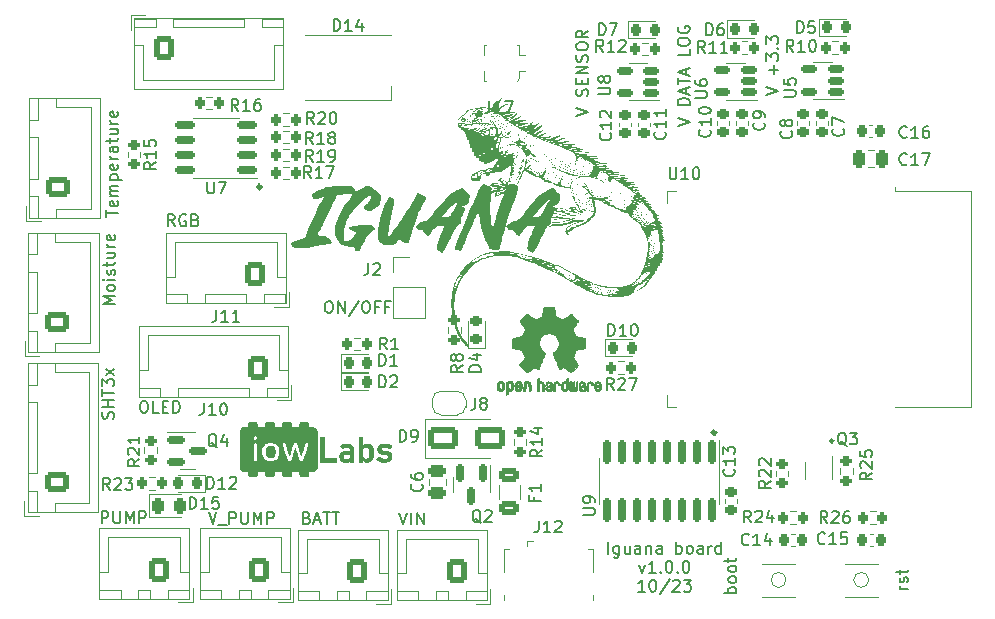
<source format=gto>
G04 #@! TF.GenerationSoftware,KiCad,Pcbnew,7.0.5-7.0.5~ubuntu20.04.1*
G04 #@! TF.CreationDate,2023-10-16T22:49:32-03:00*
G04 #@! TF.ProjectId,Iguana_V1,49677561-6e61-45f5-9631-2e6b69636164,rev?*
G04 #@! TF.SameCoordinates,Original*
G04 #@! TF.FileFunction,Legend,Top*
G04 #@! TF.FilePolarity,Positive*
%FSLAX46Y46*%
G04 Gerber Fmt 4.6, Leading zero omitted, Abs format (unit mm)*
G04 Created by KiCad (PCBNEW 7.0.5-7.0.5~ubuntu20.04.1) date 2023-10-16 22:49:32*
%MOMM*%
%LPD*%
G01*
G04 APERTURE LIST*
G04 Aperture macros list*
%AMRoundRect*
0 Rectangle with rounded corners*
0 $1 Rounding radius*
0 $2 $3 $4 $5 $6 $7 $8 $9 X,Y pos of 4 corners*
0 Add a 4 corners polygon primitive as box body*
4,1,4,$2,$3,$4,$5,$6,$7,$8,$9,$2,$3,0*
0 Add four circle primitives for the rounded corners*
1,1,$1+$1,$2,$3*
1,1,$1+$1,$4,$5*
1,1,$1+$1,$6,$7*
1,1,$1+$1,$8,$9*
0 Add four rect primitives between the rounded corners*
20,1,$1+$1,$2,$3,$4,$5,0*
20,1,$1+$1,$4,$5,$6,$7,0*
20,1,$1+$1,$6,$7,$8,$9,0*
20,1,$1+$1,$8,$9,$2,$3,0*%
%AMFreePoly0*
4,1,19,0.500000,-0.750000,0.000000,-0.750000,0.000000,-0.744911,-0.071157,-0.744911,-0.207708,-0.704816,-0.327430,-0.627875,-0.420627,-0.520320,-0.479746,-0.390866,-0.500000,-0.250000,-0.500000,0.250000,-0.479746,0.390866,-0.420627,0.520320,-0.327430,0.627875,-0.207708,0.704816,-0.071157,0.744911,0.000000,0.744911,0.000000,0.750000,0.500000,0.750000,0.500000,-0.750000,0.500000,-0.750000,
$1*%
%AMFreePoly1*
4,1,19,0.000000,0.744911,0.071157,0.744911,0.207708,0.704816,0.327430,0.627875,0.420627,0.520320,0.479746,0.390866,0.500000,0.250000,0.500000,-0.250000,0.479746,-0.390866,0.420627,-0.520320,0.327430,-0.627875,0.207708,-0.704816,0.071157,-0.744911,0.000000,-0.744911,0.000000,-0.750000,-0.500000,-0.750000,-0.500000,0.750000,0.000000,0.750000,0.000000,0.744911,0.000000,0.744911,
$1*%
G04 Aperture macros list end*
%ADD10C,0.298607*%
%ADD11C,0.275000*%
%ADD12C,0.150000*%
%ADD13C,0.120000*%
%ADD14C,0.010000*%
%ADD15RoundRect,0.218750X-0.218750X-0.256250X0.218750X-0.256250X0.218750X0.256250X-0.218750X0.256250X0*%
%ADD16RoundRect,0.200000X-0.200000X-0.275000X0.200000X-0.275000X0.200000X0.275000X-0.200000X0.275000X0*%
%ADD17RoundRect,0.150000X-0.150000X0.825000X-0.150000X-0.825000X0.150000X-0.825000X0.150000X0.825000X0*%
%ADD18RoundRect,0.250000X-1.000000X-0.650000X1.000000X-0.650000X1.000000X0.650000X-1.000000X0.650000X0*%
%ADD19RoundRect,0.200000X0.275000X-0.200000X0.275000X0.200000X-0.275000X0.200000X-0.275000X-0.200000X0*%
%ADD20RoundRect,0.243750X-0.243750X-0.456250X0.243750X-0.456250X0.243750X0.456250X-0.243750X0.456250X0*%
%ADD21RoundRect,0.150000X-0.587500X-0.150000X0.587500X-0.150000X0.587500X0.150000X-0.587500X0.150000X0*%
%ADD22R,1.700000X1.700000*%
%ADD23O,1.700000X1.700000*%
%ADD24R,0.400000X1.350000*%
%ADD25O,0.890000X1.550000*%
%ADD26R,1.200000X1.550000*%
%ADD27O,1.250000X0.950000*%
%ADD28R,1.500000X1.550000*%
%ADD29RoundRect,0.200000X-0.275000X0.200000X-0.275000X-0.200000X0.275000X-0.200000X0.275000X0.200000X0*%
%ADD30RoundRect,0.225000X-0.250000X0.225000X-0.250000X-0.225000X0.250000X-0.225000X0.250000X0.225000X0*%
%ADD31RoundRect,0.225000X-0.225000X-0.250000X0.225000X-0.250000X0.225000X0.250000X-0.225000X0.250000X0*%
%ADD32R,0.400000X1.500000*%
%ADD33RoundRect,0.200000X0.200000X0.275000X-0.200000X0.275000X-0.200000X-0.275000X0.200000X-0.275000X0*%
%ADD34RoundRect,0.150000X0.512500X0.150000X-0.512500X0.150000X-0.512500X-0.150000X0.512500X-0.150000X0*%
%ADD35RoundRect,0.250000X-0.250000X-0.475000X0.250000X-0.475000X0.250000X0.475000X-0.250000X0.475000X0*%
%ADD36RoundRect,0.250000X0.600000X0.750000X-0.600000X0.750000X-0.600000X-0.750000X0.600000X-0.750000X0*%
%ADD37O,1.700000X2.000000*%
%ADD38R,1.250000X0.900000*%
%ADD39RoundRect,0.225000X0.250000X-0.225000X0.250000X0.225000X-0.250000X0.225000X-0.250000X-0.225000X0*%
%ADD40R,0.900000X1.500000*%
%ADD41R,1.500000X0.900000*%
%ADD42R,4.200000X4.200000*%
%ADD43RoundRect,0.218750X0.256250X-0.218750X0.256250X0.218750X-0.256250X0.218750X-0.256250X-0.218750X0*%
%ADD44RoundRect,0.250000X-0.600000X-0.725000X0.600000X-0.725000X0.600000X0.725000X-0.600000X0.725000X0*%
%ADD45O,1.700000X1.950000*%
%ADD46RoundRect,0.250000X0.600000X0.725000X-0.600000X0.725000X-0.600000X-0.725000X0.600000X-0.725000X0*%
%ADD47RoundRect,0.250000X0.725000X-0.600000X0.725000X0.600000X-0.725000X0.600000X-0.725000X-0.600000X0*%
%ADD48O,1.950000X1.700000*%
%ADD49RoundRect,0.250000X0.625000X-0.375000X0.625000X0.375000X-0.625000X0.375000X-0.625000X-0.375000X0*%
%ADD50RoundRect,0.250000X0.475000X-0.250000X0.475000X0.250000X-0.475000X0.250000X-0.475000X-0.250000X0*%
%ADD51FreePoly0,180.000000*%
%ADD52FreePoly1,180.000000*%
%ADD53R,1.000000X1.000000*%
%ADD54R,2.200000X1.050000*%
%ADD55RoundRect,0.218750X0.218750X0.256250X-0.218750X0.256250X-0.218750X-0.256250X0.218750X-0.256250X0*%
%ADD56RoundRect,0.150000X-0.150000X0.587500X-0.150000X-0.587500X0.150000X-0.587500X0.150000X0.587500X0*%
%ADD57RoundRect,0.150000X0.675000X0.150000X-0.675000X0.150000X-0.675000X-0.150000X0.675000X-0.150000X0*%
G04 APERTURE END LIST*
D10*
X99899303Y-44700000D02*
G75*
G03*
X99899303Y-44700000I-149303J0D01*
G01*
D11*
X148337500Y-66200000D02*
G75*
G03*
X148337500Y-66200000I-137500J0D01*
G01*
D10*
X138399303Y-65500000D02*
G75*
G03*
X138399303Y-65500000I-149303J0D01*
G01*
D12*
X95443922Y-72219819D02*
X95777255Y-73219819D01*
X95777255Y-73219819D02*
X96110588Y-72219819D01*
X96205827Y-73315057D02*
X96967731Y-73315057D01*
X97205827Y-73219819D02*
X97205827Y-72219819D01*
X97205827Y-72219819D02*
X97586779Y-72219819D01*
X97586779Y-72219819D02*
X97682017Y-72267438D01*
X97682017Y-72267438D02*
X97729636Y-72315057D01*
X97729636Y-72315057D02*
X97777255Y-72410295D01*
X97777255Y-72410295D02*
X97777255Y-72553152D01*
X97777255Y-72553152D02*
X97729636Y-72648390D01*
X97729636Y-72648390D02*
X97682017Y-72696009D01*
X97682017Y-72696009D02*
X97586779Y-72743628D01*
X97586779Y-72743628D02*
X97205827Y-72743628D01*
X98205827Y-72219819D02*
X98205827Y-73029342D01*
X98205827Y-73029342D02*
X98253446Y-73124580D01*
X98253446Y-73124580D02*
X98301065Y-73172200D01*
X98301065Y-73172200D02*
X98396303Y-73219819D01*
X98396303Y-73219819D02*
X98586779Y-73219819D01*
X98586779Y-73219819D02*
X98682017Y-73172200D01*
X98682017Y-73172200D02*
X98729636Y-73124580D01*
X98729636Y-73124580D02*
X98777255Y-73029342D01*
X98777255Y-73029342D02*
X98777255Y-72219819D01*
X99253446Y-73219819D02*
X99253446Y-72219819D01*
X99253446Y-72219819D02*
X99586779Y-72934104D01*
X99586779Y-72934104D02*
X99920112Y-72219819D01*
X99920112Y-72219819D02*
X99920112Y-73219819D01*
X100396303Y-73219819D02*
X100396303Y-72219819D01*
X100396303Y-72219819D02*
X100777255Y-72219819D01*
X100777255Y-72219819D02*
X100872493Y-72267438D01*
X100872493Y-72267438D02*
X100920112Y-72315057D01*
X100920112Y-72315057D02*
X100967731Y-72410295D01*
X100967731Y-72410295D02*
X100967731Y-72553152D01*
X100967731Y-72553152D02*
X100920112Y-72648390D01*
X100920112Y-72648390D02*
X100872493Y-72696009D01*
X100872493Y-72696009D02*
X100777255Y-72743628D01*
X100777255Y-72743628D02*
X100396303Y-72743628D01*
X86386779Y-73169819D02*
X86386779Y-72169819D01*
X86386779Y-72169819D02*
X86767731Y-72169819D01*
X86767731Y-72169819D02*
X86862969Y-72217438D01*
X86862969Y-72217438D02*
X86910588Y-72265057D01*
X86910588Y-72265057D02*
X86958207Y-72360295D01*
X86958207Y-72360295D02*
X86958207Y-72503152D01*
X86958207Y-72503152D02*
X86910588Y-72598390D01*
X86910588Y-72598390D02*
X86862969Y-72646009D01*
X86862969Y-72646009D02*
X86767731Y-72693628D01*
X86767731Y-72693628D02*
X86386779Y-72693628D01*
X87386779Y-72169819D02*
X87386779Y-72979342D01*
X87386779Y-72979342D02*
X87434398Y-73074580D01*
X87434398Y-73074580D02*
X87482017Y-73122200D01*
X87482017Y-73122200D02*
X87577255Y-73169819D01*
X87577255Y-73169819D02*
X87767731Y-73169819D01*
X87767731Y-73169819D02*
X87862969Y-73122200D01*
X87862969Y-73122200D02*
X87910588Y-73074580D01*
X87910588Y-73074580D02*
X87958207Y-72979342D01*
X87958207Y-72979342D02*
X87958207Y-72169819D01*
X88434398Y-73169819D02*
X88434398Y-72169819D01*
X88434398Y-72169819D02*
X88767731Y-72884104D01*
X88767731Y-72884104D02*
X89101064Y-72169819D01*
X89101064Y-72169819D02*
X89101064Y-73169819D01*
X89577255Y-73169819D02*
X89577255Y-72169819D01*
X89577255Y-72169819D02*
X89958207Y-72169819D01*
X89958207Y-72169819D02*
X90053445Y-72217438D01*
X90053445Y-72217438D02*
X90101064Y-72265057D01*
X90101064Y-72265057D02*
X90148683Y-72360295D01*
X90148683Y-72360295D02*
X90148683Y-72503152D01*
X90148683Y-72503152D02*
X90101064Y-72598390D01*
X90101064Y-72598390D02*
X90053445Y-72646009D01*
X90053445Y-72646009D02*
X89958207Y-72693628D01*
X89958207Y-72693628D02*
X89577255Y-72693628D01*
X87372200Y-64310839D02*
X87419819Y-64167982D01*
X87419819Y-64167982D02*
X87419819Y-63929887D01*
X87419819Y-63929887D02*
X87372200Y-63834649D01*
X87372200Y-63834649D02*
X87324580Y-63787030D01*
X87324580Y-63787030D02*
X87229342Y-63739411D01*
X87229342Y-63739411D02*
X87134104Y-63739411D01*
X87134104Y-63739411D02*
X87038866Y-63787030D01*
X87038866Y-63787030D02*
X86991247Y-63834649D01*
X86991247Y-63834649D02*
X86943628Y-63929887D01*
X86943628Y-63929887D02*
X86896009Y-64120363D01*
X86896009Y-64120363D02*
X86848390Y-64215601D01*
X86848390Y-64215601D02*
X86800771Y-64263220D01*
X86800771Y-64263220D02*
X86705533Y-64310839D01*
X86705533Y-64310839D02*
X86610295Y-64310839D01*
X86610295Y-64310839D02*
X86515057Y-64263220D01*
X86515057Y-64263220D02*
X86467438Y-64215601D01*
X86467438Y-64215601D02*
X86419819Y-64120363D01*
X86419819Y-64120363D02*
X86419819Y-63882268D01*
X86419819Y-63882268D02*
X86467438Y-63739411D01*
X87419819Y-63310839D02*
X86419819Y-63310839D01*
X86896009Y-63310839D02*
X86896009Y-62739411D01*
X87419819Y-62739411D02*
X86419819Y-62739411D01*
X86419819Y-62406077D02*
X86419819Y-61834649D01*
X87419819Y-62120363D02*
X86419819Y-62120363D01*
X86419819Y-61596553D02*
X86419819Y-60977506D01*
X86419819Y-60977506D02*
X86800771Y-61310839D01*
X86800771Y-61310839D02*
X86800771Y-61167982D01*
X86800771Y-61167982D02*
X86848390Y-61072744D01*
X86848390Y-61072744D02*
X86896009Y-61025125D01*
X86896009Y-61025125D02*
X86991247Y-60977506D01*
X86991247Y-60977506D02*
X87229342Y-60977506D01*
X87229342Y-60977506D02*
X87324580Y-61025125D01*
X87324580Y-61025125D02*
X87372200Y-61072744D01*
X87372200Y-61072744D02*
X87419819Y-61167982D01*
X87419819Y-61167982D02*
X87419819Y-61453696D01*
X87419819Y-61453696D02*
X87372200Y-61548934D01*
X87372200Y-61548934D02*
X87324580Y-61596553D01*
X87419819Y-60644172D02*
X86753152Y-60120363D01*
X86753152Y-60644172D02*
X87419819Y-60120363D01*
X126569819Y-38706077D02*
X127569819Y-38372744D01*
X127569819Y-38372744D02*
X126569819Y-38039411D01*
X127522200Y-36991791D02*
X127569819Y-36848934D01*
X127569819Y-36848934D02*
X127569819Y-36610839D01*
X127569819Y-36610839D02*
X127522200Y-36515601D01*
X127522200Y-36515601D02*
X127474580Y-36467982D01*
X127474580Y-36467982D02*
X127379342Y-36420363D01*
X127379342Y-36420363D02*
X127284104Y-36420363D01*
X127284104Y-36420363D02*
X127188866Y-36467982D01*
X127188866Y-36467982D02*
X127141247Y-36515601D01*
X127141247Y-36515601D02*
X127093628Y-36610839D01*
X127093628Y-36610839D02*
X127046009Y-36801315D01*
X127046009Y-36801315D02*
X126998390Y-36896553D01*
X126998390Y-36896553D02*
X126950771Y-36944172D01*
X126950771Y-36944172D02*
X126855533Y-36991791D01*
X126855533Y-36991791D02*
X126760295Y-36991791D01*
X126760295Y-36991791D02*
X126665057Y-36944172D01*
X126665057Y-36944172D02*
X126617438Y-36896553D01*
X126617438Y-36896553D02*
X126569819Y-36801315D01*
X126569819Y-36801315D02*
X126569819Y-36563220D01*
X126569819Y-36563220D02*
X126617438Y-36420363D01*
X127046009Y-35991791D02*
X127046009Y-35658458D01*
X127569819Y-35515601D02*
X127569819Y-35991791D01*
X127569819Y-35991791D02*
X126569819Y-35991791D01*
X126569819Y-35991791D02*
X126569819Y-35515601D01*
X127569819Y-35087029D02*
X126569819Y-35087029D01*
X126569819Y-35087029D02*
X127569819Y-34515601D01*
X127569819Y-34515601D02*
X126569819Y-34515601D01*
X127522200Y-34087029D02*
X127569819Y-33944172D01*
X127569819Y-33944172D02*
X127569819Y-33706077D01*
X127569819Y-33706077D02*
X127522200Y-33610839D01*
X127522200Y-33610839D02*
X127474580Y-33563220D01*
X127474580Y-33563220D02*
X127379342Y-33515601D01*
X127379342Y-33515601D02*
X127284104Y-33515601D01*
X127284104Y-33515601D02*
X127188866Y-33563220D01*
X127188866Y-33563220D02*
X127141247Y-33610839D01*
X127141247Y-33610839D02*
X127093628Y-33706077D01*
X127093628Y-33706077D02*
X127046009Y-33896553D01*
X127046009Y-33896553D02*
X126998390Y-33991791D01*
X126998390Y-33991791D02*
X126950771Y-34039410D01*
X126950771Y-34039410D02*
X126855533Y-34087029D01*
X126855533Y-34087029D02*
X126760295Y-34087029D01*
X126760295Y-34087029D02*
X126665057Y-34039410D01*
X126665057Y-34039410D02*
X126617438Y-33991791D01*
X126617438Y-33991791D02*
X126569819Y-33896553D01*
X126569819Y-33896553D02*
X126569819Y-33658458D01*
X126569819Y-33658458D02*
X126617438Y-33515601D01*
X126569819Y-32896553D02*
X126569819Y-32706077D01*
X126569819Y-32706077D02*
X126617438Y-32610839D01*
X126617438Y-32610839D02*
X126712676Y-32515601D01*
X126712676Y-32515601D02*
X126903152Y-32467982D01*
X126903152Y-32467982D02*
X127236485Y-32467982D01*
X127236485Y-32467982D02*
X127426961Y-32515601D01*
X127426961Y-32515601D02*
X127522200Y-32610839D01*
X127522200Y-32610839D02*
X127569819Y-32706077D01*
X127569819Y-32706077D02*
X127569819Y-32896553D01*
X127569819Y-32896553D02*
X127522200Y-32991791D01*
X127522200Y-32991791D02*
X127426961Y-33087029D01*
X127426961Y-33087029D02*
X127236485Y-33134648D01*
X127236485Y-33134648D02*
X126903152Y-33134648D01*
X126903152Y-33134648D02*
X126712676Y-33087029D01*
X126712676Y-33087029D02*
X126617438Y-32991791D01*
X126617438Y-32991791D02*
X126569819Y-32896553D01*
X127569819Y-31467982D02*
X127093628Y-31801315D01*
X127569819Y-32039410D02*
X126569819Y-32039410D01*
X126569819Y-32039410D02*
X126569819Y-31658458D01*
X126569819Y-31658458D02*
X126617438Y-31563220D01*
X126617438Y-31563220D02*
X126665057Y-31515601D01*
X126665057Y-31515601D02*
X126760295Y-31467982D01*
X126760295Y-31467982D02*
X126903152Y-31467982D01*
X126903152Y-31467982D02*
X126998390Y-31515601D01*
X126998390Y-31515601D02*
X127046009Y-31563220D01*
X127046009Y-31563220D02*
X127093628Y-31658458D01*
X127093628Y-31658458D02*
X127093628Y-32039410D01*
X135169819Y-39506077D02*
X136169819Y-39172744D01*
X136169819Y-39172744D02*
X135169819Y-38839411D01*
X136169819Y-37744172D02*
X135169819Y-37744172D01*
X135169819Y-37744172D02*
X135169819Y-37506077D01*
X135169819Y-37506077D02*
X135217438Y-37363220D01*
X135217438Y-37363220D02*
X135312676Y-37267982D01*
X135312676Y-37267982D02*
X135407914Y-37220363D01*
X135407914Y-37220363D02*
X135598390Y-37172744D01*
X135598390Y-37172744D02*
X135741247Y-37172744D01*
X135741247Y-37172744D02*
X135931723Y-37220363D01*
X135931723Y-37220363D02*
X136026961Y-37267982D01*
X136026961Y-37267982D02*
X136122200Y-37363220D01*
X136122200Y-37363220D02*
X136169819Y-37506077D01*
X136169819Y-37506077D02*
X136169819Y-37744172D01*
X135884104Y-36791791D02*
X135884104Y-36315601D01*
X136169819Y-36887029D02*
X135169819Y-36553696D01*
X135169819Y-36553696D02*
X136169819Y-36220363D01*
X135169819Y-36029886D02*
X135169819Y-35458458D01*
X136169819Y-35744172D02*
X135169819Y-35744172D01*
X135884104Y-35172743D02*
X135884104Y-34696553D01*
X136169819Y-35267981D02*
X135169819Y-34934648D01*
X135169819Y-34934648D02*
X136169819Y-34601315D01*
X136169819Y-33029886D02*
X136169819Y-33506076D01*
X136169819Y-33506076D02*
X135169819Y-33506076D01*
X135169819Y-32506076D02*
X135169819Y-32315600D01*
X135169819Y-32315600D02*
X135217438Y-32220362D01*
X135217438Y-32220362D02*
X135312676Y-32125124D01*
X135312676Y-32125124D02*
X135503152Y-32077505D01*
X135503152Y-32077505D02*
X135836485Y-32077505D01*
X135836485Y-32077505D02*
X136026961Y-32125124D01*
X136026961Y-32125124D02*
X136122200Y-32220362D01*
X136122200Y-32220362D02*
X136169819Y-32315600D01*
X136169819Y-32315600D02*
X136169819Y-32506076D01*
X136169819Y-32506076D02*
X136122200Y-32601314D01*
X136122200Y-32601314D02*
X136026961Y-32696552D01*
X136026961Y-32696552D02*
X135836485Y-32744171D01*
X135836485Y-32744171D02*
X135503152Y-32744171D01*
X135503152Y-32744171D02*
X135312676Y-32696552D01*
X135312676Y-32696552D02*
X135217438Y-32601314D01*
X135217438Y-32601314D02*
X135169819Y-32506076D01*
X135217438Y-31125124D02*
X135169819Y-31220362D01*
X135169819Y-31220362D02*
X135169819Y-31363219D01*
X135169819Y-31363219D02*
X135217438Y-31506076D01*
X135217438Y-31506076D02*
X135312676Y-31601314D01*
X135312676Y-31601314D02*
X135407914Y-31648933D01*
X135407914Y-31648933D02*
X135598390Y-31696552D01*
X135598390Y-31696552D02*
X135741247Y-31696552D01*
X135741247Y-31696552D02*
X135931723Y-31648933D01*
X135931723Y-31648933D02*
X136026961Y-31601314D01*
X136026961Y-31601314D02*
X136122200Y-31506076D01*
X136122200Y-31506076D02*
X136169819Y-31363219D01*
X136169819Y-31363219D02*
X136169819Y-31267981D01*
X136169819Y-31267981D02*
X136122200Y-31125124D01*
X136122200Y-31125124D02*
X136074580Y-31077505D01*
X136074580Y-31077505D02*
X135741247Y-31077505D01*
X135741247Y-31077505D02*
X135741247Y-31267981D01*
X89877255Y-62819819D02*
X90067731Y-62819819D01*
X90067731Y-62819819D02*
X90162969Y-62867438D01*
X90162969Y-62867438D02*
X90258207Y-62962676D01*
X90258207Y-62962676D02*
X90305826Y-63153152D01*
X90305826Y-63153152D02*
X90305826Y-63486485D01*
X90305826Y-63486485D02*
X90258207Y-63676961D01*
X90258207Y-63676961D02*
X90162969Y-63772200D01*
X90162969Y-63772200D02*
X90067731Y-63819819D01*
X90067731Y-63819819D02*
X89877255Y-63819819D01*
X89877255Y-63819819D02*
X89782017Y-63772200D01*
X89782017Y-63772200D02*
X89686779Y-63676961D01*
X89686779Y-63676961D02*
X89639160Y-63486485D01*
X89639160Y-63486485D02*
X89639160Y-63153152D01*
X89639160Y-63153152D02*
X89686779Y-62962676D01*
X89686779Y-62962676D02*
X89782017Y-62867438D01*
X89782017Y-62867438D02*
X89877255Y-62819819D01*
X91210588Y-63819819D02*
X90734398Y-63819819D01*
X90734398Y-63819819D02*
X90734398Y-62819819D01*
X91543922Y-63296009D02*
X91877255Y-63296009D01*
X92020112Y-63819819D02*
X91543922Y-63819819D01*
X91543922Y-63819819D02*
X91543922Y-62819819D01*
X91543922Y-62819819D02*
X92020112Y-62819819D01*
X92448684Y-63819819D02*
X92448684Y-62819819D01*
X92448684Y-62819819D02*
X92686779Y-62819819D01*
X92686779Y-62819819D02*
X92829636Y-62867438D01*
X92829636Y-62867438D02*
X92924874Y-62962676D01*
X92924874Y-62962676D02*
X92972493Y-63057914D01*
X92972493Y-63057914D02*
X93020112Y-63248390D01*
X93020112Y-63248390D02*
X93020112Y-63391247D01*
X93020112Y-63391247D02*
X92972493Y-63581723D01*
X92972493Y-63581723D02*
X92924874Y-63676961D01*
X92924874Y-63676961D02*
X92829636Y-63772200D01*
X92829636Y-63772200D02*
X92686779Y-63819819D01*
X92686779Y-63819819D02*
X92448684Y-63819819D01*
X92558207Y-48019819D02*
X92224874Y-47543628D01*
X91986779Y-48019819D02*
X91986779Y-47019819D01*
X91986779Y-47019819D02*
X92367731Y-47019819D01*
X92367731Y-47019819D02*
X92462969Y-47067438D01*
X92462969Y-47067438D02*
X92510588Y-47115057D01*
X92510588Y-47115057D02*
X92558207Y-47210295D01*
X92558207Y-47210295D02*
X92558207Y-47353152D01*
X92558207Y-47353152D02*
X92510588Y-47448390D01*
X92510588Y-47448390D02*
X92462969Y-47496009D01*
X92462969Y-47496009D02*
X92367731Y-47543628D01*
X92367731Y-47543628D02*
X91986779Y-47543628D01*
X93510588Y-47067438D02*
X93415350Y-47019819D01*
X93415350Y-47019819D02*
X93272493Y-47019819D01*
X93272493Y-47019819D02*
X93129636Y-47067438D01*
X93129636Y-47067438D02*
X93034398Y-47162676D01*
X93034398Y-47162676D02*
X92986779Y-47257914D01*
X92986779Y-47257914D02*
X92939160Y-47448390D01*
X92939160Y-47448390D02*
X92939160Y-47591247D01*
X92939160Y-47591247D02*
X92986779Y-47781723D01*
X92986779Y-47781723D02*
X93034398Y-47876961D01*
X93034398Y-47876961D02*
X93129636Y-47972200D01*
X93129636Y-47972200D02*
X93272493Y-48019819D01*
X93272493Y-48019819D02*
X93367731Y-48019819D01*
X93367731Y-48019819D02*
X93510588Y-47972200D01*
X93510588Y-47972200D02*
X93558207Y-47924580D01*
X93558207Y-47924580D02*
X93558207Y-47591247D01*
X93558207Y-47591247D02*
X93367731Y-47591247D01*
X94320112Y-47496009D02*
X94462969Y-47543628D01*
X94462969Y-47543628D02*
X94510588Y-47591247D01*
X94510588Y-47591247D02*
X94558207Y-47686485D01*
X94558207Y-47686485D02*
X94558207Y-47829342D01*
X94558207Y-47829342D02*
X94510588Y-47924580D01*
X94510588Y-47924580D02*
X94462969Y-47972200D01*
X94462969Y-47972200D02*
X94367731Y-48019819D01*
X94367731Y-48019819D02*
X93986779Y-48019819D01*
X93986779Y-48019819D02*
X93986779Y-47019819D01*
X93986779Y-47019819D02*
X94320112Y-47019819D01*
X94320112Y-47019819D02*
X94415350Y-47067438D01*
X94415350Y-47067438D02*
X94462969Y-47115057D01*
X94462969Y-47115057D02*
X94510588Y-47210295D01*
X94510588Y-47210295D02*
X94510588Y-47305533D01*
X94510588Y-47305533D02*
X94462969Y-47400771D01*
X94462969Y-47400771D02*
X94415350Y-47448390D01*
X94415350Y-47448390D02*
X94320112Y-47496009D01*
X94320112Y-47496009D02*
X93986779Y-47496009D01*
X87519819Y-54613220D02*
X86519819Y-54613220D01*
X86519819Y-54613220D02*
X87234104Y-54279887D01*
X87234104Y-54279887D02*
X86519819Y-53946554D01*
X86519819Y-53946554D02*
X87519819Y-53946554D01*
X87519819Y-53327506D02*
X87472200Y-53422744D01*
X87472200Y-53422744D02*
X87424580Y-53470363D01*
X87424580Y-53470363D02*
X87329342Y-53517982D01*
X87329342Y-53517982D02*
X87043628Y-53517982D01*
X87043628Y-53517982D02*
X86948390Y-53470363D01*
X86948390Y-53470363D02*
X86900771Y-53422744D01*
X86900771Y-53422744D02*
X86853152Y-53327506D01*
X86853152Y-53327506D02*
X86853152Y-53184649D01*
X86853152Y-53184649D02*
X86900771Y-53089411D01*
X86900771Y-53089411D02*
X86948390Y-53041792D01*
X86948390Y-53041792D02*
X87043628Y-52994173D01*
X87043628Y-52994173D02*
X87329342Y-52994173D01*
X87329342Y-52994173D02*
X87424580Y-53041792D01*
X87424580Y-53041792D02*
X87472200Y-53089411D01*
X87472200Y-53089411D02*
X87519819Y-53184649D01*
X87519819Y-53184649D02*
X87519819Y-53327506D01*
X87519819Y-52565601D02*
X86853152Y-52565601D01*
X86519819Y-52565601D02*
X86567438Y-52613220D01*
X86567438Y-52613220D02*
X86615057Y-52565601D01*
X86615057Y-52565601D02*
X86567438Y-52517982D01*
X86567438Y-52517982D02*
X86519819Y-52565601D01*
X86519819Y-52565601D02*
X86615057Y-52565601D01*
X87472200Y-52137030D02*
X87519819Y-52041792D01*
X87519819Y-52041792D02*
X87519819Y-51851316D01*
X87519819Y-51851316D02*
X87472200Y-51756078D01*
X87472200Y-51756078D02*
X87376961Y-51708459D01*
X87376961Y-51708459D02*
X87329342Y-51708459D01*
X87329342Y-51708459D02*
X87234104Y-51756078D01*
X87234104Y-51756078D02*
X87186485Y-51851316D01*
X87186485Y-51851316D02*
X87186485Y-51994173D01*
X87186485Y-51994173D02*
X87138866Y-52089411D01*
X87138866Y-52089411D02*
X87043628Y-52137030D01*
X87043628Y-52137030D02*
X86996009Y-52137030D01*
X86996009Y-52137030D02*
X86900771Y-52089411D01*
X86900771Y-52089411D02*
X86853152Y-51994173D01*
X86853152Y-51994173D02*
X86853152Y-51851316D01*
X86853152Y-51851316D02*
X86900771Y-51756078D01*
X86853152Y-51422744D02*
X86853152Y-51041792D01*
X86519819Y-51279887D02*
X87376961Y-51279887D01*
X87376961Y-51279887D02*
X87472200Y-51232268D01*
X87472200Y-51232268D02*
X87519819Y-51137030D01*
X87519819Y-51137030D02*
X87519819Y-51041792D01*
X86853152Y-50279887D02*
X87519819Y-50279887D01*
X86853152Y-50708458D02*
X87376961Y-50708458D01*
X87376961Y-50708458D02*
X87472200Y-50660839D01*
X87472200Y-50660839D02*
X87519819Y-50565601D01*
X87519819Y-50565601D02*
X87519819Y-50422744D01*
X87519819Y-50422744D02*
X87472200Y-50327506D01*
X87472200Y-50327506D02*
X87424580Y-50279887D01*
X87519819Y-49803696D02*
X86853152Y-49803696D01*
X87043628Y-49803696D02*
X86948390Y-49756077D01*
X86948390Y-49756077D02*
X86900771Y-49708458D01*
X86900771Y-49708458D02*
X86853152Y-49613220D01*
X86853152Y-49613220D02*
X86853152Y-49517982D01*
X87472200Y-48803696D02*
X87519819Y-48898934D01*
X87519819Y-48898934D02*
X87519819Y-49089410D01*
X87519819Y-49089410D02*
X87472200Y-49184648D01*
X87472200Y-49184648D02*
X87376961Y-49232267D01*
X87376961Y-49232267D02*
X86996009Y-49232267D01*
X86996009Y-49232267D02*
X86900771Y-49184648D01*
X86900771Y-49184648D02*
X86853152Y-49089410D01*
X86853152Y-49089410D02*
X86853152Y-48898934D01*
X86853152Y-48898934D02*
X86900771Y-48803696D01*
X86900771Y-48803696D02*
X86996009Y-48756077D01*
X86996009Y-48756077D02*
X87091247Y-48756077D01*
X87091247Y-48756077D02*
X87186485Y-49232267D01*
X105527255Y-54369819D02*
X105717731Y-54369819D01*
X105717731Y-54369819D02*
X105812969Y-54417438D01*
X105812969Y-54417438D02*
X105908207Y-54512676D01*
X105908207Y-54512676D02*
X105955826Y-54703152D01*
X105955826Y-54703152D02*
X105955826Y-55036485D01*
X105955826Y-55036485D02*
X105908207Y-55226961D01*
X105908207Y-55226961D02*
X105812969Y-55322200D01*
X105812969Y-55322200D02*
X105717731Y-55369819D01*
X105717731Y-55369819D02*
X105527255Y-55369819D01*
X105527255Y-55369819D02*
X105432017Y-55322200D01*
X105432017Y-55322200D02*
X105336779Y-55226961D01*
X105336779Y-55226961D02*
X105289160Y-55036485D01*
X105289160Y-55036485D02*
X105289160Y-54703152D01*
X105289160Y-54703152D02*
X105336779Y-54512676D01*
X105336779Y-54512676D02*
X105432017Y-54417438D01*
X105432017Y-54417438D02*
X105527255Y-54369819D01*
X106384398Y-55369819D02*
X106384398Y-54369819D01*
X106384398Y-54369819D02*
X106955826Y-55369819D01*
X106955826Y-55369819D02*
X106955826Y-54369819D01*
X108146302Y-54322200D02*
X107289160Y-55607914D01*
X108670112Y-54369819D02*
X108860588Y-54369819D01*
X108860588Y-54369819D02*
X108955826Y-54417438D01*
X108955826Y-54417438D02*
X109051064Y-54512676D01*
X109051064Y-54512676D02*
X109098683Y-54703152D01*
X109098683Y-54703152D02*
X109098683Y-55036485D01*
X109098683Y-55036485D02*
X109051064Y-55226961D01*
X109051064Y-55226961D02*
X108955826Y-55322200D01*
X108955826Y-55322200D02*
X108860588Y-55369819D01*
X108860588Y-55369819D02*
X108670112Y-55369819D01*
X108670112Y-55369819D02*
X108574874Y-55322200D01*
X108574874Y-55322200D02*
X108479636Y-55226961D01*
X108479636Y-55226961D02*
X108432017Y-55036485D01*
X108432017Y-55036485D02*
X108432017Y-54703152D01*
X108432017Y-54703152D02*
X108479636Y-54512676D01*
X108479636Y-54512676D02*
X108574874Y-54417438D01*
X108574874Y-54417438D02*
X108670112Y-54369819D01*
X109860588Y-54846009D02*
X109527255Y-54846009D01*
X109527255Y-55369819D02*
X109527255Y-54369819D01*
X109527255Y-54369819D02*
X110003445Y-54369819D01*
X110717731Y-54846009D02*
X110384398Y-54846009D01*
X110384398Y-55369819D02*
X110384398Y-54369819D01*
X110384398Y-54369819D02*
X110860588Y-54369819D01*
X154619819Y-78763220D02*
X153953152Y-78763220D01*
X154143628Y-78763220D02*
X154048390Y-78715601D01*
X154048390Y-78715601D02*
X154000771Y-78667982D01*
X154000771Y-78667982D02*
X153953152Y-78572744D01*
X153953152Y-78572744D02*
X153953152Y-78477506D01*
X154572200Y-78191791D02*
X154619819Y-78096553D01*
X154619819Y-78096553D02*
X154619819Y-77906077D01*
X154619819Y-77906077D02*
X154572200Y-77810839D01*
X154572200Y-77810839D02*
X154476961Y-77763220D01*
X154476961Y-77763220D02*
X154429342Y-77763220D01*
X154429342Y-77763220D02*
X154334104Y-77810839D01*
X154334104Y-77810839D02*
X154286485Y-77906077D01*
X154286485Y-77906077D02*
X154286485Y-78048934D01*
X154286485Y-78048934D02*
X154238866Y-78144172D01*
X154238866Y-78144172D02*
X154143628Y-78191791D01*
X154143628Y-78191791D02*
X154096009Y-78191791D01*
X154096009Y-78191791D02*
X154000771Y-78144172D01*
X154000771Y-78144172D02*
X153953152Y-78048934D01*
X153953152Y-78048934D02*
X153953152Y-77906077D01*
X153953152Y-77906077D02*
X154000771Y-77810839D01*
X153953152Y-77477505D02*
X153953152Y-77096553D01*
X153619819Y-77334648D02*
X154476961Y-77334648D01*
X154476961Y-77334648D02*
X154572200Y-77287029D01*
X154572200Y-77287029D02*
X154619819Y-77191791D01*
X154619819Y-77191791D02*
X154619819Y-77096553D01*
X86769819Y-47206077D02*
X86769819Y-46634649D01*
X87769819Y-46920363D02*
X86769819Y-46920363D01*
X87722200Y-45920363D02*
X87769819Y-46015601D01*
X87769819Y-46015601D02*
X87769819Y-46206077D01*
X87769819Y-46206077D02*
X87722200Y-46301315D01*
X87722200Y-46301315D02*
X87626961Y-46348934D01*
X87626961Y-46348934D02*
X87246009Y-46348934D01*
X87246009Y-46348934D02*
X87150771Y-46301315D01*
X87150771Y-46301315D02*
X87103152Y-46206077D01*
X87103152Y-46206077D02*
X87103152Y-46015601D01*
X87103152Y-46015601D02*
X87150771Y-45920363D01*
X87150771Y-45920363D02*
X87246009Y-45872744D01*
X87246009Y-45872744D02*
X87341247Y-45872744D01*
X87341247Y-45872744D02*
X87436485Y-46348934D01*
X87769819Y-45444172D02*
X87103152Y-45444172D01*
X87198390Y-45444172D02*
X87150771Y-45396553D01*
X87150771Y-45396553D02*
X87103152Y-45301315D01*
X87103152Y-45301315D02*
X87103152Y-45158458D01*
X87103152Y-45158458D02*
X87150771Y-45063220D01*
X87150771Y-45063220D02*
X87246009Y-45015601D01*
X87246009Y-45015601D02*
X87769819Y-45015601D01*
X87246009Y-45015601D02*
X87150771Y-44967982D01*
X87150771Y-44967982D02*
X87103152Y-44872744D01*
X87103152Y-44872744D02*
X87103152Y-44729887D01*
X87103152Y-44729887D02*
X87150771Y-44634648D01*
X87150771Y-44634648D02*
X87246009Y-44587029D01*
X87246009Y-44587029D02*
X87769819Y-44587029D01*
X87103152Y-44110839D02*
X88103152Y-44110839D01*
X87150771Y-44110839D02*
X87103152Y-44015601D01*
X87103152Y-44015601D02*
X87103152Y-43825125D01*
X87103152Y-43825125D02*
X87150771Y-43729887D01*
X87150771Y-43729887D02*
X87198390Y-43682268D01*
X87198390Y-43682268D02*
X87293628Y-43634649D01*
X87293628Y-43634649D02*
X87579342Y-43634649D01*
X87579342Y-43634649D02*
X87674580Y-43682268D01*
X87674580Y-43682268D02*
X87722200Y-43729887D01*
X87722200Y-43729887D02*
X87769819Y-43825125D01*
X87769819Y-43825125D02*
X87769819Y-44015601D01*
X87769819Y-44015601D02*
X87722200Y-44110839D01*
X87722200Y-42825125D02*
X87769819Y-42920363D01*
X87769819Y-42920363D02*
X87769819Y-43110839D01*
X87769819Y-43110839D02*
X87722200Y-43206077D01*
X87722200Y-43206077D02*
X87626961Y-43253696D01*
X87626961Y-43253696D02*
X87246009Y-43253696D01*
X87246009Y-43253696D02*
X87150771Y-43206077D01*
X87150771Y-43206077D02*
X87103152Y-43110839D01*
X87103152Y-43110839D02*
X87103152Y-42920363D01*
X87103152Y-42920363D02*
X87150771Y-42825125D01*
X87150771Y-42825125D02*
X87246009Y-42777506D01*
X87246009Y-42777506D02*
X87341247Y-42777506D01*
X87341247Y-42777506D02*
X87436485Y-43253696D01*
X87769819Y-42348934D02*
X87103152Y-42348934D01*
X87293628Y-42348934D02*
X87198390Y-42301315D01*
X87198390Y-42301315D02*
X87150771Y-42253696D01*
X87150771Y-42253696D02*
X87103152Y-42158458D01*
X87103152Y-42158458D02*
X87103152Y-42063220D01*
X87769819Y-41301315D02*
X87246009Y-41301315D01*
X87246009Y-41301315D02*
X87150771Y-41348934D01*
X87150771Y-41348934D02*
X87103152Y-41444172D01*
X87103152Y-41444172D02*
X87103152Y-41634648D01*
X87103152Y-41634648D02*
X87150771Y-41729886D01*
X87722200Y-41301315D02*
X87769819Y-41396553D01*
X87769819Y-41396553D02*
X87769819Y-41634648D01*
X87769819Y-41634648D02*
X87722200Y-41729886D01*
X87722200Y-41729886D02*
X87626961Y-41777505D01*
X87626961Y-41777505D02*
X87531723Y-41777505D01*
X87531723Y-41777505D02*
X87436485Y-41729886D01*
X87436485Y-41729886D02*
X87388866Y-41634648D01*
X87388866Y-41634648D02*
X87388866Y-41396553D01*
X87388866Y-41396553D02*
X87341247Y-41301315D01*
X87103152Y-40967981D02*
X87103152Y-40587029D01*
X86769819Y-40825124D02*
X87626961Y-40825124D01*
X87626961Y-40825124D02*
X87722200Y-40777505D01*
X87722200Y-40777505D02*
X87769819Y-40682267D01*
X87769819Y-40682267D02*
X87769819Y-40587029D01*
X87103152Y-39825124D02*
X87769819Y-39825124D01*
X87103152Y-40253695D02*
X87626961Y-40253695D01*
X87626961Y-40253695D02*
X87722200Y-40206076D01*
X87722200Y-40206076D02*
X87769819Y-40110838D01*
X87769819Y-40110838D02*
X87769819Y-39967981D01*
X87769819Y-39967981D02*
X87722200Y-39872743D01*
X87722200Y-39872743D02*
X87674580Y-39825124D01*
X87769819Y-39348933D02*
X87103152Y-39348933D01*
X87293628Y-39348933D02*
X87198390Y-39301314D01*
X87198390Y-39301314D02*
X87150771Y-39253695D01*
X87150771Y-39253695D02*
X87103152Y-39158457D01*
X87103152Y-39158457D02*
X87103152Y-39063219D01*
X87722200Y-38348933D02*
X87769819Y-38444171D01*
X87769819Y-38444171D02*
X87769819Y-38634647D01*
X87769819Y-38634647D02*
X87722200Y-38729885D01*
X87722200Y-38729885D02*
X87626961Y-38777504D01*
X87626961Y-38777504D02*
X87246009Y-38777504D01*
X87246009Y-38777504D02*
X87150771Y-38729885D01*
X87150771Y-38729885D02*
X87103152Y-38634647D01*
X87103152Y-38634647D02*
X87103152Y-38444171D01*
X87103152Y-38444171D02*
X87150771Y-38348933D01*
X87150771Y-38348933D02*
X87246009Y-38301314D01*
X87246009Y-38301314D02*
X87341247Y-38301314D01*
X87341247Y-38301314D02*
X87436485Y-38777504D01*
X142669819Y-36906077D02*
X143669819Y-36572744D01*
X143669819Y-36572744D02*
X142669819Y-36239411D01*
X143288866Y-35144172D02*
X143288866Y-34382268D01*
X143669819Y-34763220D02*
X142907914Y-34763220D01*
X142669819Y-34001315D02*
X142669819Y-33382268D01*
X142669819Y-33382268D02*
X143050771Y-33715601D01*
X143050771Y-33715601D02*
X143050771Y-33572744D01*
X143050771Y-33572744D02*
X143098390Y-33477506D01*
X143098390Y-33477506D02*
X143146009Y-33429887D01*
X143146009Y-33429887D02*
X143241247Y-33382268D01*
X143241247Y-33382268D02*
X143479342Y-33382268D01*
X143479342Y-33382268D02*
X143574580Y-33429887D01*
X143574580Y-33429887D02*
X143622200Y-33477506D01*
X143622200Y-33477506D02*
X143669819Y-33572744D01*
X143669819Y-33572744D02*
X143669819Y-33858458D01*
X143669819Y-33858458D02*
X143622200Y-33953696D01*
X143622200Y-33953696D02*
X143574580Y-34001315D01*
X143574580Y-32953696D02*
X143622200Y-32906077D01*
X143622200Y-32906077D02*
X143669819Y-32953696D01*
X143669819Y-32953696D02*
X143622200Y-33001315D01*
X143622200Y-33001315D02*
X143574580Y-32953696D01*
X143574580Y-32953696D02*
X143669819Y-32953696D01*
X142669819Y-32572744D02*
X142669819Y-31953697D01*
X142669819Y-31953697D02*
X143050771Y-32287030D01*
X143050771Y-32287030D02*
X143050771Y-32144173D01*
X143050771Y-32144173D02*
X143098390Y-32048935D01*
X143098390Y-32048935D02*
X143146009Y-32001316D01*
X143146009Y-32001316D02*
X143241247Y-31953697D01*
X143241247Y-31953697D02*
X143479342Y-31953697D01*
X143479342Y-31953697D02*
X143574580Y-32001316D01*
X143574580Y-32001316D02*
X143622200Y-32048935D01*
X143622200Y-32048935D02*
X143669819Y-32144173D01*
X143669819Y-32144173D02*
X143669819Y-32429887D01*
X143669819Y-32429887D02*
X143622200Y-32525125D01*
X143622200Y-32525125D02*
X143574580Y-32572744D01*
X103770112Y-72696009D02*
X103912969Y-72743628D01*
X103912969Y-72743628D02*
X103960588Y-72791247D01*
X103960588Y-72791247D02*
X104008207Y-72886485D01*
X104008207Y-72886485D02*
X104008207Y-73029342D01*
X104008207Y-73029342D02*
X103960588Y-73124580D01*
X103960588Y-73124580D02*
X103912969Y-73172200D01*
X103912969Y-73172200D02*
X103817731Y-73219819D01*
X103817731Y-73219819D02*
X103436779Y-73219819D01*
X103436779Y-73219819D02*
X103436779Y-72219819D01*
X103436779Y-72219819D02*
X103770112Y-72219819D01*
X103770112Y-72219819D02*
X103865350Y-72267438D01*
X103865350Y-72267438D02*
X103912969Y-72315057D01*
X103912969Y-72315057D02*
X103960588Y-72410295D01*
X103960588Y-72410295D02*
X103960588Y-72505533D01*
X103960588Y-72505533D02*
X103912969Y-72600771D01*
X103912969Y-72600771D02*
X103865350Y-72648390D01*
X103865350Y-72648390D02*
X103770112Y-72696009D01*
X103770112Y-72696009D02*
X103436779Y-72696009D01*
X104389160Y-72934104D02*
X104865350Y-72934104D01*
X104293922Y-73219819D02*
X104627255Y-72219819D01*
X104627255Y-72219819D02*
X104960588Y-73219819D01*
X105151065Y-72219819D02*
X105722493Y-72219819D01*
X105436779Y-73219819D02*
X105436779Y-72219819D01*
X105912970Y-72219819D02*
X106484398Y-72219819D01*
X106198684Y-73219819D02*
X106198684Y-72219819D01*
X129288095Y-75749819D02*
X129288095Y-74749819D01*
X130192856Y-75083152D02*
X130192856Y-75892676D01*
X130192856Y-75892676D02*
X130145237Y-75987914D01*
X130145237Y-75987914D02*
X130097618Y-76035533D01*
X130097618Y-76035533D02*
X130002380Y-76083152D01*
X130002380Y-76083152D02*
X129859523Y-76083152D01*
X129859523Y-76083152D02*
X129764285Y-76035533D01*
X130192856Y-75702200D02*
X130097618Y-75749819D01*
X130097618Y-75749819D02*
X129907142Y-75749819D01*
X129907142Y-75749819D02*
X129811904Y-75702200D01*
X129811904Y-75702200D02*
X129764285Y-75654580D01*
X129764285Y-75654580D02*
X129716666Y-75559342D01*
X129716666Y-75559342D02*
X129716666Y-75273628D01*
X129716666Y-75273628D02*
X129764285Y-75178390D01*
X129764285Y-75178390D02*
X129811904Y-75130771D01*
X129811904Y-75130771D02*
X129907142Y-75083152D01*
X129907142Y-75083152D02*
X130097618Y-75083152D01*
X130097618Y-75083152D02*
X130192856Y-75130771D01*
X131097618Y-75083152D02*
X131097618Y-75749819D01*
X130669047Y-75083152D02*
X130669047Y-75606961D01*
X130669047Y-75606961D02*
X130716666Y-75702200D01*
X130716666Y-75702200D02*
X130811904Y-75749819D01*
X130811904Y-75749819D02*
X130954761Y-75749819D01*
X130954761Y-75749819D02*
X131049999Y-75702200D01*
X131049999Y-75702200D02*
X131097618Y-75654580D01*
X132002380Y-75749819D02*
X132002380Y-75226009D01*
X132002380Y-75226009D02*
X131954761Y-75130771D01*
X131954761Y-75130771D02*
X131859523Y-75083152D01*
X131859523Y-75083152D02*
X131669047Y-75083152D01*
X131669047Y-75083152D02*
X131573809Y-75130771D01*
X132002380Y-75702200D02*
X131907142Y-75749819D01*
X131907142Y-75749819D02*
X131669047Y-75749819D01*
X131669047Y-75749819D02*
X131573809Y-75702200D01*
X131573809Y-75702200D02*
X131526190Y-75606961D01*
X131526190Y-75606961D02*
X131526190Y-75511723D01*
X131526190Y-75511723D02*
X131573809Y-75416485D01*
X131573809Y-75416485D02*
X131669047Y-75368866D01*
X131669047Y-75368866D02*
X131907142Y-75368866D01*
X131907142Y-75368866D02*
X132002380Y-75321247D01*
X132478571Y-75083152D02*
X132478571Y-75749819D01*
X132478571Y-75178390D02*
X132526190Y-75130771D01*
X132526190Y-75130771D02*
X132621428Y-75083152D01*
X132621428Y-75083152D02*
X132764285Y-75083152D01*
X132764285Y-75083152D02*
X132859523Y-75130771D01*
X132859523Y-75130771D02*
X132907142Y-75226009D01*
X132907142Y-75226009D02*
X132907142Y-75749819D01*
X133811904Y-75749819D02*
X133811904Y-75226009D01*
X133811904Y-75226009D02*
X133764285Y-75130771D01*
X133764285Y-75130771D02*
X133669047Y-75083152D01*
X133669047Y-75083152D02*
X133478571Y-75083152D01*
X133478571Y-75083152D02*
X133383333Y-75130771D01*
X133811904Y-75702200D02*
X133716666Y-75749819D01*
X133716666Y-75749819D02*
X133478571Y-75749819D01*
X133478571Y-75749819D02*
X133383333Y-75702200D01*
X133383333Y-75702200D02*
X133335714Y-75606961D01*
X133335714Y-75606961D02*
X133335714Y-75511723D01*
X133335714Y-75511723D02*
X133383333Y-75416485D01*
X133383333Y-75416485D02*
X133478571Y-75368866D01*
X133478571Y-75368866D02*
X133716666Y-75368866D01*
X133716666Y-75368866D02*
X133811904Y-75321247D01*
X135050000Y-75749819D02*
X135050000Y-74749819D01*
X135050000Y-75130771D02*
X135145238Y-75083152D01*
X135145238Y-75083152D02*
X135335714Y-75083152D01*
X135335714Y-75083152D02*
X135430952Y-75130771D01*
X135430952Y-75130771D02*
X135478571Y-75178390D01*
X135478571Y-75178390D02*
X135526190Y-75273628D01*
X135526190Y-75273628D02*
X135526190Y-75559342D01*
X135526190Y-75559342D02*
X135478571Y-75654580D01*
X135478571Y-75654580D02*
X135430952Y-75702200D01*
X135430952Y-75702200D02*
X135335714Y-75749819D01*
X135335714Y-75749819D02*
X135145238Y-75749819D01*
X135145238Y-75749819D02*
X135050000Y-75702200D01*
X136097619Y-75749819D02*
X136002381Y-75702200D01*
X136002381Y-75702200D02*
X135954762Y-75654580D01*
X135954762Y-75654580D02*
X135907143Y-75559342D01*
X135907143Y-75559342D02*
X135907143Y-75273628D01*
X135907143Y-75273628D02*
X135954762Y-75178390D01*
X135954762Y-75178390D02*
X136002381Y-75130771D01*
X136002381Y-75130771D02*
X136097619Y-75083152D01*
X136097619Y-75083152D02*
X136240476Y-75083152D01*
X136240476Y-75083152D02*
X136335714Y-75130771D01*
X136335714Y-75130771D02*
X136383333Y-75178390D01*
X136383333Y-75178390D02*
X136430952Y-75273628D01*
X136430952Y-75273628D02*
X136430952Y-75559342D01*
X136430952Y-75559342D02*
X136383333Y-75654580D01*
X136383333Y-75654580D02*
X136335714Y-75702200D01*
X136335714Y-75702200D02*
X136240476Y-75749819D01*
X136240476Y-75749819D02*
X136097619Y-75749819D01*
X137288095Y-75749819D02*
X137288095Y-75226009D01*
X137288095Y-75226009D02*
X137240476Y-75130771D01*
X137240476Y-75130771D02*
X137145238Y-75083152D01*
X137145238Y-75083152D02*
X136954762Y-75083152D01*
X136954762Y-75083152D02*
X136859524Y-75130771D01*
X137288095Y-75702200D02*
X137192857Y-75749819D01*
X137192857Y-75749819D02*
X136954762Y-75749819D01*
X136954762Y-75749819D02*
X136859524Y-75702200D01*
X136859524Y-75702200D02*
X136811905Y-75606961D01*
X136811905Y-75606961D02*
X136811905Y-75511723D01*
X136811905Y-75511723D02*
X136859524Y-75416485D01*
X136859524Y-75416485D02*
X136954762Y-75368866D01*
X136954762Y-75368866D02*
X137192857Y-75368866D01*
X137192857Y-75368866D02*
X137288095Y-75321247D01*
X137764286Y-75749819D02*
X137764286Y-75083152D01*
X137764286Y-75273628D02*
X137811905Y-75178390D01*
X137811905Y-75178390D02*
X137859524Y-75130771D01*
X137859524Y-75130771D02*
X137954762Y-75083152D01*
X137954762Y-75083152D02*
X138050000Y-75083152D01*
X138811905Y-75749819D02*
X138811905Y-74749819D01*
X138811905Y-75702200D02*
X138716667Y-75749819D01*
X138716667Y-75749819D02*
X138526191Y-75749819D01*
X138526191Y-75749819D02*
X138430953Y-75702200D01*
X138430953Y-75702200D02*
X138383334Y-75654580D01*
X138383334Y-75654580D02*
X138335715Y-75559342D01*
X138335715Y-75559342D02*
X138335715Y-75273628D01*
X138335715Y-75273628D02*
X138383334Y-75178390D01*
X138383334Y-75178390D02*
X138430953Y-75130771D01*
X138430953Y-75130771D02*
X138526191Y-75083152D01*
X138526191Y-75083152D02*
X138716667Y-75083152D01*
X138716667Y-75083152D02*
X138811905Y-75130771D01*
X131907143Y-76693152D02*
X132145238Y-77359819D01*
X132145238Y-77359819D02*
X132383333Y-76693152D01*
X133288095Y-77359819D02*
X132716667Y-77359819D01*
X133002381Y-77359819D02*
X133002381Y-76359819D01*
X133002381Y-76359819D02*
X132907143Y-76502676D01*
X132907143Y-76502676D02*
X132811905Y-76597914D01*
X132811905Y-76597914D02*
X132716667Y-76645533D01*
X133716667Y-77264580D02*
X133764286Y-77312200D01*
X133764286Y-77312200D02*
X133716667Y-77359819D01*
X133716667Y-77359819D02*
X133669048Y-77312200D01*
X133669048Y-77312200D02*
X133716667Y-77264580D01*
X133716667Y-77264580D02*
X133716667Y-77359819D01*
X134383333Y-76359819D02*
X134478571Y-76359819D01*
X134478571Y-76359819D02*
X134573809Y-76407438D01*
X134573809Y-76407438D02*
X134621428Y-76455057D01*
X134621428Y-76455057D02*
X134669047Y-76550295D01*
X134669047Y-76550295D02*
X134716666Y-76740771D01*
X134716666Y-76740771D02*
X134716666Y-76978866D01*
X134716666Y-76978866D02*
X134669047Y-77169342D01*
X134669047Y-77169342D02*
X134621428Y-77264580D01*
X134621428Y-77264580D02*
X134573809Y-77312200D01*
X134573809Y-77312200D02*
X134478571Y-77359819D01*
X134478571Y-77359819D02*
X134383333Y-77359819D01*
X134383333Y-77359819D02*
X134288095Y-77312200D01*
X134288095Y-77312200D02*
X134240476Y-77264580D01*
X134240476Y-77264580D02*
X134192857Y-77169342D01*
X134192857Y-77169342D02*
X134145238Y-76978866D01*
X134145238Y-76978866D02*
X134145238Y-76740771D01*
X134145238Y-76740771D02*
X134192857Y-76550295D01*
X134192857Y-76550295D02*
X134240476Y-76455057D01*
X134240476Y-76455057D02*
X134288095Y-76407438D01*
X134288095Y-76407438D02*
X134383333Y-76359819D01*
X135145238Y-77264580D02*
X135192857Y-77312200D01*
X135192857Y-77312200D02*
X135145238Y-77359819D01*
X135145238Y-77359819D02*
X135097619Y-77312200D01*
X135097619Y-77312200D02*
X135145238Y-77264580D01*
X135145238Y-77264580D02*
X135145238Y-77359819D01*
X135811904Y-76359819D02*
X135907142Y-76359819D01*
X135907142Y-76359819D02*
X136002380Y-76407438D01*
X136002380Y-76407438D02*
X136049999Y-76455057D01*
X136049999Y-76455057D02*
X136097618Y-76550295D01*
X136097618Y-76550295D02*
X136145237Y-76740771D01*
X136145237Y-76740771D02*
X136145237Y-76978866D01*
X136145237Y-76978866D02*
X136097618Y-77169342D01*
X136097618Y-77169342D02*
X136049999Y-77264580D01*
X136049999Y-77264580D02*
X136002380Y-77312200D01*
X136002380Y-77312200D02*
X135907142Y-77359819D01*
X135907142Y-77359819D02*
X135811904Y-77359819D01*
X135811904Y-77359819D02*
X135716666Y-77312200D01*
X135716666Y-77312200D02*
X135669047Y-77264580D01*
X135669047Y-77264580D02*
X135621428Y-77169342D01*
X135621428Y-77169342D02*
X135573809Y-76978866D01*
X135573809Y-76978866D02*
X135573809Y-76740771D01*
X135573809Y-76740771D02*
X135621428Y-76550295D01*
X135621428Y-76550295D02*
X135669047Y-76455057D01*
X135669047Y-76455057D02*
X135716666Y-76407438D01*
X135716666Y-76407438D02*
X135811904Y-76359819D01*
X132383333Y-78969819D02*
X131811905Y-78969819D01*
X132097619Y-78969819D02*
X132097619Y-77969819D01*
X132097619Y-77969819D02*
X132002381Y-78112676D01*
X132002381Y-78112676D02*
X131907143Y-78207914D01*
X131907143Y-78207914D02*
X131811905Y-78255533D01*
X133002381Y-77969819D02*
X133097619Y-77969819D01*
X133097619Y-77969819D02*
X133192857Y-78017438D01*
X133192857Y-78017438D02*
X133240476Y-78065057D01*
X133240476Y-78065057D02*
X133288095Y-78160295D01*
X133288095Y-78160295D02*
X133335714Y-78350771D01*
X133335714Y-78350771D02*
X133335714Y-78588866D01*
X133335714Y-78588866D02*
X133288095Y-78779342D01*
X133288095Y-78779342D02*
X133240476Y-78874580D01*
X133240476Y-78874580D02*
X133192857Y-78922200D01*
X133192857Y-78922200D02*
X133097619Y-78969819D01*
X133097619Y-78969819D02*
X133002381Y-78969819D01*
X133002381Y-78969819D02*
X132907143Y-78922200D01*
X132907143Y-78922200D02*
X132859524Y-78874580D01*
X132859524Y-78874580D02*
X132811905Y-78779342D01*
X132811905Y-78779342D02*
X132764286Y-78588866D01*
X132764286Y-78588866D02*
X132764286Y-78350771D01*
X132764286Y-78350771D02*
X132811905Y-78160295D01*
X132811905Y-78160295D02*
X132859524Y-78065057D01*
X132859524Y-78065057D02*
X132907143Y-78017438D01*
X132907143Y-78017438D02*
X133002381Y-77969819D01*
X134478571Y-77922200D02*
X133621429Y-79207914D01*
X134764286Y-78065057D02*
X134811905Y-78017438D01*
X134811905Y-78017438D02*
X134907143Y-77969819D01*
X134907143Y-77969819D02*
X135145238Y-77969819D01*
X135145238Y-77969819D02*
X135240476Y-78017438D01*
X135240476Y-78017438D02*
X135288095Y-78065057D01*
X135288095Y-78065057D02*
X135335714Y-78160295D01*
X135335714Y-78160295D02*
X135335714Y-78255533D01*
X135335714Y-78255533D02*
X135288095Y-78398390D01*
X135288095Y-78398390D02*
X134716667Y-78969819D01*
X134716667Y-78969819D02*
X135335714Y-78969819D01*
X135669048Y-77969819D02*
X136288095Y-77969819D01*
X136288095Y-77969819D02*
X135954762Y-78350771D01*
X135954762Y-78350771D02*
X136097619Y-78350771D01*
X136097619Y-78350771D02*
X136192857Y-78398390D01*
X136192857Y-78398390D02*
X136240476Y-78446009D01*
X136240476Y-78446009D02*
X136288095Y-78541247D01*
X136288095Y-78541247D02*
X136288095Y-78779342D01*
X136288095Y-78779342D02*
X136240476Y-78874580D01*
X136240476Y-78874580D02*
X136192857Y-78922200D01*
X136192857Y-78922200D02*
X136097619Y-78969819D01*
X136097619Y-78969819D02*
X135811905Y-78969819D01*
X135811905Y-78969819D02*
X135716667Y-78922200D01*
X135716667Y-78922200D02*
X135669048Y-78874580D01*
X111593922Y-72269819D02*
X111927255Y-73269819D01*
X111927255Y-73269819D02*
X112260588Y-72269819D01*
X112593922Y-73269819D02*
X112593922Y-72269819D01*
X113070112Y-73269819D02*
X113070112Y-72269819D01*
X113070112Y-72269819D02*
X113641540Y-73269819D01*
X113641540Y-73269819D02*
X113641540Y-72269819D01*
X140119819Y-79063220D02*
X139119819Y-79063220D01*
X139500771Y-79063220D02*
X139453152Y-78967982D01*
X139453152Y-78967982D02*
X139453152Y-78777506D01*
X139453152Y-78777506D02*
X139500771Y-78682268D01*
X139500771Y-78682268D02*
X139548390Y-78634649D01*
X139548390Y-78634649D02*
X139643628Y-78587030D01*
X139643628Y-78587030D02*
X139929342Y-78587030D01*
X139929342Y-78587030D02*
X140024580Y-78634649D01*
X140024580Y-78634649D02*
X140072200Y-78682268D01*
X140072200Y-78682268D02*
X140119819Y-78777506D01*
X140119819Y-78777506D02*
X140119819Y-78967982D01*
X140119819Y-78967982D02*
X140072200Y-79063220D01*
X140119819Y-78015601D02*
X140072200Y-78110839D01*
X140072200Y-78110839D02*
X140024580Y-78158458D01*
X140024580Y-78158458D02*
X139929342Y-78206077D01*
X139929342Y-78206077D02*
X139643628Y-78206077D01*
X139643628Y-78206077D02*
X139548390Y-78158458D01*
X139548390Y-78158458D02*
X139500771Y-78110839D01*
X139500771Y-78110839D02*
X139453152Y-78015601D01*
X139453152Y-78015601D02*
X139453152Y-77872744D01*
X139453152Y-77872744D02*
X139500771Y-77777506D01*
X139500771Y-77777506D02*
X139548390Y-77729887D01*
X139548390Y-77729887D02*
X139643628Y-77682268D01*
X139643628Y-77682268D02*
X139929342Y-77682268D01*
X139929342Y-77682268D02*
X140024580Y-77729887D01*
X140024580Y-77729887D02*
X140072200Y-77777506D01*
X140072200Y-77777506D02*
X140119819Y-77872744D01*
X140119819Y-77872744D02*
X140119819Y-78015601D01*
X140119819Y-77110839D02*
X140072200Y-77206077D01*
X140072200Y-77206077D02*
X140024580Y-77253696D01*
X140024580Y-77253696D02*
X139929342Y-77301315D01*
X139929342Y-77301315D02*
X139643628Y-77301315D01*
X139643628Y-77301315D02*
X139548390Y-77253696D01*
X139548390Y-77253696D02*
X139500771Y-77206077D01*
X139500771Y-77206077D02*
X139453152Y-77110839D01*
X139453152Y-77110839D02*
X139453152Y-76967982D01*
X139453152Y-76967982D02*
X139500771Y-76872744D01*
X139500771Y-76872744D02*
X139548390Y-76825125D01*
X139548390Y-76825125D02*
X139643628Y-76777506D01*
X139643628Y-76777506D02*
X139929342Y-76777506D01*
X139929342Y-76777506D02*
X140024580Y-76825125D01*
X140024580Y-76825125D02*
X140072200Y-76872744D01*
X140072200Y-76872744D02*
X140119819Y-76967982D01*
X140119819Y-76967982D02*
X140119819Y-77110839D01*
X139453152Y-76491791D02*
X139453152Y-76110839D01*
X139119819Y-76348934D02*
X139976961Y-76348934D01*
X139976961Y-76348934D02*
X140072200Y-76301315D01*
X140072200Y-76301315D02*
X140119819Y-76206077D01*
X140119819Y-76206077D02*
X140119819Y-76110839D01*
X109878215Y-61664819D02*
X109878215Y-60664819D01*
X109878215Y-60664819D02*
X110116310Y-60664819D01*
X110116310Y-60664819D02*
X110259167Y-60712438D01*
X110259167Y-60712438D02*
X110354405Y-60807676D01*
X110354405Y-60807676D02*
X110402024Y-60902914D01*
X110402024Y-60902914D02*
X110449643Y-61093390D01*
X110449643Y-61093390D02*
X110449643Y-61236247D01*
X110449643Y-61236247D02*
X110402024Y-61426723D01*
X110402024Y-61426723D02*
X110354405Y-61521961D01*
X110354405Y-61521961D02*
X110259167Y-61617200D01*
X110259167Y-61617200D02*
X110116310Y-61664819D01*
X110116310Y-61664819D02*
X109878215Y-61664819D01*
X110830596Y-60760057D02*
X110878215Y-60712438D01*
X110878215Y-60712438D02*
X110973453Y-60664819D01*
X110973453Y-60664819D02*
X111211548Y-60664819D01*
X111211548Y-60664819D02*
X111306786Y-60712438D01*
X111306786Y-60712438D02*
X111354405Y-60760057D01*
X111354405Y-60760057D02*
X111402024Y-60855295D01*
X111402024Y-60855295D02*
X111402024Y-60950533D01*
X111402024Y-60950533D02*
X111354405Y-61093390D01*
X111354405Y-61093390D02*
X110782977Y-61664819D01*
X110782977Y-61664819D02*
X111402024Y-61664819D01*
X128486905Y-31854819D02*
X128486905Y-30854819D01*
X128486905Y-30854819D02*
X128725000Y-30854819D01*
X128725000Y-30854819D02*
X128867857Y-30902438D01*
X128867857Y-30902438D02*
X128963095Y-30997676D01*
X128963095Y-30997676D02*
X129010714Y-31092914D01*
X129010714Y-31092914D02*
X129058333Y-31283390D01*
X129058333Y-31283390D02*
X129058333Y-31426247D01*
X129058333Y-31426247D02*
X129010714Y-31616723D01*
X129010714Y-31616723D02*
X128963095Y-31711961D01*
X128963095Y-31711961D02*
X128867857Y-31807200D01*
X128867857Y-31807200D02*
X128725000Y-31854819D01*
X128725000Y-31854819D02*
X128486905Y-31854819D01*
X129391667Y-30854819D02*
X130058333Y-30854819D01*
X130058333Y-30854819D02*
X129629762Y-31854819D01*
X87094642Y-70354819D02*
X86761309Y-69878628D01*
X86523214Y-70354819D02*
X86523214Y-69354819D01*
X86523214Y-69354819D02*
X86904166Y-69354819D01*
X86904166Y-69354819D02*
X86999404Y-69402438D01*
X86999404Y-69402438D02*
X87047023Y-69450057D01*
X87047023Y-69450057D02*
X87094642Y-69545295D01*
X87094642Y-69545295D02*
X87094642Y-69688152D01*
X87094642Y-69688152D02*
X87047023Y-69783390D01*
X87047023Y-69783390D02*
X86999404Y-69831009D01*
X86999404Y-69831009D02*
X86904166Y-69878628D01*
X86904166Y-69878628D02*
X86523214Y-69878628D01*
X87475595Y-69450057D02*
X87523214Y-69402438D01*
X87523214Y-69402438D02*
X87618452Y-69354819D01*
X87618452Y-69354819D02*
X87856547Y-69354819D01*
X87856547Y-69354819D02*
X87951785Y-69402438D01*
X87951785Y-69402438D02*
X87999404Y-69450057D01*
X87999404Y-69450057D02*
X88047023Y-69545295D01*
X88047023Y-69545295D02*
X88047023Y-69640533D01*
X88047023Y-69640533D02*
X87999404Y-69783390D01*
X87999404Y-69783390D02*
X87427976Y-70354819D01*
X87427976Y-70354819D02*
X88047023Y-70354819D01*
X88380357Y-69354819D02*
X88999404Y-69354819D01*
X88999404Y-69354819D02*
X88666071Y-69735771D01*
X88666071Y-69735771D02*
X88808928Y-69735771D01*
X88808928Y-69735771D02*
X88904166Y-69783390D01*
X88904166Y-69783390D02*
X88951785Y-69831009D01*
X88951785Y-69831009D02*
X88999404Y-69926247D01*
X88999404Y-69926247D02*
X88999404Y-70164342D01*
X88999404Y-70164342D02*
X88951785Y-70259580D01*
X88951785Y-70259580D02*
X88904166Y-70307200D01*
X88904166Y-70307200D02*
X88808928Y-70354819D01*
X88808928Y-70354819D02*
X88523214Y-70354819D01*
X88523214Y-70354819D02*
X88427976Y-70307200D01*
X88427976Y-70307200D02*
X88380357Y-70259580D01*
X127154819Y-72461904D02*
X127964342Y-72461904D01*
X127964342Y-72461904D02*
X128059580Y-72414285D01*
X128059580Y-72414285D02*
X128107200Y-72366666D01*
X128107200Y-72366666D02*
X128154819Y-72271428D01*
X128154819Y-72271428D02*
X128154819Y-72080952D01*
X128154819Y-72080952D02*
X128107200Y-71985714D01*
X128107200Y-71985714D02*
X128059580Y-71938095D01*
X128059580Y-71938095D02*
X127964342Y-71890476D01*
X127964342Y-71890476D02*
X127154819Y-71890476D01*
X128154819Y-71366666D02*
X128154819Y-71176190D01*
X128154819Y-71176190D02*
X128107200Y-71080952D01*
X128107200Y-71080952D02*
X128059580Y-71033333D01*
X128059580Y-71033333D02*
X127916723Y-70938095D01*
X127916723Y-70938095D02*
X127726247Y-70890476D01*
X127726247Y-70890476D02*
X127345295Y-70890476D01*
X127345295Y-70890476D02*
X127250057Y-70938095D01*
X127250057Y-70938095D02*
X127202438Y-70985714D01*
X127202438Y-70985714D02*
X127154819Y-71080952D01*
X127154819Y-71080952D02*
X127154819Y-71271428D01*
X127154819Y-71271428D02*
X127202438Y-71366666D01*
X127202438Y-71366666D02*
X127250057Y-71414285D01*
X127250057Y-71414285D02*
X127345295Y-71461904D01*
X127345295Y-71461904D02*
X127583390Y-71461904D01*
X127583390Y-71461904D02*
X127678628Y-71414285D01*
X127678628Y-71414285D02*
X127726247Y-71366666D01*
X127726247Y-71366666D02*
X127773866Y-71271428D01*
X127773866Y-71271428D02*
X127773866Y-71080952D01*
X127773866Y-71080952D02*
X127726247Y-70985714D01*
X127726247Y-70985714D02*
X127678628Y-70938095D01*
X127678628Y-70938095D02*
X127583390Y-70890476D01*
X111611905Y-66267319D02*
X111611905Y-65267319D01*
X111611905Y-65267319D02*
X111850000Y-65267319D01*
X111850000Y-65267319D02*
X111992857Y-65314938D01*
X111992857Y-65314938D02*
X112088095Y-65410176D01*
X112088095Y-65410176D02*
X112135714Y-65505414D01*
X112135714Y-65505414D02*
X112183333Y-65695890D01*
X112183333Y-65695890D02*
X112183333Y-65838747D01*
X112183333Y-65838747D02*
X112135714Y-66029223D01*
X112135714Y-66029223D02*
X112088095Y-66124461D01*
X112088095Y-66124461D02*
X111992857Y-66219700D01*
X111992857Y-66219700D02*
X111850000Y-66267319D01*
X111850000Y-66267319D02*
X111611905Y-66267319D01*
X112659524Y-66267319D02*
X112850000Y-66267319D01*
X112850000Y-66267319D02*
X112945238Y-66219700D01*
X112945238Y-66219700D02*
X112992857Y-66172080D01*
X112992857Y-66172080D02*
X113088095Y-66029223D01*
X113088095Y-66029223D02*
X113135714Y-65838747D01*
X113135714Y-65838747D02*
X113135714Y-65457795D01*
X113135714Y-65457795D02*
X113088095Y-65362557D01*
X113088095Y-65362557D02*
X113040476Y-65314938D01*
X113040476Y-65314938D02*
X112945238Y-65267319D01*
X112945238Y-65267319D02*
X112754762Y-65267319D01*
X112754762Y-65267319D02*
X112659524Y-65314938D01*
X112659524Y-65314938D02*
X112611905Y-65362557D01*
X112611905Y-65362557D02*
X112564286Y-65457795D01*
X112564286Y-65457795D02*
X112564286Y-65695890D01*
X112564286Y-65695890D02*
X112611905Y-65791128D01*
X112611905Y-65791128D02*
X112659524Y-65838747D01*
X112659524Y-65838747D02*
X112754762Y-65886366D01*
X112754762Y-65886366D02*
X112945238Y-65886366D01*
X112945238Y-65886366D02*
X113040476Y-65838747D01*
X113040476Y-65838747D02*
X113088095Y-65791128D01*
X113088095Y-65791128D02*
X113135714Y-65695890D01*
X143024819Y-69592857D02*
X142548628Y-69926190D01*
X143024819Y-70164285D02*
X142024819Y-70164285D01*
X142024819Y-70164285D02*
X142024819Y-69783333D01*
X142024819Y-69783333D02*
X142072438Y-69688095D01*
X142072438Y-69688095D02*
X142120057Y-69640476D01*
X142120057Y-69640476D02*
X142215295Y-69592857D01*
X142215295Y-69592857D02*
X142358152Y-69592857D01*
X142358152Y-69592857D02*
X142453390Y-69640476D01*
X142453390Y-69640476D02*
X142501009Y-69688095D01*
X142501009Y-69688095D02*
X142548628Y-69783333D01*
X142548628Y-69783333D02*
X142548628Y-70164285D01*
X142120057Y-69211904D02*
X142072438Y-69164285D01*
X142072438Y-69164285D02*
X142024819Y-69069047D01*
X142024819Y-69069047D02*
X142024819Y-68830952D01*
X142024819Y-68830952D02*
X142072438Y-68735714D01*
X142072438Y-68735714D02*
X142120057Y-68688095D01*
X142120057Y-68688095D02*
X142215295Y-68640476D01*
X142215295Y-68640476D02*
X142310533Y-68640476D01*
X142310533Y-68640476D02*
X142453390Y-68688095D01*
X142453390Y-68688095D02*
X143024819Y-69259523D01*
X143024819Y-69259523D02*
X143024819Y-68640476D01*
X142120057Y-68259523D02*
X142072438Y-68211904D01*
X142072438Y-68211904D02*
X142024819Y-68116666D01*
X142024819Y-68116666D02*
X142024819Y-67878571D01*
X142024819Y-67878571D02*
X142072438Y-67783333D01*
X142072438Y-67783333D02*
X142120057Y-67735714D01*
X142120057Y-67735714D02*
X142215295Y-67688095D01*
X142215295Y-67688095D02*
X142310533Y-67688095D01*
X142310533Y-67688095D02*
X142453390Y-67735714D01*
X142453390Y-67735714D02*
X143024819Y-68307142D01*
X143024819Y-68307142D02*
X143024819Y-67688095D01*
X93835714Y-71954819D02*
X93835714Y-70954819D01*
X93835714Y-70954819D02*
X94073809Y-70954819D01*
X94073809Y-70954819D02*
X94216666Y-71002438D01*
X94216666Y-71002438D02*
X94311904Y-71097676D01*
X94311904Y-71097676D02*
X94359523Y-71192914D01*
X94359523Y-71192914D02*
X94407142Y-71383390D01*
X94407142Y-71383390D02*
X94407142Y-71526247D01*
X94407142Y-71526247D02*
X94359523Y-71716723D01*
X94359523Y-71716723D02*
X94311904Y-71811961D01*
X94311904Y-71811961D02*
X94216666Y-71907200D01*
X94216666Y-71907200D02*
X94073809Y-71954819D01*
X94073809Y-71954819D02*
X93835714Y-71954819D01*
X95359523Y-71954819D02*
X94788095Y-71954819D01*
X95073809Y-71954819D02*
X95073809Y-70954819D01*
X95073809Y-70954819D02*
X94978571Y-71097676D01*
X94978571Y-71097676D02*
X94883333Y-71192914D01*
X94883333Y-71192914D02*
X94788095Y-71240533D01*
X96264285Y-70954819D02*
X95788095Y-70954819D01*
X95788095Y-70954819D02*
X95740476Y-71431009D01*
X95740476Y-71431009D02*
X95788095Y-71383390D01*
X95788095Y-71383390D02*
X95883333Y-71335771D01*
X95883333Y-71335771D02*
X96121428Y-71335771D01*
X96121428Y-71335771D02*
X96216666Y-71383390D01*
X96216666Y-71383390D02*
X96264285Y-71431009D01*
X96264285Y-71431009D02*
X96311904Y-71526247D01*
X96311904Y-71526247D02*
X96311904Y-71764342D01*
X96311904Y-71764342D02*
X96264285Y-71859580D01*
X96264285Y-71859580D02*
X96216666Y-71907200D01*
X96216666Y-71907200D02*
X96121428Y-71954819D01*
X96121428Y-71954819D02*
X95883333Y-71954819D01*
X95883333Y-71954819D02*
X95788095Y-71907200D01*
X95788095Y-71907200D02*
X95740476Y-71859580D01*
X96154761Y-66750057D02*
X96059523Y-66702438D01*
X96059523Y-66702438D02*
X95964285Y-66607200D01*
X95964285Y-66607200D02*
X95821428Y-66464342D01*
X95821428Y-66464342D02*
X95726190Y-66416723D01*
X95726190Y-66416723D02*
X95630952Y-66416723D01*
X95678571Y-66654819D02*
X95583333Y-66607200D01*
X95583333Y-66607200D02*
X95488095Y-66511961D01*
X95488095Y-66511961D02*
X95440476Y-66321485D01*
X95440476Y-66321485D02*
X95440476Y-65988152D01*
X95440476Y-65988152D02*
X95488095Y-65797676D01*
X95488095Y-65797676D02*
X95583333Y-65702438D01*
X95583333Y-65702438D02*
X95678571Y-65654819D01*
X95678571Y-65654819D02*
X95869047Y-65654819D01*
X95869047Y-65654819D02*
X95964285Y-65702438D01*
X95964285Y-65702438D02*
X96059523Y-65797676D01*
X96059523Y-65797676D02*
X96107142Y-65988152D01*
X96107142Y-65988152D02*
X96107142Y-66321485D01*
X96107142Y-66321485D02*
X96059523Y-66511961D01*
X96059523Y-66511961D02*
X95964285Y-66607200D01*
X95964285Y-66607200D02*
X95869047Y-66654819D01*
X95869047Y-66654819D02*
X95678571Y-66654819D01*
X96964285Y-65988152D02*
X96964285Y-66654819D01*
X96726190Y-65607200D02*
X96488095Y-66321485D01*
X96488095Y-66321485D02*
X97107142Y-66321485D01*
X108966666Y-51154819D02*
X108966666Y-51869104D01*
X108966666Y-51869104D02*
X108919047Y-52011961D01*
X108919047Y-52011961D02*
X108823809Y-52107200D01*
X108823809Y-52107200D02*
X108680952Y-52154819D01*
X108680952Y-52154819D02*
X108585714Y-52154819D01*
X109395238Y-51250057D02*
X109442857Y-51202438D01*
X109442857Y-51202438D02*
X109538095Y-51154819D01*
X109538095Y-51154819D02*
X109776190Y-51154819D01*
X109776190Y-51154819D02*
X109871428Y-51202438D01*
X109871428Y-51202438D02*
X109919047Y-51250057D01*
X109919047Y-51250057D02*
X109966666Y-51345295D01*
X109966666Y-51345295D02*
X109966666Y-51440533D01*
X109966666Y-51440533D02*
X109919047Y-51583390D01*
X109919047Y-51583390D02*
X109347619Y-52154819D01*
X109347619Y-52154819D02*
X109966666Y-52154819D01*
X123390476Y-72954819D02*
X123390476Y-73669104D01*
X123390476Y-73669104D02*
X123342857Y-73811961D01*
X123342857Y-73811961D02*
X123247619Y-73907200D01*
X123247619Y-73907200D02*
X123104762Y-73954819D01*
X123104762Y-73954819D02*
X123009524Y-73954819D01*
X124390476Y-73954819D02*
X123819048Y-73954819D01*
X124104762Y-73954819D02*
X124104762Y-72954819D01*
X124104762Y-72954819D02*
X124009524Y-73097676D01*
X124009524Y-73097676D02*
X123914286Y-73192914D01*
X123914286Y-73192914D02*
X123819048Y-73240533D01*
X124771429Y-73050057D02*
X124819048Y-73002438D01*
X124819048Y-73002438D02*
X124914286Y-72954819D01*
X124914286Y-72954819D02*
X125152381Y-72954819D01*
X125152381Y-72954819D02*
X125247619Y-73002438D01*
X125247619Y-73002438D02*
X125295238Y-73050057D01*
X125295238Y-73050057D02*
X125342857Y-73145295D01*
X125342857Y-73145295D02*
X125342857Y-73240533D01*
X125342857Y-73240533D02*
X125295238Y-73383390D01*
X125295238Y-73383390D02*
X124723810Y-73954819D01*
X124723810Y-73954819D02*
X125342857Y-73954819D01*
X90984819Y-42592857D02*
X90508628Y-42926190D01*
X90984819Y-43164285D02*
X89984819Y-43164285D01*
X89984819Y-43164285D02*
X89984819Y-42783333D01*
X89984819Y-42783333D02*
X90032438Y-42688095D01*
X90032438Y-42688095D02*
X90080057Y-42640476D01*
X90080057Y-42640476D02*
X90175295Y-42592857D01*
X90175295Y-42592857D02*
X90318152Y-42592857D01*
X90318152Y-42592857D02*
X90413390Y-42640476D01*
X90413390Y-42640476D02*
X90461009Y-42688095D01*
X90461009Y-42688095D02*
X90508628Y-42783333D01*
X90508628Y-42783333D02*
X90508628Y-43164285D01*
X90984819Y-41640476D02*
X90984819Y-42211904D01*
X90984819Y-41926190D02*
X89984819Y-41926190D01*
X89984819Y-41926190D02*
X90127676Y-42021428D01*
X90127676Y-42021428D02*
X90222914Y-42116666D01*
X90222914Y-42116666D02*
X90270533Y-42211904D01*
X89984819Y-40735714D02*
X89984819Y-41211904D01*
X89984819Y-41211904D02*
X90461009Y-41259523D01*
X90461009Y-41259523D02*
X90413390Y-41211904D01*
X90413390Y-41211904D02*
X90365771Y-41116666D01*
X90365771Y-41116666D02*
X90365771Y-40878571D01*
X90365771Y-40878571D02*
X90413390Y-40783333D01*
X90413390Y-40783333D02*
X90461009Y-40735714D01*
X90461009Y-40735714D02*
X90556247Y-40688095D01*
X90556247Y-40688095D02*
X90794342Y-40688095D01*
X90794342Y-40688095D02*
X90889580Y-40735714D01*
X90889580Y-40735714D02*
X90937200Y-40783333D01*
X90937200Y-40783333D02*
X90984819Y-40878571D01*
X90984819Y-40878571D02*
X90984819Y-41116666D01*
X90984819Y-41116666D02*
X90937200Y-41211904D01*
X90937200Y-41211904D02*
X90889580Y-41259523D01*
X142459580Y-39266666D02*
X142507200Y-39314285D01*
X142507200Y-39314285D02*
X142554819Y-39457142D01*
X142554819Y-39457142D02*
X142554819Y-39552380D01*
X142554819Y-39552380D02*
X142507200Y-39695237D01*
X142507200Y-39695237D02*
X142411961Y-39790475D01*
X142411961Y-39790475D02*
X142316723Y-39838094D01*
X142316723Y-39838094D02*
X142126247Y-39885713D01*
X142126247Y-39885713D02*
X141983390Y-39885713D01*
X141983390Y-39885713D02*
X141792914Y-39838094D01*
X141792914Y-39838094D02*
X141697676Y-39790475D01*
X141697676Y-39790475D02*
X141602438Y-39695237D01*
X141602438Y-39695237D02*
X141554819Y-39552380D01*
X141554819Y-39552380D02*
X141554819Y-39457142D01*
X141554819Y-39457142D02*
X141602438Y-39314285D01*
X141602438Y-39314285D02*
X141650057Y-39266666D01*
X142554819Y-38790475D02*
X142554819Y-38599999D01*
X142554819Y-38599999D02*
X142507200Y-38504761D01*
X142507200Y-38504761D02*
X142459580Y-38457142D01*
X142459580Y-38457142D02*
X142316723Y-38361904D01*
X142316723Y-38361904D02*
X142126247Y-38314285D01*
X142126247Y-38314285D02*
X141745295Y-38314285D01*
X141745295Y-38314285D02*
X141650057Y-38361904D01*
X141650057Y-38361904D02*
X141602438Y-38409523D01*
X141602438Y-38409523D02*
X141554819Y-38504761D01*
X141554819Y-38504761D02*
X141554819Y-38695237D01*
X141554819Y-38695237D02*
X141602438Y-38790475D01*
X141602438Y-38790475D02*
X141650057Y-38838094D01*
X141650057Y-38838094D02*
X141745295Y-38885713D01*
X141745295Y-38885713D02*
X141983390Y-38885713D01*
X141983390Y-38885713D02*
X142078628Y-38838094D01*
X142078628Y-38838094D02*
X142126247Y-38790475D01*
X142126247Y-38790475D02*
X142173866Y-38695237D01*
X142173866Y-38695237D02*
X142173866Y-38504761D01*
X142173866Y-38504761D02*
X142126247Y-38409523D01*
X142126247Y-38409523D02*
X142078628Y-38361904D01*
X142078628Y-38361904D02*
X141983390Y-38314285D01*
X151604819Y-68892857D02*
X151128628Y-69226190D01*
X151604819Y-69464285D02*
X150604819Y-69464285D01*
X150604819Y-69464285D02*
X150604819Y-69083333D01*
X150604819Y-69083333D02*
X150652438Y-68988095D01*
X150652438Y-68988095D02*
X150700057Y-68940476D01*
X150700057Y-68940476D02*
X150795295Y-68892857D01*
X150795295Y-68892857D02*
X150938152Y-68892857D01*
X150938152Y-68892857D02*
X151033390Y-68940476D01*
X151033390Y-68940476D02*
X151081009Y-68988095D01*
X151081009Y-68988095D02*
X151128628Y-69083333D01*
X151128628Y-69083333D02*
X151128628Y-69464285D01*
X150700057Y-68511904D02*
X150652438Y-68464285D01*
X150652438Y-68464285D02*
X150604819Y-68369047D01*
X150604819Y-68369047D02*
X150604819Y-68130952D01*
X150604819Y-68130952D02*
X150652438Y-68035714D01*
X150652438Y-68035714D02*
X150700057Y-67988095D01*
X150700057Y-67988095D02*
X150795295Y-67940476D01*
X150795295Y-67940476D02*
X150890533Y-67940476D01*
X150890533Y-67940476D02*
X151033390Y-67988095D01*
X151033390Y-67988095D02*
X151604819Y-68559523D01*
X151604819Y-68559523D02*
X151604819Y-67940476D01*
X150604819Y-67035714D02*
X150604819Y-67511904D01*
X150604819Y-67511904D02*
X151081009Y-67559523D01*
X151081009Y-67559523D02*
X151033390Y-67511904D01*
X151033390Y-67511904D02*
X150985771Y-67416666D01*
X150985771Y-67416666D02*
X150985771Y-67178571D01*
X150985771Y-67178571D02*
X151033390Y-67083333D01*
X151033390Y-67083333D02*
X151081009Y-67035714D01*
X151081009Y-67035714D02*
X151176247Y-66988095D01*
X151176247Y-66988095D02*
X151414342Y-66988095D01*
X151414342Y-66988095D02*
X151509580Y-67035714D01*
X151509580Y-67035714D02*
X151557200Y-67083333D01*
X151557200Y-67083333D02*
X151604819Y-67178571D01*
X151604819Y-67178571D02*
X151604819Y-67416666D01*
X151604819Y-67416666D02*
X151557200Y-67511904D01*
X151557200Y-67511904D02*
X151509580Y-67559523D01*
X154557142Y-40459580D02*
X154509523Y-40507200D01*
X154509523Y-40507200D02*
X154366666Y-40554819D01*
X154366666Y-40554819D02*
X154271428Y-40554819D01*
X154271428Y-40554819D02*
X154128571Y-40507200D01*
X154128571Y-40507200D02*
X154033333Y-40411961D01*
X154033333Y-40411961D02*
X153985714Y-40316723D01*
X153985714Y-40316723D02*
X153938095Y-40126247D01*
X153938095Y-40126247D02*
X153938095Y-39983390D01*
X153938095Y-39983390D02*
X153985714Y-39792914D01*
X153985714Y-39792914D02*
X154033333Y-39697676D01*
X154033333Y-39697676D02*
X154128571Y-39602438D01*
X154128571Y-39602438D02*
X154271428Y-39554819D01*
X154271428Y-39554819D02*
X154366666Y-39554819D01*
X154366666Y-39554819D02*
X154509523Y-39602438D01*
X154509523Y-39602438D02*
X154557142Y-39650057D01*
X155509523Y-40554819D02*
X154938095Y-40554819D01*
X155223809Y-40554819D02*
X155223809Y-39554819D01*
X155223809Y-39554819D02*
X155128571Y-39697676D01*
X155128571Y-39697676D02*
X155033333Y-39792914D01*
X155033333Y-39792914D02*
X154938095Y-39840533D01*
X156366666Y-39554819D02*
X156176190Y-39554819D01*
X156176190Y-39554819D02*
X156080952Y-39602438D01*
X156080952Y-39602438D02*
X156033333Y-39650057D01*
X156033333Y-39650057D02*
X155938095Y-39792914D01*
X155938095Y-39792914D02*
X155890476Y-39983390D01*
X155890476Y-39983390D02*
X155890476Y-40364342D01*
X155890476Y-40364342D02*
X155938095Y-40459580D01*
X155938095Y-40459580D02*
X155985714Y-40507200D01*
X155985714Y-40507200D02*
X156080952Y-40554819D01*
X156080952Y-40554819D02*
X156271428Y-40554819D01*
X156271428Y-40554819D02*
X156366666Y-40507200D01*
X156366666Y-40507200D02*
X156414285Y-40459580D01*
X156414285Y-40459580D02*
X156461904Y-40364342D01*
X156461904Y-40364342D02*
X156461904Y-40126247D01*
X156461904Y-40126247D02*
X156414285Y-40031009D01*
X156414285Y-40031009D02*
X156366666Y-39983390D01*
X156366666Y-39983390D02*
X156271428Y-39935771D01*
X156271428Y-39935771D02*
X156080952Y-39935771D01*
X156080952Y-39935771D02*
X155985714Y-39983390D01*
X155985714Y-39983390D02*
X155938095Y-40031009D01*
X155938095Y-40031009D02*
X155890476Y-40126247D01*
X149454761Y-66600057D02*
X149359523Y-66552438D01*
X149359523Y-66552438D02*
X149264285Y-66457200D01*
X149264285Y-66457200D02*
X149121428Y-66314342D01*
X149121428Y-66314342D02*
X149026190Y-66266723D01*
X149026190Y-66266723D02*
X148930952Y-66266723D01*
X148978571Y-66504819D02*
X148883333Y-66457200D01*
X148883333Y-66457200D02*
X148788095Y-66361961D01*
X148788095Y-66361961D02*
X148740476Y-66171485D01*
X148740476Y-66171485D02*
X148740476Y-65838152D01*
X148740476Y-65838152D02*
X148788095Y-65647676D01*
X148788095Y-65647676D02*
X148883333Y-65552438D01*
X148883333Y-65552438D02*
X148978571Y-65504819D01*
X148978571Y-65504819D02*
X149169047Y-65504819D01*
X149169047Y-65504819D02*
X149264285Y-65552438D01*
X149264285Y-65552438D02*
X149359523Y-65647676D01*
X149359523Y-65647676D02*
X149407142Y-65838152D01*
X149407142Y-65838152D02*
X149407142Y-66171485D01*
X149407142Y-66171485D02*
X149359523Y-66361961D01*
X149359523Y-66361961D02*
X149264285Y-66457200D01*
X149264285Y-66457200D02*
X149169047Y-66504819D01*
X149169047Y-66504819D02*
X148978571Y-66504819D01*
X149740476Y-65504819D02*
X150359523Y-65504819D01*
X150359523Y-65504819D02*
X150026190Y-65885771D01*
X150026190Y-65885771D02*
X150169047Y-65885771D01*
X150169047Y-65885771D02*
X150264285Y-65933390D01*
X150264285Y-65933390D02*
X150311904Y-65981009D01*
X150311904Y-65981009D02*
X150359523Y-66076247D01*
X150359523Y-66076247D02*
X150359523Y-66314342D01*
X150359523Y-66314342D02*
X150311904Y-66409580D01*
X150311904Y-66409580D02*
X150264285Y-66457200D01*
X150264285Y-66457200D02*
X150169047Y-66504819D01*
X150169047Y-66504819D02*
X149883333Y-66504819D01*
X149883333Y-66504819D02*
X149788095Y-66457200D01*
X149788095Y-66457200D02*
X149740476Y-66409580D01*
X104132142Y-43954819D02*
X103798809Y-43478628D01*
X103560714Y-43954819D02*
X103560714Y-42954819D01*
X103560714Y-42954819D02*
X103941666Y-42954819D01*
X103941666Y-42954819D02*
X104036904Y-43002438D01*
X104036904Y-43002438D02*
X104084523Y-43050057D01*
X104084523Y-43050057D02*
X104132142Y-43145295D01*
X104132142Y-43145295D02*
X104132142Y-43288152D01*
X104132142Y-43288152D02*
X104084523Y-43383390D01*
X104084523Y-43383390D02*
X104036904Y-43431009D01*
X104036904Y-43431009D02*
X103941666Y-43478628D01*
X103941666Y-43478628D02*
X103560714Y-43478628D01*
X105084523Y-43954819D02*
X104513095Y-43954819D01*
X104798809Y-43954819D02*
X104798809Y-42954819D01*
X104798809Y-42954819D02*
X104703571Y-43097676D01*
X104703571Y-43097676D02*
X104608333Y-43192914D01*
X104608333Y-43192914D02*
X104513095Y-43240533D01*
X105417857Y-42954819D02*
X106084523Y-42954819D01*
X106084523Y-42954819D02*
X105655952Y-43954819D01*
X136629819Y-37161904D02*
X137439342Y-37161904D01*
X137439342Y-37161904D02*
X137534580Y-37114285D01*
X137534580Y-37114285D02*
X137582200Y-37066666D01*
X137582200Y-37066666D02*
X137629819Y-36971428D01*
X137629819Y-36971428D02*
X137629819Y-36780952D01*
X137629819Y-36780952D02*
X137582200Y-36685714D01*
X137582200Y-36685714D02*
X137534580Y-36638095D01*
X137534580Y-36638095D02*
X137439342Y-36590476D01*
X137439342Y-36590476D02*
X136629819Y-36590476D01*
X136629819Y-35685714D02*
X136629819Y-35876190D01*
X136629819Y-35876190D02*
X136677438Y-35971428D01*
X136677438Y-35971428D02*
X136725057Y-36019047D01*
X136725057Y-36019047D02*
X136867914Y-36114285D01*
X136867914Y-36114285D02*
X137058390Y-36161904D01*
X137058390Y-36161904D02*
X137439342Y-36161904D01*
X137439342Y-36161904D02*
X137534580Y-36114285D01*
X137534580Y-36114285D02*
X137582200Y-36066666D01*
X137582200Y-36066666D02*
X137629819Y-35971428D01*
X137629819Y-35971428D02*
X137629819Y-35780952D01*
X137629819Y-35780952D02*
X137582200Y-35685714D01*
X137582200Y-35685714D02*
X137534580Y-35638095D01*
X137534580Y-35638095D02*
X137439342Y-35590476D01*
X137439342Y-35590476D02*
X137201247Y-35590476D01*
X137201247Y-35590476D02*
X137106009Y-35638095D01*
X137106009Y-35638095D02*
X137058390Y-35685714D01*
X137058390Y-35685714D02*
X137010771Y-35780952D01*
X137010771Y-35780952D02*
X137010771Y-35971428D01*
X137010771Y-35971428D02*
X137058390Y-36066666D01*
X137058390Y-36066666D02*
X137106009Y-36114285D01*
X137106009Y-36114285D02*
X137201247Y-36161904D01*
X154557142Y-42759580D02*
X154509523Y-42807200D01*
X154509523Y-42807200D02*
X154366666Y-42854819D01*
X154366666Y-42854819D02*
X154271428Y-42854819D01*
X154271428Y-42854819D02*
X154128571Y-42807200D01*
X154128571Y-42807200D02*
X154033333Y-42711961D01*
X154033333Y-42711961D02*
X153985714Y-42616723D01*
X153985714Y-42616723D02*
X153938095Y-42426247D01*
X153938095Y-42426247D02*
X153938095Y-42283390D01*
X153938095Y-42283390D02*
X153985714Y-42092914D01*
X153985714Y-42092914D02*
X154033333Y-41997676D01*
X154033333Y-41997676D02*
X154128571Y-41902438D01*
X154128571Y-41902438D02*
X154271428Y-41854819D01*
X154271428Y-41854819D02*
X154366666Y-41854819D01*
X154366666Y-41854819D02*
X154509523Y-41902438D01*
X154509523Y-41902438D02*
X154557142Y-41950057D01*
X155509523Y-42854819D02*
X154938095Y-42854819D01*
X155223809Y-42854819D02*
X155223809Y-41854819D01*
X155223809Y-41854819D02*
X155128571Y-41997676D01*
X155128571Y-41997676D02*
X155033333Y-42092914D01*
X155033333Y-42092914D02*
X154938095Y-42140533D01*
X155842857Y-41854819D02*
X156509523Y-41854819D01*
X156509523Y-41854819D02*
X156080952Y-42854819D01*
X109878215Y-59854819D02*
X109878215Y-58854819D01*
X109878215Y-58854819D02*
X110116310Y-58854819D01*
X110116310Y-58854819D02*
X110259167Y-58902438D01*
X110259167Y-58902438D02*
X110354405Y-58997676D01*
X110354405Y-58997676D02*
X110402024Y-59092914D01*
X110402024Y-59092914D02*
X110449643Y-59283390D01*
X110449643Y-59283390D02*
X110449643Y-59426247D01*
X110449643Y-59426247D02*
X110402024Y-59616723D01*
X110402024Y-59616723D02*
X110354405Y-59711961D01*
X110354405Y-59711961D02*
X110259167Y-59807200D01*
X110259167Y-59807200D02*
X110116310Y-59854819D01*
X110116310Y-59854819D02*
X109878215Y-59854819D01*
X111402024Y-59854819D02*
X110830596Y-59854819D01*
X111116310Y-59854819D02*
X111116310Y-58854819D01*
X111116310Y-58854819D02*
X111021072Y-58997676D01*
X111021072Y-58997676D02*
X110925834Y-59092914D01*
X110925834Y-59092914D02*
X110830596Y-59140533D01*
X137561905Y-31854819D02*
X137561905Y-30854819D01*
X137561905Y-30854819D02*
X137800000Y-30854819D01*
X137800000Y-30854819D02*
X137942857Y-30902438D01*
X137942857Y-30902438D02*
X138038095Y-30997676D01*
X138038095Y-30997676D02*
X138085714Y-31092914D01*
X138085714Y-31092914D02*
X138133333Y-31283390D01*
X138133333Y-31283390D02*
X138133333Y-31426247D01*
X138133333Y-31426247D02*
X138085714Y-31616723D01*
X138085714Y-31616723D02*
X138038095Y-31711961D01*
X138038095Y-31711961D02*
X137942857Y-31807200D01*
X137942857Y-31807200D02*
X137800000Y-31854819D01*
X137800000Y-31854819D02*
X137561905Y-31854819D01*
X138990476Y-30854819D02*
X138800000Y-30854819D01*
X138800000Y-30854819D02*
X138704762Y-30902438D01*
X138704762Y-30902438D02*
X138657143Y-30950057D01*
X138657143Y-30950057D02*
X138561905Y-31092914D01*
X138561905Y-31092914D02*
X138514286Y-31283390D01*
X138514286Y-31283390D02*
X138514286Y-31664342D01*
X138514286Y-31664342D02*
X138561905Y-31759580D01*
X138561905Y-31759580D02*
X138609524Y-31807200D01*
X138609524Y-31807200D02*
X138704762Y-31854819D01*
X138704762Y-31854819D02*
X138895238Y-31854819D01*
X138895238Y-31854819D02*
X138990476Y-31807200D01*
X138990476Y-31807200D02*
X139038095Y-31759580D01*
X139038095Y-31759580D02*
X139085714Y-31664342D01*
X139085714Y-31664342D02*
X139085714Y-31426247D01*
X139085714Y-31426247D02*
X139038095Y-31331009D01*
X139038095Y-31331009D02*
X138990476Y-31283390D01*
X138990476Y-31283390D02*
X138895238Y-31235771D01*
X138895238Y-31235771D02*
X138704762Y-31235771D01*
X138704762Y-31235771D02*
X138609524Y-31283390D01*
X138609524Y-31283390D02*
X138561905Y-31331009D01*
X138561905Y-31331009D02*
X138514286Y-31426247D01*
X144154819Y-37061904D02*
X144964342Y-37061904D01*
X144964342Y-37061904D02*
X145059580Y-37014285D01*
X145059580Y-37014285D02*
X145107200Y-36966666D01*
X145107200Y-36966666D02*
X145154819Y-36871428D01*
X145154819Y-36871428D02*
X145154819Y-36680952D01*
X145154819Y-36680952D02*
X145107200Y-36585714D01*
X145107200Y-36585714D02*
X145059580Y-36538095D01*
X145059580Y-36538095D02*
X144964342Y-36490476D01*
X144964342Y-36490476D02*
X144154819Y-36490476D01*
X144154819Y-35538095D02*
X144154819Y-36014285D01*
X144154819Y-36014285D02*
X144631009Y-36061904D01*
X144631009Y-36061904D02*
X144583390Y-36014285D01*
X144583390Y-36014285D02*
X144535771Y-35919047D01*
X144535771Y-35919047D02*
X144535771Y-35680952D01*
X144535771Y-35680952D02*
X144583390Y-35585714D01*
X144583390Y-35585714D02*
X144631009Y-35538095D01*
X144631009Y-35538095D02*
X144726247Y-35490476D01*
X144726247Y-35490476D02*
X144964342Y-35490476D01*
X144964342Y-35490476D02*
X145059580Y-35538095D01*
X145059580Y-35538095D02*
X145107200Y-35585714D01*
X145107200Y-35585714D02*
X145154819Y-35680952D01*
X145154819Y-35680952D02*
X145154819Y-35919047D01*
X145154819Y-35919047D02*
X145107200Y-36014285D01*
X145107200Y-36014285D02*
X145059580Y-36061904D01*
X128454819Y-36861904D02*
X129264342Y-36861904D01*
X129264342Y-36861904D02*
X129359580Y-36814285D01*
X129359580Y-36814285D02*
X129407200Y-36766666D01*
X129407200Y-36766666D02*
X129454819Y-36671428D01*
X129454819Y-36671428D02*
X129454819Y-36480952D01*
X129454819Y-36480952D02*
X129407200Y-36385714D01*
X129407200Y-36385714D02*
X129359580Y-36338095D01*
X129359580Y-36338095D02*
X129264342Y-36290476D01*
X129264342Y-36290476D02*
X128454819Y-36290476D01*
X128883390Y-35671428D02*
X128835771Y-35766666D01*
X128835771Y-35766666D02*
X128788152Y-35814285D01*
X128788152Y-35814285D02*
X128692914Y-35861904D01*
X128692914Y-35861904D02*
X128645295Y-35861904D01*
X128645295Y-35861904D02*
X128550057Y-35814285D01*
X128550057Y-35814285D02*
X128502438Y-35766666D01*
X128502438Y-35766666D02*
X128454819Y-35671428D01*
X128454819Y-35671428D02*
X128454819Y-35480952D01*
X128454819Y-35480952D02*
X128502438Y-35385714D01*
X128502438Y-35385714D02*
X128550057Y-35338095D01*
X128550057Y-35338095D02*
X128645295Y-35290476D01*
X128645295Y-35290476D02*
X128692914Y-35290476D01*
X128692914Y-35290476D02*
X128788152Y-35338095D01*
X128788152Y-35338095D02*
X128835771Y-35385714D01*
X128835771Y-35385714D02*
X128883390Y-35480952D01*
X128883390Y-35480952D02*
X128883390Y-35671428D01*
X128883390Y-35671428D02*
X128931009Y-35766666D01*
X128931009Y-35766666D02*
X128978628Y-35814285D01*
X128978628Y-35814285D02*
X129073866Y-35861904D01*
X129073866Y-35861904D02*
X129264342Y-35861904D01*
X129264342Y-35861904D02*
X129359580Y-35814285D01*
X129359580Y-35814285D02*
X129407200Y-35766666D01*
X129407200Y-35766666D02*
X129454819Y-35671428D01*
X129454819Y-35671428D02*
X129454819Y-35480952D01*
X129454819Y-35480952D02*
X129407200Y-35385714D01*
X129407200Y-35385714D02*
X129359580Y-35338095D01*
X129359580Y-35338095D02*
X129264342Y-35290476D01*
X129264342Y-35290476D02*
X129073866Y-35290476D01*
X129073866Y-35290476D02*
X128978628Y-35338095D01*
X128978628Y-35338095D02*
X128931009Y-35385714D01*
X128931009Y-35385714D02*
X128883390Y-35480952D01*
X134059580Y-40042857D02*
X134107200Y-40090476D01*
X134107200Y-40090476D02*
X134154819Y-40233333D01*
X134154819Y-40233333D02*
X134154819Y-40328571D01*
X134154819Y-40328571D02*
X134107200Y-40471428D01*
X134107200Y-40471428D02*
X134011961Y-40566666D01*
X134011961Y-40566666D02*
X133916723Y-40614285D01*
X133916723Y-40614285D02*
X133726247Y-40661904D01*
X133726247Y-40661904D02*
X133583390Y-40661904D01*
X133583390Y-40661904D02*
X133392914Y-40614285D01*
X133392914Y-40614285D02*
X133297676Y-40566666D01*
X133297676Y-40566666D02*
X133202438Y-40471428D01*
X133202438Y-40471428D02*
X133154819Y-40328571D01*
X133154819Y-40328571D02*
X133154819Y-40233333D01*
X133154819Y-40233333D02*
X133202438Y-40090476D01*
X133202438Y-40090476D02*
X133250057Y-40042857D01*
X134154819Y-39090476D02*
X134154819Y-39661904D01*
X134154819Y-39376190D02*
X133154819Y-39376190D01*
X133154819Y-39376190D02*
X133297676Y-39471428D01*
X133297676Y-39471428D02*
X133392914Y-39566666D01*
X133392914Y-39566666D02*
X133440533Y-39661904D01*
X134154819Y-38138095D02*
X134154819Y-38709523D01*
X134154819Y-38423809D02*
X133154819Y-38423809D01*
X133154819Y-38423809D02*
X133297676Y-38519047D01*
X133297676Y-38519047D02*
X133392914Y-38614285D01*
X133392914Y-38614285D02*
X133440533Y-38709523D01*
X128857142Y-33254819D02*
X128523809Y-32778628D01*
X128285714Y-33254819D02*
X128285714Y-32254819D01*
X128285714Y-32254819D02*
X128666666Y-32254819D01*
X128666666Y-32254819D02*
X128761904Y-32302438D01*
X128761904Y-32302438D02*
X128809523Y-32350057D01*
X128809523Y-32350057D02*
X128857142Y-32445295D01*
X128857142Y-32445295D02*
X128857142Y-32588152D01*
X128857142Y-32588152D02*
X128809523Y-32683390D01*
X128809523Y-32683390D02*
X128761904Y-32731009D01*
X128761904Y-32731009D02*
X128666666Y-32778628D01*
X128666666Y-32778628D02*
X128285714Y-32778628D01*
X129809523Y-33254819D02*
X129238095Y-33254819D01*
X129523809Y-33254819D02*
X129523809Y-32254819D01*
X129523809Y-32254819D02*
X129428571Y-32397676D01*
X129428571Y-32397676D02*
X129333333Y-32492914D01*
X129333333Y-32492914D02*
X129238095Y-32540533D01*
X130190476Y-32350057D02*
X130238095Y-32302438D01*
X130238095Y-32302438D02*
X130333333Y-32254819D01*
X130333333Y-32254819D02*
X130571428Y-32254819D01*
X130571428Y-32254819D02*
X130666666Y-32302438D01*
X130666666Y-32302438D02*
X130714285Y-32350057D01*
X130714285Y-32350057D02*
X130761904Y-32445295D01*
X130761904Y-32445295D02*
X130761904Y-32540533D01*
X130761904Y-32540533D02*
X130714285Y-32683390D01*
X130714285Y-32683390D02*
X130142857Y-33254819D01*
X130142857Y-33254819D02*
X130761904Y-33254819D01*
X116954819Y-59816666D02*
X116478628Y-60149999D01*
X116954819Y-60388094D02*
X115954819Y-60388094D01*
X115954819Y-60388094D02*
X115954819Y-60007142D01*
X115954819Y-60007142D02*
X116002438Y-59911904D01*
X116002438Y-59911904D02*
X116050057Y-59864285D01*
X116050057Y-59864285D02*
X116145295Y-59816666D01*
X116145295Y-59816666D02*
X116288152Y-59816666D01*
X116288152Y-59816666D02*
X116383390Y-59864285D01*
X116383390Y-59864285D02*
X116431009Y-59911904D01*
X116431009Y-59911904D02*
X116478628Y-60007142D01*
X116478628Y-60007142D02*
X116478628Y-60388094D01*
X116383390Y-59245237D02*
X116335771Y-59340475D01*
X116335771Y-59340475D02*
X116288152Y-59388094D01*
X116288152Y-59388094D02*
X116192914Y-59435713D01*
X116192914Y-59435713D02*
X116145295Y-59435713D01*
X116145295Y-59435713D02*
X116050057Y-59388094D01*
X116050057Y-59388094D02*
X116002438Y-59340475D01*
X116002438Y-59340475D02*
X115954819Y-59245237D01*
X115954819Y-59245237D02*
X115954819Y-59054761D01*
X115954819Y-59054761D02*
X116002438Y-58959523D01*
X116002438Y-58959523D02*
X116050057Y-58911904D01*
X116050057Y-58911904D02*
X116145295Y-58864285D01*
X116145295Y-58864285D02*
X116192914Y-58864285D01*
X116192914Y-58864285D02*
X116288152Y-58911904D01*
X116288152Y-58911904D02*
X116335771Y-58959523D01*
X116335771Y-58959523D02*
X116383390Y-59054761D01*
X116383390Y-59054761D02*
X116383390Y-59245237D01*
X116383390Y-59245237D02*
X116431009Y-59340475D01*
X116431009Y-59340475D02*
X116478628Y-59388094D01*
X116478628Y-59388094D02*
X116573866Y-59435713D01*
X116573866Y-59435713D02*
X116764342Y-59435713D01*
X116764342Y-59435713D02*
X116859580Y-59388094D01*
X116859580Y-59388094D02*
X116907200Y-59340475D01*
X116907200Y-59340475D02*
X116954819Y-59245237D01*
X116954819Y-59245237D02*
X116954819Y-59054761D01*
X116954819Y-59054761D02*
X116907200Y-58959523D01*
X116907200Y-58959523D02*
X116859580Y-58911904D01*
X116859580Y-58911904D02*
X116764342Y-58864285D01*
X116764342Y-58864285D02*
X116573866Y-58864285D01*
X116573866Y-58864285D02*
X116478628Y-58911904D01*
X116478628Y-58911904D02*
X116431009Y-58959523D01*
X116431009Y-58959523D02*
X116383390Y-59054761D01*
X149159580Y-39766666D02*
X149207200Y-39814285D01*
X149207200Y-39814285D02*
X149254819Y-39957142D01*
X149254819Y-39957142D02*
X149254819Y-40052380D01*
X149254819Y-40052380D02*
X149207200Y-40195237D01*
X149207200Y-40195237D02*
X149111961Y-40290475D01*
X149111961Y-40290475D02*
X149016723Y-40338094D01*
X149016723Y-40338094D02*
X148826247Y-40385713D01*
X148826247Y-40385713D02*
X148683390Y-40385713D01*
X148683390Y-40385713D02*
X148492914Y-40338094D01*
X148492914Y-40338094D02*
X148397676Y-40290475D01*
X148397676Y-40290475D02*
X148302438Y-40195237D01*
X148302438Y-40195237D02*
X148254819Y-40052380D01*
X148254819Y-40052380D02*
X148254819Y-39957142D01*
X148254819Y-39957142D02*
X148302438Y-39814285D01*
X148302438Y-39814285D02*
X148350057Y-39766666D01*
X148254819Y-39433332D02*
X148254819Y-38766666D01*
X148254819Y-38766666D02*
X149254819Y-39195237D01*
X129285714Y-57324819D02*
X129285714Y-56324819D01*
X129285714Y-56324819D02*
X129523809Y-56324819D01*
X129523809Y-56324819D02*
X129666666Y-56372438D01*
X129666666Y-56372438D02*
X129761904Y-56467676D01*
X129761904Y-56467676D02*
X129809523Y-56562914D01*
X129809523Y-56562914D02*
X129857142Y-56753390D01*
X129857142Y-56753390D02*
X129857142Y-56896247D01*
X129857142Y-56896247D02*
X129809523Y-57086723D01*
X129809523Y-57086723D02*
X129761904Y-57181961D01*
X129761904Y-57181961D02*
X129666666Y-57277200D01*
X129666666Y-57277200D02*
X129523809Y-57324819D01*
X129523809Y-57324819D02*
X129285714Y-57324819D01*
X130809523Y-57324819D02*
X130238095Y-57324819D01*
X130523809Y-57324819D02*
X130523809Y-56324819D01*
X130523809Y-56324819D02*
X130428571Y-56467676D01*
X130428571Y-56467676D02*
X130333333Y-56562914D01*
X130333333Y-56562914D02*
X130238095Y-56610533D01*
X131428571Y-56324819D02*
X131523809Y-56324819D01*
X131523809Y-56324819D02*
X131619047Y-56372438D01*
X131619047Y-56372438D02*
X131666666Y-56420057D01*
X131666666Y-56420057D02*
X131714285Y-56515295D01*
X131714285Y-56515295D02*
X131761904Y-56705771D01*
X131761904Y-56705771D02*
X131761904Y-56943866D01*
X131761904Y-56943866D02*
X131714285Y-57134342D01*
X131714285Y-57134342D02*
X131666666Y-57229580D01*
X131666666Y-57229580D02*
X131619047Y-57277200D01*
X131619047Y-57277200D02*
X131523809Y-57324819D01*
X131523809Y-57324819D02*
X131428571Y-57324819D01*
X131428571Y-57324819D02*
X131333333Y-57277200D01*
X131333333Y-57277200D02*
X131285714Y-57229580D01*
X131285714Y-57229580D02*
X131238095Y-57134342D01*
X131238095Y-57134342D02*
X131190476Y-56943866D01*
X131190476Y-56943866D02*
X131190476Y-56705771D01*
X131190476Y-56705771D02*
X131238095Y-56515295D01*
X131238095Y-56515295D02*
X131285714Y-56420057D01*
X131285714Y-56420057D02*
X131333333Y-56372438D01*
X131333333Y-56372438D02*
X131428571Y-56324819D01*
X139909580Y-68592857D02*
X139957200Y-68640476D01*
X139957200Y-68640476D02*
X140004819Y-68783333D01*
X140004819Y-68783333D02*
X140004819Y-68878571D01*
X140004819Y-68878571D02*
X139957200Y-69021428D01*
X139957200Y-69021428D02*
X139861961Y-69116666D01*
X139861961Y-69116666D02*
X139766723Y-69164285D01*
X139766723Y-69164285D02*
X139576247Y-69211904D01*
X139576247Y-69211904D02*
X139433390Y-69211904D01*
X139433390Y-69211904D02*
X139242914Y-69164285D01*
X139242914Y-69164285D02*
X139147676Y-69116666D01*
X139147676Y-69116666D02*
X139052438Y-69021428D01*
X139052438Y-69021428D02*
X139004819Y-68878571D01*
X139004819Y-68878571D02*
X139004819Y-68783333D01*
X139004819Y-68783333D02*
X139052438Y-68640476D01*
X139052438Y-68640476D02*
X139100057Y-68592857D01*
X140004819Y-67640476D02*
X140004819Y-68211904D01*
X140004819Y-67926190D02*
X139004819Y-67926190D01*
X139004819Y-67926190D02*
X139147676Y-68021428D01*
X139147676Y-68021428D02*
X139242914Y-68116666D01*
X139242914Y-68116666D02*
X139290533Y-68211904D01*
X139004819Y-67307142D02*
X139004819Y-66688095D01*
X139004819Y-66688095D02*
X139385771Y-67021428D01*
X139385771Y-67021428D02*
X139385771Y-66878571D01*
X139385771Y-66878571D02*
X139433390Y-66783333D01*
X139433390Y-66783333D02*
X139481009Y-66735714D01*
X139481009Y-66735714D02*
X139576247Y-66688095D01*
X139576247Y-66688095D02*
X139814342Y-66688095D01*
X139814342Y-66688095D02*
X139909580Y-66735714D01*
X139909580Y-66735714D02*
X139957200Y-66783333D01*
X139957200Y-66783333D02*
X140004819Y-66878571D01*
X140004819Y-66878571D02*
X140004819Y-67164285D01*
X140004819Y-67164285D02*
X139957200Y-67259523D01*
X139957200Y-67259523D02*
X139909580Y-67307142D01*
X134481905Y-43044819D02*
X134481905Y-43854342D01*
X134481905Y-43854342D02*
X134529524Y-43949580D01*
X134529524Y-43949580D02*
X134577143Y-43997200D01*
X134577143Y-43997200D02*
X134672381Y-44044819D01*
X134672381Y-44044819D02*
X134862857Y-44044819D01*
X134862857Y-44044819D02*
X134958095Y-43997200D01*
X134958095Y-43997200D02*
X135005714Y-43949580D01*
X135005714Y-43949580D02*
X135053333Y-43854342D01*
X135053333Y-43854342D02*
X135053333Y-43044819D01*
X136053333Y-44044819D02*
X135481905Y-44044819D01*
X135767619Y-44044819D02*
X135767619Y-43044819D01*
X135767619Y-43044819D02*
X135672381Y-43187676D01*
X135672381Y-43187676D02*
X135577143Y-43282914D01*
X135577143Y-43282914D02*
X135481905Y-43330533D01*
X136672381Y-43044819D02*
X136767619Y-43044819D01*
X136767619Y-43044819D02*
X136862857Y-43092438D01*
X136862857Y-43092438D02*
X136910476Y-43140057D01*
X136910476Y-43140057D02*
X136958095Y-43235295D01*
X136958095Y-43235295D02*
X137005714Y-43425771D01*
X137005714Y-43425771D02*
X137005714Y-43663866D01*
X137005714Y-43663866D02*
X136958095Y-43854342D01*
X136958095Y-43854342D02*
X136910476Y-43949580D01*
X136910476Y-43949580D02*
X136862857Y-43997200D01*
X136862857Y-43997200D02*
X136767619Y-44044819D01*
X136767619Y-44044819D02*
X136672381Y-44044819D01*
X136672381Y-44044819D02*
X136577143Y-43997200D01*
X136577143Y-43997200D02*
X136529524Y-43949580D01*
X136529524Y-43949580D02*
X136481905Y-43854342D01*
X136481905Y-43854342D02*
X136434286Y-43663866D01*
X136434286Y-43663866D02*
X136434286Y-43425771D01*
X136434286Y-43425771D02*
X136481905Y-43235295D01*
X136481905Y-43235295D02*
X136529524Y-43140057D01*
X136529524Y-43140057D02*
X136577143Y-43092438D01*
X136577143Y-43092438D02*
X136672381Y-43044819D01*
X118504819Y-60338094D02*
X117504819Y-60338094D01*
X117504819Y-60338094D02*
X117504819Y-60099999D01*
X117504819Y-60099999D02*
X117552438Y-59957142D01*
X117552438Y-59957142D02*
X117647676Y-59861904D01*
X117647676Y-59861904D02*
X117742914Y-59814285D01*
X117742914Y-59814285D02*
X117933390Y-59766666D01*
X117933390Y-59766666D02*
X118076247Y-59766666D01*
X118076247Y-59766666D02*
X118266723Y-59814285D01*
X118266723Y-59814285D02*
X118361961Y-59861904D01*
X118361961Y-59861904D02*
X118457200Y-59957142D01*
X118457200Y-59957142D02*
X118504819Y-60099999D01*
X118504819Y-60099999D02*
X118504819Y-60338094D01*
X117838152Y-58909523D02*
X118504819Y-58909523D01*
X117457200Y-59147618D02*
X118171485Y-59385713D01*
X118171485Y-59385713D02*
X118171485Y-58766666D01*
X89592319Y-67742857D02*
X89116128Y-68076190D01*
X89592319Y-68314285D02*
X88592319Y-68314285D01*
X88592319Y-68314285D02*
X88592319Y-67933333D01*
X88592319Y-67933333D02*
X88639938Y-67838095D01*
X88639938Y-67838095D02*
X88687557Y-67790476D01*
X88687557Y-67790476D02*
X88782795Y-67742857D01*
X88782795Y-67742857D02*
X88925652Y-67742857D01*
X88925652Y-67742857D02*
X89020890Y-67790476D01*
X89020890Y-67790476D02*
X89068509Y-67838095D01*
X89068509Y-67838095D02*
X89116128Y-67933333D01*
X89116128Y-67933333D02*
X89116128Y-68314285D01*
X88687557Y-67361904D02*
X88639938Y-67314285D01*
X88639938Y-67314285D02*
X88592319Y-67219047D01*
X88592319Y-67219047D02*
X88592319Y-66980952D01*
X88592319Y-66980952D02*
X88639938Y-66885714D01*
X88639938Y-66885714D02*
X88687557Y-66838095D01*
X88687557Y-66838095D02*
X88782795Y-66790476D01*
X88782795Y-66790476D02*
X88878033Y-66790476D01*
X88878033Y-66790476D02*
X89020890Y-66838095D01*
X89020890Y-66838095D02*
X89592319Y-67409523D01*
X89592319Y-67409523D02*
X89592319Y-66790476D01*
X89592319Y-65838095D02*
X89592319Y-66409523D01*
X89592319Y-66123809D02*
X88592319Y-66123809D01*
X88592319Y-66123809D02*
X88735176Y-66219047D01*
X88735176Y-66219047D02*
X88830414Y-66314285D01*
X88830414Y-66314285D02*
X88878033Y-66409523D01*
X96090476Y-55104819D02*
X96090476Y-55819104D01*
X96090476Y-55819104D02*
X96042857Y-55961961D01*
X96042857Y-55961961D02*
X95947619Y-56057200D01*
X95947619Y-56057200D02*
X95804762Y-56104819D01*
X95804762Y-56104819D02*
X95709524Y-56104819D01*
X97090476Y-56104819D02*
X96519048Y-56104819D01*
X96804762Y-56104819D02*
X96804762Y-55104819D01*
X96804762Y-55104819D02*
X96709524Y-55247676D01*
X96709524Y-55247676D02*
X96614286Y-55342914D01*
X96614286Y-55342914D02*
X96519048Y-55390533D01*
X98042857Y-56104819D02*
X97471429Y-56104819D01*
X97757143Y-56104819D02*
X97757143Y-55104819D01*
X97757143Y-55104819D02*
X97661905Y-55247676D01*
X97661905Y-55247676D02*
X97566667Y-55342914D01*
X97566667Y-55342914D02*
X97471429Y-55390533D01*
X141357142Y-73104819D02*
X141023809Y-72628628D01*
X140785714Y-73104819D02*
X140785714Y-72104819D01*
X140785714Y-72104819D02*
X141166666Y-72104819D01*
X141166666Y-72104819D02*
X141261904Y-72152438D01*
X141261904Y-72152438D02*
X141309523Y-72200057D01*
X141309523Y-72200057D02*
X141357142Y-72295295D01*
X141357142Y-72295295D02*
X141357142Y-72438152D01*
X141357142Y-72438152D02*
X141309523Y-72533390D01*
X141309523Y-72533390D02*
X141261904Y-72581009D01*
X141261904Y-72581009D02*
X141166666Y-72628628D01*
X141166666Y-72628628D02*
X140785714Y-72628628D01*
X141738095Y-72200057D02*
X141785714Y-72152438D01*
X141785714Y-72152438D02*
X141880952Y-72104819D01*
X141880952Y-72104819D02*
X142119047Y-72104819D01*
X142119047Y-72104819D02*
X142214285Y-72152438D01*
X142214285Y-72152438D02*
X142261904Y-72200057D01*
X142261904Y-72200057D02*
X142309523Y-72295295D01*
X142309523Y-72295295D02*
X142309523Y-72390533D01*
X142309523Y-72390533D02*
X142261904Y-72533390D01*
X142261904Y-72533390D02*
X141690476Y-73104819D01*
X141690476Y-73104819D02*
X142309523Y-73104819D01*
X143166666Y-72438152D02*
X143166666Y-73104819D01*
X142928571Y-72057200D02*
X142690476Y-72771485D01*
X142690476Y-72771485D02*
X143309523Y-72771485D01*
X129459580Y-40142857D02*
X129507200Y-40190476D01*
X129507200Y-40190476D02*
X129554819Y-40333333D01*
X129554819Y-40333333D02*
X129554819Y-40428571D01*
X129554819Y-40428571D02*
X129507200Y-40571428D01*
X129507200Y-40571428D02*
X129411961Y-40666666D01*
X129411961Y-40666666D02*
X129316723Y-40714285D01*
X129316723Y-40714285D02*
X129126247Y-40761904D01*
X129126247Y-40761904D02*
X128983390Y-40761904D01*
X128983390Y-40761904D02*
X128792914Y-40714285D01*
X128792914Y-40714285D02*
X128697676Y-40666666D01*
X128697676Y-40666666D02*
X128602438Y-40571428D01*
X128602438Y-40571428D02*
X128554819Y-40428571D01*
X128554819Y-40428571D02*
X128554819Y-40333333D01*
X128554819Y-40333333D02*
X128602438Y-40190476D01*
X128602438Y-40190476D02*
X128650057Y-40142857D01*
X129554819Y-39190476D02*
X129554819Y-39761904D01*
X129554819Y-39476190D02*
X128554819Y-39476190D01*
X128554819Y-39476190D02*
X128697676Y-39571428D01*
X128697676Y-39571428D02*
X128792914Y-39666666D01*
X128792914Y-39666666D02*
X128840533Y-39761904D01*
X128650057Y-38809523D02*
X128602438Y-38761904D01*
X128602438Y-38761904D02*
X128554819Y-38666666D01*
X128554819Y-38666666D02*
X128554819Y-38428571D01*
X128554819Y-38428571D02*
X128602438Y-38333333D01*
X128602438Y-38333333D02*
X128650057Y-38285714D01*
X128650057Y-38285714D02*
X128745295Y-38238095D01*
X128745295Y-38238095D02*
X128840533Y-38238095D01*
X128840533Y-38238095D02*
X128983390Y-38285714D01*
X128983390Y-38285714D02*
X129554819Y-38857142D01*
X129554819Y-38857142D02*
X129554819Y-38238095D01*
X144759580Y-39966666D02*
X144807200Y-40014285D01*
X144807200Y-40014285D02*
X144854819Y-40157142D01*
X144854819Y-40157142D02*
X144854819Y-40252380D01*
X144854819Y-40252380D02*
X144807200Y-40395237D01*
X144807200Y-40395237D02*
X144711961Y-40490475D01*
X144711961Y-40490475D02*
X144616723Y-40538094D01*
X144616723Y-40538094D02*
X144426247Y-40585713D01*
X144426247Y-40585713D02*
X144283390Y-40585713D01*
X144283390Y-40585713D02*
X144092914Y-40538094D01*
X144092914Y-40538094D02*
X143997676Y-40490475D01*
X143997676Y-40490475D02*
X143902438Y-40395237D01*
X143902438Y-40395237D02*
X143854819Y-40252380D01*
X143854819Y-40252380D02*
X143854819Y-40157142D01*
X143854819Y-40157142D02*
X143902438Y-40014285D01*
X143902438Y-40014285D02*
X143950057Y-39966666D01*
X144283390Y-39395237D02*
X144235771Y-39490475D01*
X144235771Y-39490475D02*
X144188152Y-39538094D01*
X144188152Y-39538094D02*
X144092914Y-39585713D01*
X144092914Y-39585713D02*
X144045295Y-39585713D01*
X144045295Y-39585713D02*
X143950057Y-39538094D01*
X143950057Y-39538094D02*
X143902438Y-39490475D01*
X143902438Y-39490475D02*
X143854819Y-39395237D01*
X143854819Y-39395237D02*
X143854819Y-39204761D01*
X143854819Y-39204761D02*
X143902438Y-39109523D01*
X143902438Y-39109523D02*
X143950057Y-39061904D01*
X143950057Y-39061904D02*
X144045295Y-39014285D01*
X144045295Y-39014285D02*
X144092914Y-39014285D01*
X144092914Y-39014285D02*
X144188152Y-39061904D01*
X144188152Y-39061904D02*
X144235771Y-39109523D01*
X144235771Y-39109523D02*
X144283390Y-39204761D01*
X144283390Y-39204761D02*
X144283390Y-39395237D01*
X144283390Y-39395237D02*
X144331009Y-39490475D01*
X144331009Y-39490475D02*
X144378628Y-39538094D01*
X144378628Y-39538094D02*
X144473866Y-39585713D01*
X144473866Y-39585713D02*
X144664342Y-39585713D01*
X144664342Y-39585713D02*
X144759580Y-39538094D01*
X144759580Y-39538094D02*
X144807200Y-39490475D01*
X144807200Y-39490475D02*
X144854819Y-39395237D01*
X144854819Y-39395237D02*
X144854819Y-39204761D01*
X144854819Y-39204761D02*
X144807200Y-39109523D01*
X144807200Y-39109523D02*
X144759580Y-39061904D01*
X144759580Y-39061904D02*
X144664342Y-39014285D01*
X144664342Y-39014285D02*
X144473866Y-39014285D01*
X144473866Y-39014285D02*
X144378628Y-39061904D01*
X144378628Y-39061904D02*
X144331009Y-39109523D01*
X144331009Y-39109523D02*
X144283390Y-39204761D01*
X129732142Y-61884819D02*
X129398809Y-61408628D01*
X129160714Y-61884819D02*
X129160714Y-60884819D01*
X129160714Y-60884819D02*
X129541666Y-60884819D01*
X129541666Y-60884819D02*
X129636904Y-60932438D01*
X129636904Y-60932438D02*
X129684523Y-60980057D01*
X129684523Y-60980057D02*
X129732142Y-61075295D01*
X129732142Y-61075295D02*
X129732142Y-61218152D01*
X129732142Y-61218152D02*
X129684523Y-61313390D01*
X129684523Y-61313390D02*
X129636904Y-61361009D01*
X129636904Y-61361009D02*
X129541666Y-61408628D01*
X129541666Y-61408628D02*
X129160714Y-61408628D01*
X130113095Y-60980057D02*
X130160714Y-60932438D01*
X130160714Y-60932438D02*
X130255952Y-60884819D01*
X130255952Y-60884819D02*
X130494047Y-60884819D01*
X130494047Y-60884819D02*
X130589285Y-60932438D01*
X130589285Y-60932438D02*
X130636904Y-60980057D01*
X130636904Y-60980057D02*
X130684523Y-61075295D01*
X130684523Y-61075295D02*
X130684523Y-61170533D01*
X130684523Y-61170533D02*
X130636904Y-61313390D01*
X130636904Y-61313390D02*
X130065476Y-61884819D01*
X130065476Y-61884819D02*
X130684523Y-61884819D01*
X131017857Y-60884819D02*
X131684523Y-60884819D01*
X131684523Y-60884819D02*
X131255952Y-61884819D01*
X123031009Y-70933333D02*
X123031009Y-71266666D01*
X123554819Y-71266666D02*
X122554819Y-71266666D01*
X122554819Y-71266666D02*
X122554819Y-70790476D01*
X123554819Y-69885714D02*
X123554819Y-70457142D01*
X123554819Y-70171428D02*
X122554819Y-70171428D01*
X122554819Y-70171428D02*
X122697676Y-70266666D01*
X122697676Y-70266666D02*
X122792914Y-70361904D01*
X122792914Y-70361904D02*
X122840533Y-70457142D01*
X95040476Y-63004819D02*
X95040476Y-63719104D01*
X95040476Y-63719104D02*
X94992857Y-63861961D01*
X94992857Y-63861961D02*
X94897619Y-63957200D01*
X94897619Y-63957200D02*
X94754762Y-64004819D01*
X94754762Y-64004819D02*
X94659524Y-64004819D01*
X96040476Y-64004819D02*
X95469048Y-64004819D01*
X95754762Y-64004819D02*
X95754762Y-63004819D01*
X95754762Y-63004819D02*
X95659524Y-63147676D01*
X95659524Y-63147676D02*
X95564286Y-63242914D01*
X95564286Y-63242914D02*
X95469048Y-63290533D01*
X96659524Y-63004819D02*
X96754762Y-63004819D01*
X96754762Y-63004819D02*
X96850000Y-63052438D01*
X96850000Y-63052438D02*
X96897619Y-63100057D01*
X96897619Y-63100057D02*
X96945238Y-63195295D01*
X96945238Y-63195295D02*
X96992857Y-63385771D01*
X96992857Y-63385771D02*
X96992857Y-63623866D01*
X96992857Y-63623866D02*
X96945238Y-63814342D01*
X96945238Y-63814342D02*
X96897619Y-63909580D01*
X96897619Y-63909580D02*
X96850000Y-63957200D01*
X96850000Y-63957200D02*
X96754762Y-64004819D01*
X96754762Y-64004819D02*
X96659524Y-64004819D01*
X96659524Y-64004819D02*
X96564286Y-63957200D01*
X96564286Y-63957200D02*
X96516667Y-63909580D01*
X96516667Y-63909580D02*
X96469048Y-63814342D01*
X96469048Y-63814342D02*
X96421429Y-63623866D01*
X96421429Y-63623866D02*
X96421429Y-63385771D01*
X96421429Y-63385771D02*
X96469048Y-63195295D01*
X96469048Y-63195295D02*
X96516667Y-63100057D01*
X96516667Y-63100057D02*
X96564286Y-63052438D01*
X96564286Y-63052438D02*
X96659524Y-63004819D01*
X145261905Y-31654819D02*
X145261905Y-30654819D01*
X145261905Y-30654819D02*
X145500000Y-30654819D01*
X145500000Y-30654819D02*
X145642857Y-30702438D01*
X145642857Y-30702438D02*
X145738095Y-30797676D01*
X145738095Y-30797676D02*
X145785714Y-30892914D01*
X145785714Y-30892914D02*
X145833333Y-31083390D01*
X145833333Y-31083390D02*
X145833333Y-31226247D01*
X145833333Y-31226247D02*
X145785714Y-31416723D01*
X145785714Y-31416723D02*
X145738095Y-31511961D01*
X145738095Y-31511961D02*
X145642857Y-31607200D01*
X145642857Y-31607200D02*
X145500000Y-31654819D01*
X145500000Y-31654819D02*
X145261905Y-31654819D01*
X146738095Y-30654819D02*
X146261905Y-30654819D01*
X146261905Y-30654819D02*
X146214286Y-31131009D01*
X146214286Y-31131009D02*
X146261905Y-31083390D01*
X146261905Y-31083390D02*
X146357143Y-31035771D01*
X146357143Y-31035771D02*
X146595238Y-31035771D01*
X146595238Y-31035771D02*
X146690476Y-31083390D01*
X146690476Y-31083390D02*
X146738095Y-31131009D01*
X146738095Y-31131009D02*
X146785714Y-31226247D01*
X146785714Y-31226247D02*
X146785714Y-31464342D01*
X146785714Y-31464342D02*
X146738095Y-31559580D01*
X146738095Y-31559580D02*
X146690476Y-31607200D01*
X146690476Y-31607200D02*
X146595238Y-31654819D01*
X146595238Y-31654819D02*
X146357143Y-31654819D01*
X146357143Y-31654819D02*
X146261905Y-31607200D01*
X146261905Y-31607200D02*
X146214286Y-31559580D01*
X110537143Y-58454819D02*
X110203810Y-57978628D01*
X109965715Y-58454819D02*
X109965715Y-57454819D01*
X109965715Y-57454819D02*
X110346667Y-57454819D01*
X110346667Y-57454819D02*
X110441905Y-57502438D01*
X110441905Y-57502438D02*
X110489524Y-57550057D01*
X110489524Y-57550057D02*
X110537143Y-57645295D01*
X110537143Y-57645295D02*
X110537143Y-57788152D01*
X110537143Y-57788152D02*
X110489524Y-57883390D01*
X110489524Y-57883390D02*
X110441905Y-57931009D01*
X110441905Y-57931009D02*
X110346667Y-57978628D01*
X110346667Y-57978628D02*
X109965715Y-57978628D01*
X111489524Y-58454819D02*
X110918096Y-58454819D01*
X111203810Y-58454819D02*
X111203810Y-57454819D01*
X111203810Y-57454819D02*
X111108572Y-57597676D01*
X111108572Y-57597676D02*
X111013334Y-57692914D01*
X111013334Y-57692914D02*
X110918096Y-57740533D01*
X97957142Y-38254819D02*
X97623809Y-37778628D01*
X97385714Y-38254819D02*
X97385714Y-37254819D01*
X97385714Y-37254819D02*
X97766666Y-37254819D01*
X97766666Y-37254819D02*
X97861904Y-37302438D01*
X97861904Y-37302438D02*
X97909523Y-37350057D01*
X97909523Y-37350057D02*
X97957142Y-37445295D01*
X97957142Y-37445295D02*
X97957142Y-37588152D01*
X97957142Y-37588152D02*
X97909523Y-37683390D01*
X97909523Y-37683390D02*
X97861904Y-37731009D01*
X97861904Y-37731009D02*
X97766666Y-37778628D01*
X97766666Y-37778628D02*
X97385714Y-37778628D01*
X98909523Y-38254819D02*
X98338095Y-38254819D01*
X98623809Y-38254819D02*
X98623809Y-37254819D01*
X98623809Y-37254819D02*
X98528571Y-37397676D01*
X98528571Y-37397676D02*
X98433333Y-37492914D01*
X98433333Y-37492914D02*
X98338095Y-37540533D01*
X99766666Y-37254819D02*
X99576190Y-37254819D01*
X99576190Y-37254819D02*
X99480952Y-37302438D01*
X99480952Y-37302438D02*
X99433333Y-37350057D01*
X99433333Y-37350057D02*
X99338095Y-37492914D01*
X99338095Y-37492914D02*
X99290476Y-37683390D01*
X99290476Y-37683390D02*
X99290476Y-38064342D01*
X99290476Y-38064342D02*
X99338095Y-38159580D01*
X99338095Y-38159580D02*
X99385714Y-38207200D01*
X99385714Y-38207200D02*
X99480952Y-38254819D01*
X99480952Y-38254819D02*
X99671428Y-38254819D01*
X99671428Y-38254819D02*
X99766666Y-38207200D01*
X99766666Y-38207200D02*
X99814285Y-38159580D01*
X99814285Y-38159580D02*
X99861904Y-38064342D01*
X99861904Y-38064342D02*
X99861904Y-37826247D01*
X99861904Y-37826247D02*
X99814285Y-37731009D01*
X99814285Y-37731009D02*
X99766666Y-37683390D01*
X99766666Y-37683390D02*
X99671428Y-37635771D01*
X99671428Y-37635771D02*
X99480952Y-37635771D01*
X99480952Y-37635771D02*
X99385714Y-37683390D01*
X99385714Y-37683390D02*
X99338095Y-37731009D01*
X99338095Y-37731009D02*
X99290476Y-37826247D01*
X137859580Y-39842857D02*
X137907200Y-39890476D01*
X137907200Y-39890476D02*
X137954819Y-40033333D01*
X137954819Y-40033333D02*
X137954819Y-40128571D01*
X137954819Y-40128571D02*
X137907200Y-40271428D01*
X137907200Y-40271428D02*
X137811961Y-40366666D01*
X137811961Y-40366666D02*
X137716723Y-40414285D01*
X137716723Y-40414285D02*
X137526247Y-40461904D01*
X137526247Y-40461904D02*
X137383390Y-40461904D01*
X137383390Y-40461904D02*
X137192914Y-40414285D01*
X137192914Y-40414285D02*
X137097676Y-40366666D01*
X137097676Y-40366666D02*
X137002438Y-40271428D01*
X137002438Y-40271428D02*
X136954819Y-40128571D01*
X136954819Y-40128571D02*
X136954819Y-40033333D01*
X136954819Y-40033333D02*
X137002438Y-39890476D01*
X137002438Y-39890476D02*
X137050057Y-39842857D01*
X137954819Y-38890476D02*
X137954819Y-39461904D01*
X137954819Y-39176190D02*
X136954819Y-39176190D01*
X136954819Y-39176190D02*
X137097676Y-39271428D01*
X137097676Y-39271428D02*
X137192914Y-39366666D01*
X137192914Y-39366666D02*
X137240533Y-39461904D01*
X136954819Y-38271428D02*
X136954819Y-38176190D01*
X136954819Y-38176190D02*
X137002438Y-38080952D01*
X137002438Y-38080952D02*
X137050057Y-38033333D01*
X137050057Y-38033333D02*
X137145295Y-37985714D01*
X137145295Y-37985714D02*
X137335771Y-37938095D01*
X137335771Y-37938095D02*
X137573866Y-37938095D01*
X137573866Y-37938095D02*
X137764342Y-37985714D01*
X137764342Y-37985714D02*
X137859580Y-38033333D01*
X137859580Y-38033333D02*
X137907200Y-38080952D01*
X137907200Y-38080952D02*
X137954819Y-38176190D01*
X137954819Y-38176190D02*
X137954819Y-38271428D01*
X137954819Y-38271428D02*
X137907200Y-38366666D01*
X137907200Y-38366666D02*
X137859580Y-38414285D01*
X137859580Y-38414285D02*
X137764342Y-38461904D01*
X137764342Y-38461904D02*
X137573866Y-38509523D01*
X137573866Y-38509523D02*
X137335771Y-38509523D01*
X137335771Y-38509523D02*
X137145295Y-38461904D01*
X137145295Y-38461904D02*
X137050057Y-38414285D01*
X137050057Y-38414285D02*
X137002438Y-38366666D01*
X137002438Y-38366666D02*
X136954819Y-38271428D01*
X113479580Y-69866666D02*
X113527200Y-69914285D01*
X113527200Y-69914285D02*
X113574819Y-70057142D01*
X113574819Y-70057142D02*
X113574819Y-70152380D01*
X113574819Y-70152380D02*
X113527200Y-70295237D01*
X113527200Y-70295237D02*
X113431961Y-70390475D01*
X113431961Y-70390475D02*
X113336723Y-70438094D01*
X113336723Y-70438094D02*
X113146247Y-70485713D01*
X113146247Y-70485713D02*
X113003390Y-70485713D01*
X113003390Y-70485713D02*
X112812914Y-70438094D01*
X112812914Y-70438094D02*
X112717676Y-70390475D01*
X112717676Y-70390475D02*
X112622438Y-70295237D01*
X112622438Y-70295237D02*
X112574819Y-70152380D01*
X112574819Y-70152380D02*
X112574819Y-70057142D01*
X112574819Y-70057142D02*
X112622438Y-69914285D01*
X112622438Y-69914285D02*
X112670057Y-69866666D01*
X112574819Y-69009523D02*
X112574819Y-69199999D01*
X112574819Y-69199999D02*
X112622438Y-69295237D01*
X112622438Y-69295237D02*
X112670057Y-69342856D01*
X112670057Y-69342856D02*
X112812914Y-69438094D01*
X112812914Y-69438094D02*
X113003390Y-69485713D01*
X113003390Y-69485713D02*
X113384342Y-69485713D01*
X113384342Y-69485713D02*
X113479580Y-69438094D01*
X113479580Y-69438094D02*
X113527200Y-69390475D01*
X113527200Y-69390475D02*
X113574819Y-69295237D01*
X113574819Y-69295237D02*
X113574819Y-69104761D01*
X113574819Y-69104761D02*
X113527200Y-69009523D01*
X113527200Y-69009523D02*
X113479580Y-68961904D01*
X113479580Y-68961904D02*
X113384342Y-68914285D01*
X113384342Y-68914285D02*
X113146247Y-68914285D01*
X113146247Y-68914285D02*
X113051009Y-68961904D01*
X113051009Y-68961904D02*
X113003390Y-69009523D01*
X113003390Y-69009523D02*
X112955771Y-69104761D01*
X112955771Y-69104761D02*
X112955771Y-69295237D01*
X112955771Y-69295237D02*
X113003390Y-69390475D01*
X113003390Y-69390475D02*
X113051009Y-69438094D01*
X113051009Y-69438094D02*
X113146247Y-69485713D01*
X104357142Y-39354819D02*
X104023809Y-38878628D01*
X103785714Y-39354819D02*
X103785714Y-38354819D01*
X103785714Y-38354819D02*
X104166666Y-38354819D01*
X104166666Y-38354819D02*
X104261904Y-38402438D01*
X104261904Y-38402438D02*
X104309523Y-38450057D01*
X104309523Y-38450057D02*
X104357142Y-38545295D01*
X104357142Y-38545295D02*
X104357142Y-38688152D01*
X104357142Y-38688152D02*
X104309523Y-38783390D01*
X104309523Y-38783390D02*
X104261904Y-38831009D01*
X104261904Y-38831009D02*
X104166666Y-38878628D01*
X104166666Y-38878628D02*
X103785714Y-38878628D01*
X104738095Y-38450057D02*
X104785714Y-38402438D01*
X104785714Y-38402438D02*
X104880952Y-38354819D01*
X104880952Y-38354819D02*
X105119047Y-38354819D01*
X105119047Y-38354819D02*
X105214285Y-38402438D01*
X105214285Y-38402438D02*
X105261904Y-38450057D01*
X105261904Y-38450057D02*
X105309523Y-38545295D01*
X105309523Y-38545295D02*
X105309523Y-38640533D01*
X105309523Y-38640533D02*
X105261904Y-38783390D01*
X105261904Y-38783390D02*
X104690476Y-39354819D01*
X104690476Y-39354819D02*
X105309523Y-39354819D01*
X105928571Y-38354819D02*
X106023809Y-38354819D01*
X106023809Y-38354819D02*
X106119047Y-38402438D01*
X106119047Y-38402438D02*
X106166666Y-38450057D01*
X106166666Y-38450057D02*
X106214285Y-38545295D01*
X106214285Y-38545295D02*
X106261904Y-38735771D01*
X106261904Y-38735771D02*
X106261904Y-38973866D01*
X106261904Y-38973866D02*
X106214285Y-39164342D01*
X106214285Y-39164342D02*
X106166666Y-39259580D01*
X106166666Y-39259580D02*
X106119047Y-39307200D01*
X106119047Y-39307200D02*
X106023809Y-39354819D01*
X106023809Y-39354819D02*
X105928571Y-39354819D01*
X105928571Y-39354819D02*
X105833333Y-39307200D01*
X105833333Y-39307200D02*
X105785714Y-39259580D01*
X105785714Y-39259580D02*
X105738095Y-39164342D01*
X105738095Y-39164342D02*
X105690476Y-38973866D01*
X105690476Y-38973866D02*
X105690476Y-38735771D01*
X105690476Y-38735771D02*
X105738095Y-38545295D01*
X105738095Y-38545295D02*
X105785714Y-38450057D01*
X105785714Y-38450057D02*
X105833333Y-38402438D01*
X105833333Y-38402438D02*
X105928571Y-38354819D01*
X141182142Y-74959580D02*
X141134523Y-75007200D01*
X141134523Y-75007200D02*
X140991666Y-75054819D01*
X140991666Y-75054819D02*
X140896428Y-75054819D01*
X140896428Y-75054819D02*
X140753571Y-75007200D01*
X140753571Y-75007200D02*
X140658333Y-74911961D01*
X140658333Y-74911961D02*
X140610714Y-74816723D01*
X140610714Y-74816723D02*
X140563095Y-74626247D01*
X140563095Y-74626247D02*
X140563095Y-74483390D01*
X140563095Y-74483390D02*
X140610714Y-74292914D01*
X140610714Y-74292914D02*
X140658333Y-74197676D01*
X140658333Y-74197676D02*
X140753571Y-74102438D01*
X140753571Y-74102438D02*
X140896428Y-74054819D01*
X140896428Y-74054819D02*
X140991666Y-74054819D01*
X140991666Y-74054819D02*
X141134523Y-74102438D01*
X141134523Y-74102438D02*
X141182142Y-74150057D01*
X142134523Y-75054819D02*
X141563095Y-75054819D01*
X141848809Y-75054819D02*
X141848809Y-74054819D01*
X141848809Y-74054819D02*
X141753571Y-74197676D01*
X141753571Y-74197676D02*
X141658333Y-74292914D01*
X141658333Y-74292914D02*
X141563095Y-74340533D01*
X142991666Y-74388152D02*
X142991666Y-75054819D01*
X142753571Y-74007200D02*
X142515476Y-74721485D01*
X142515476Y-74721485D02*
X143134523Y-74721485D01*
X118016666Y-62554819D02*
X118016666Y-63269104D01*
X118016666Y-63269104D02*
X117969047Y-63411961D01*
X117969047Y-63411961D02*
X117873809Y-63507200D01*
X117873809Y-63507200D02*
X117730952Y-63554819D01*
X117730952Y-63554819D02*
X117635714Y-63554819D01*
X118635714Y-62983390D02*
X118540476Y-62935771D01*
X118540476Y-62935771D02*
X118492857Y-62888152D01*
X118492857Y-62888152D02*
X118445238Y-62792914D01*
X118445238Y-62792914D02*
X118445238Y-62745295D01*
X118445238Y-62745295D02*
X118492857Y-62650057D01*
X118492857Y-62650057D02*
X118540476Y-62602438D01*
X118540476Y-62602438D02*
X118635714Y-62554819D01*
X118635714Y-62554819D02*
X118826190Y-62554819D01*
X118826190Y-62554819D02*
X118921428Y-62602438D01*
X118921428Y-62602438D02*
X118969047Y-62650057D01*
X118969047Y-62650057D02*
X119016666Y-62745295D01*
X119016666Y-62745295D02*
X119016666Y-62792914D01*
X119016666Y-62792914D02*
X118969047Y-62888152D01*
X118969047Y-62888152D02*
X118921428Y-62935771D01*
X118921428Y-62935771D02*
X118826190Y-62983390D01*
X118826190Y-62983390D02*
X118635714Y-62983390D01*
X118635714Y-62983390D02*
X118540476Y-63031009D01*
X118540476Y-63031009D02*
X118492857Y-63078628D01*
X118492857Y-63078628D02*
X118445238Y-63173866D01*
X118445238Y-63173866D02*
X118445238Y-63364342D01*
X118445238Y-63364342D02*
X118492857Y-63459580D01*
X118492857Y-63459580D02*
X118540476Y-63507200D01*
X118540476Y-63507200D02*
X118635714Y-63554819D01*
X118635714Y-63554819D02*
X118826190Y-63554819D01*
X118826190Y-63554819D02*
X118921428Y-63507200D01*
X118921428Y-63507200D02*
X118969047Y-63459580D01*
X118969047Y-63459580D02*
X119016666Y-63364342D01*
X119016666Y-63364342D02*
X119016666Y-63173866D01*
X119016666Y-63173866D02*
X118969047Y-63078628D01*
X118969047Y-63078628D02*
X118921428Y-63031009D01*
X118921428Y-63031009D02*
X118826190Y-62983390D01*
X123684819Y-66942857D02*
X123208628Y-67276190D01*
X123684819Y-67514285D02*
X122684819Y-67514285D01*
X122684819Y-67514285D02*
X122684819Y-67133333D01*
X122684819Y-67133333D02*
X122732438Y-67038095D01*
X122732438Y-67038095D02*
X122780057Y-66990476D01*
X122780057Y-66990476D02*
X122875295Y-66942857D01*
X122875295Y-66942857D02*
X123018152Y-66942857D01*
X123018152Y-66942857D02*
X123113390Y-66990476D01*
X123113390Y-66990476D02*
X123161009Y-67038095D01*
X123161009Y-67038095D02*
X123208628Y-67133333D01*
X123208628Y-67133333D02*
X123208628Y-67514285D01*
X123684819Y-65990476D02*
X123684819Y-66561904D01*
X123684819Y-66276190D02*
X122684819Y-66276190D01*
X122684819Y-66276190D02*
X122827676Y-66371428D01*
X122827676Y-66371428D02*
X122922914Y-66466666D01*
X122922914Y-66466666D02*
X122970533Y-66561904D01*
X123018152Y-65133333D02*
X123684819Y-65133333D01*
X122637200Y-65371428D02*
X123351485Y-65609523D01*
X123351485Y-65609523D02*
X123351485Y-64990476D01*
X104257142Y-42554819D02*
X103923809Y-42078628D01*
X103685714Y-42554819D02*
X103685714Y-41554819D01*
X103685714Y-41554819D02*
X104066666Y-41554819D01*
X104066666Y-41554819D02*
X104161904Y-41602438D01*
X104161904Y-41602438D02*
X104209523Y-41650057D01*
X104209523Y-41650057D02*
X104257142Y-41745295D01*
X104257142Y-41745295D02*
X104257142Y-41888152D01*
X104257142Y-41888152D02*
X104209523Y-41983390D01*
X104209523Y-41983390D02*
X104161904Y-42031009D01*
X104161904Y-42031009D02*
X104066666Y-42078628D01*
X104066666Y-42078628D02*
X103685714Y-42078628D01*
X105209523Y-42554819D02*
X104638095Y-42554819D01*
X104923809Y-42554819D02*
X104923809Y-41554819D01*
X104923809Y-41554819D02*
X104828571Y-41697676D01*
X104828571Y-41697676D02*
X104733333Y-41792914D01*
X104733333Y-41792914D02*
X104638095Y-41840533D01*
X105685714Y-42554819D02*
X105876190Y-42554819D01*
X105876190Y-42554819D02*
X105971428Y-42507200D01*
X105971428Y-42507200D02*
X106019047Y-42459580D01*
X106019047Y-42459580D02*
X106114285Y-42316723D01*
X106114285Y-42316723D02*
X106161904Y-42126247D01*
X106161904Y-42126247D02*
X106161904Y-41745295D01*
X106161904Y-41745295D02*
X106114285Y-41650057D01*
X106114285Y-41650057D02*
X106066666Y-41602438D01*
X106066666Y-41602438D02*
X105971428Y-41554819D01*
X105971428Y-41554819D02*
X105780952Y-41554819D01*
X105780952Y-41554819D02*
X105685714Y-41602438D01*
X105685714Y-41602438D02*
X105638095Y-41650057D01*
X105638095Y-41650057D02*
X105590476Y-41745295D01*
X105590476Y-41745295D02*
X105590476Y-41983390D01*
X105590476Y-41983390D02*
X105638095Y-42078628D01*
X105638095Y-42078628D02*
X105685714Y-42126247D01*
X105685714Y-42126247D02*
X105780952Y-42173866D01*
X105780952Y-42173866D02*
X105971428Y-42173866D01*
X105971428Y-42173866D02*
X106066666Y-42126247D01*
X106066666Y-42126247D02*
X106114285Y-42078628D01*
X106114285Y-42078628D02*
X106161904Y-41983390D01*
X106035714Y-31504819D02*
X106035714Y-30504819D01*
X106035714Y-30504819D02*
X106273809Y-30504819D01*
X106273809Y-30504819D02*
X106416666Y-30552438D01*
X106416666Y-30552438D02*
X106511904Y-30647676D01*
X106511904Y-30647676D02*
X106559523Y-30742914D01*
X106559523Y-30742914D02*
X106607142Y-30933390D01*
X106607142Y-30933390D02*
X106607142Y-31076247D01*
X106607142Y-31076247D02*
X106559523Y-31266723D01*
X106559523Y-31266723D02*
X106511904Y-31361961D01*
X106511904Y-31361961D02*
X106416666Y-31457200D01*
X106416666Y-31457200D02*
X106273809Y-31504819D01*
X106273809Y-31504819D02*
X106035714Y-31504819D01*
X107559523Y-31504819D02*
X106988095Y-31504819D01*
X107273809Y-31504819D02*
X107273809Y-30504819D01*
X107273809Y-30504819D02*
X107178571Y-30647676D01*
X107178571Y-30647676D02*
X107083333Y-30742914D01*
X107083333Y-30742914D02*
X106988095Y-30790533D01*
X108416666Y-30838152D02*
X108416666Y-31504819D01*
X108178571Y-30457200D02*
X107940476Y-31171485D01*
X107940476Y-31171485D02*
X108559523Y-31171485D01*
X119190476Y-37454819D02*
X119190476Y-38169104D01*
X119190476Y-38169104D02*
X119142857Y-38311961D01*
X119142857Y-38311961D02*
X119047619Y-38407200D01*
X119047619Y-38407200D02*
X118904762Y-38454819D01*
X118904762Y-38454819D02*
X118809524Y-38454819D01*
X120190476Y-38454819D02*
X119619048Y-38454819D01*
X119904762Y-38454819D02*
X119904762Y-37454819D01*
X119904762Y-37454819D02*
X119809524Y-37597676D01*
X119809524Y-37597676D02*
X119714286Y-37692914D01*
X119714286Y-37692914D02*
X119619048Y-37740533D01*
X120523810Y-37454819D02*
X121190476Y-37454819D01*
X121190476Y-37454819D02*
X120761905Y-38454819D01*
X104257142Y-41054819D02*
X103923809Y-40578628D01*
X103685714Y-41054819D02*
X103685714Y-40054819D01*
X103685714Y-40054819D02*
X104066666Y-40054819D01*
X104066666Y-40054819D02*
X104161904Y-40102438D01*
X104161904Y-40102438D02*
X104209523Y-40150057D01*
X104209523Y-40150057D02*
X104257142Y-40245295D01*
X104257142Y-40245295D02*
X104257142Y-40388152D01*
X104257142Y-40388152D02*
X104209523Y-40483390D01*
X104209523Y-40483390D02*
X104161904Y-40531009D01*
X104161904Y-40531009D02*
X104066666Y-40578628D01*
X104066666Y-40578628D02*
X103685714Y-40578628D01*
X105209523Y-41054819D02*
X104638095Y-41054819D01*
X104923809Y-41054819D02*
X104923809Y-40054819D01*
X104923809Y-40054819D02*
X104828571Y-40197676D01*
X104828571Y-40197676D02*
X104733333Y-40292914D01*
X104733333Y-40292914D02*
X104638095Y-40340533D01*
X105780952Y-40483390D02*
X105685714Y-40435771D01*
X105685714Y-40435771D02*
X105638095Y-40388152D01*
X105638095Y-40388152D02*
X105590476Y-40292914D01*
X105590476Y-40292914D02*
X105590476Y-40245295D01*
X105590476Y-40245295D02*
X105638095Y-40150057D01*
X105638095Y-40150057D02*
X105685714Y-40102438D01*
X105685714Y-40102438D02*
X105780952Y-40054819D01*
X105780952Y-40054819D02*
X105971428Y-40054819D01*
X105971428Y-40054819D02*
X106066666Y-40102438D01*
X106066666Y-40102438D02*
X106114285Y-40150057D01*
X106114285Y-40150057D02*
X106161904Y-40245295D01*
X106161904Y-40245295D02*
X106161904Y-40292914D01*
X106161904Y-40292914D02*
X106114285Y-40388152D01*
X106114285Y-40388152D02*
X106066666Y-40435771D01*
X106066666Y-40435771D02*
X105971428Y-40483390D01*
X105971428Y-40483390D02*
X105780952Y-40483390D01*
X105780952Y-40483390D02*
X105685714Y-40531009D01*
X105685714Y-40531009D02*
X105638095Y-40578628D01*
X105638095Y-40578628D02*
X105590476Y-40673866D01*
X105590476Y-40673866D02*
X105590476Y-40864342D01*
X105590476Y-40864342D02*
X105638095Y-40959580D01*
X105638095Y-40959580D02*
X105685714Y-41007200D01*
X105685714Y-41007200D02*
X105780952Y-41054819D01*
X105780952Y-41054819D02*
X105971428Y-41054819D01*
X105971428Y-41054819D02*
X106066666Y-41007200D01*
X106066666Y-41007200D02*
X106114285Y-40959580D01*
X106114285Y-40959580D02*
X106161904Y-40864342D01*
X106161904Y-40864342D02*
X106161904Y-40673866D01*
X106161904Y-40673866D02*
X106114285Y-40578628D01*
X106114285Y-40578628D02*
X106066666Y-40531009D01*
X106066666Y-40531009D02*
X105971428Y-40483390D01*
X144957142Y-33254819D02*
X144623809Y-32778628D01*
X144385714Y-33254819D02*
X144385714Y-32254819D01*
X144385714Y-32254819D02*
X144766666Y-32254819D01*
X144766666Y-32254819D02*
X144861904Y-32302438D01*
X144861904Y-32302438D02*
X144909523Y-32350057D01*
X144909523Y-32350057D02*
X144957142Y-32445295D01*
X144957142Y-32445295D02*
X144957142Y-32588152D01*
X144957142Y-32588152D02*
X144909523Y-32683390D01*
X144909523Y-32683390D02*
X144861904Y-32731009D01*
X144861904Y-32731009D02*
X144766666Y-32778628D01*
X144766666Y-32778628D02*
X144385714Y-32778628D01*
X145909523Y-33254819D02*
X145338095Y-33254819D01*
X145623809Y-33254819D02*
X145623809Y-32254819D01*
X145623809Y-32254819D02*
X145528571Y-32397676D01*
X145528571Y-32397676D02*
X145433333Y-32492914D01*
X145433333Y-32492914D02*
X145338095Y-32540533D01*
X146528571Y-32254819D02*
X146623809Y-32254819D01*
X146623809Y-32254819D02*
X146719047Y-32302438D01*
X146719047Y-32302438D02*
X146766666Y-32350057D01*
X146766666Y-32350057D02*
X146814285Y-32445295D01*
X146814285Y-32445295D02*
X146861904Y-32635771D01*
X146861904Y-32635771D02*
X146861904Y-32873866D01*
X146861904Y-32873866D02*
X146814285Y-33064342D01*
X146814285Y-33064342D02*
X146766666Y-33159580D01*
X146766666Y-33159580D02*
X146719047Y-33207200D01*
X146719047Y-33207200D02*
X146623809Y-33254819D01*
X146623809Y-33254819D02*
X146528571Y-33254819D01*
X146528571Y-33254819D02*
X146433333Y-33207200D01*
X146433333Y-33207200D02*
X146385714Y-33159580D01*
X146385714Y-33159580D02*
X146338095Y-33064342D01*
X146338095Y-33064342D02*
X146290476Y-32873866D01*
X146290476Y-32873866D02*
X146290476Y-32635771D01*
X146290476Y-32635771D02*
X146338095Y-32445295D01*
X146338095Y-32445295D02*
X146385714Y-32350057D01*
X146385714Y-32350057D02*
X146433333Y-32302438D01*
X146433333Y-32302438D02*
X146528571Y-32254819D01*
X147632142Y-74859580D02*
X147584523Y-74907200D01*
X147584523Y-74907200D02*
X147441666Y-74954819D01*
X147441666Y-74954819D02*
X147346428Y-74954819D01*
X147346428Y-74954819D02*
X147203571Y-74907200D01*
X147203571Y-74907200D02*
X147108333Y-74811961D01*
X147108333Y-74811961D02*
X147060714Y-74716723D01*
X147060714Y-74716723D02*
X147013095Y-74526247D01*
X147013095Y-74526247D02*
X147013095Y-74383390D01*
X147013095Y-74383390D02*
X147060714Y-74192914D01*
X147060714Y-74192914D02*
X147108333Y-74097676D01*
X147108333Y-74097676D02*
X147203571Y-74002438D01*
X147203571Y-74002438D02*
X147346428Y-73954819D01*
X147346428Y-73954819D02*
X147441666Y-73954819D01*
X147441666Y-73954819D02*
X147584523Y-74002438D01*
X147584523Y-74002438D02*
X147632142Y-74050057D01*
X148584523Y-74954819D02*
X148013095Y-74954819D01*
X148298809Y-74954819D02*
X148298809Y-73954819D01*
X148298809Y-73954819D02*
X148203571Y-74097676D01*
X148203571Y-74097676D02*
X148108333Y-74192914D01*
X148108333Y-74192914D02*
X148013095Y-74240533D01*
X149489285Y-73954819D02*
X149013095Y-73954819D01*
X149013095Y-73954819D02*
X148965476Y-74431009D01*
X148965476Y-74431009D02*
X149013095Y-74383390D01*
X149013095Y-74383390D02*
X149108333Y-74335771D01*
X149108333Y-74335771D02*
X149346428Y-74335771D01*
X149346428Y-74335771D02*
X149441666Y-74383390D01*
X149441666Y-74383390D02*
X149489285Y-74431009D01*
X149489285Y-74431009D02*
X149536904Y-74526247D01*
X149536904Y-74526247D02*
X149536904Y-74764342D01*
X149536904Y-74764342D02*
X149489285Y-74859580D01*
X149489285Y-74859580D02*
X149441666Y-74907200D01*
X149441666Y-74907200D02*
X149346428Y-74954819D01*
X149346428Y-74954819D02*
X149108333Y-74954819D01*
X149108333Y-74954819D02*
X149013095Y-74907200D01*
X149013095Y-74907200D02*
X148965476Y-74859580D01*
X137457142Y-33354819D02*
X137123809Y-32878628D01*
X136885714Y-33354819D02*
X136885714Y-32354819D01*
X136885714Y-32354819D02*
X137266666Y-32354819D01*
X137266666Y-32354819D02*
X137361904Y-32402438D01*
X137361904Y-32402438D02*
X137409523Y-32450057D01*
X137409523Y-32450057D02*
X137457142Y-32545295D01*
X137457142Y-32545295D02*
X137457142Y-32688152D01*
X137457142Y-32688152D02*
X137409523Y-32783390D01*
X137409523Y-32783390D02*
X137361904Y-32831009D01*
X137361904Y-32831009D02*
X137266666Y-32878628D01*
X137266666Y-32878628D02*
X136885714Y-32878628D01*
X138409523Y-33354819D02*
X137838095Y-33354819D01*
X138123809Y-33354819D02*
X138123809Y-32354819D01*
X138123809Y-32354819D02*
X138028571Y-32497676D01*
X138028571Y-32497676D02*
X137933333Y-32592914D01*
X137933333Y-32592914D02*
X137838095Y-32640533D01*
X139361904Y-33354819D02*
X138790476Y-33354819D01*
X139076190Y-33354819D02*
X139076190Y-32354819D01*
X139076190Y-32354819D02*
X138980952Y-32497676D01*
X138980952Y-32497676D02*
X138885714Y-32592914D01*
X138885714Y-32592914D02*
X138790476Y-32640533D01*
X95323214Y-70254819D02*
X95323214Y-69254819D01*
X95323214Y-69254819D02*
X95561309Y-69254819D01*
X95561309Y-69254819D02*
X95704166Y-69302438D01*
X95704166Y-69302438D02*
X95799404Y-69397676D01*
X95799404Y-69397676D02*
X95847023Y-69492914D01*
X95847023Y-69492914D02*
X95894642Y-69683390D01*
X95894642Y-69683390D02*
X95894642Y-69826247D01*
X95894642Y-69826247D02*
X95847023Y-70016723D01*
X95847023Y-70016723D02*
X95799404Y-70111961D01*
X95799404Y-70111961D02*
X95704166Y-70207200D01*
X95704166Y-70207200D02*
X95561309Y-70254819D01*
X95561309Y-70254819D02*
X95323214Y-70254819D01*
X96847023Y-70254819D02*
X96275595Y-70254819D01*
X96561309Y-70254819D02*
X96561309Y-69254819D01*
X96561309Y-69254819D02*
X96466071Y-69397676D01*
X96466071Y-69397676D02*
X96370833Y-69492914D01*
X96370833Y-69492914D02*
X96275595Y-69540533D01*
X97227976Y-69350057D02*
X97275595Y-69302438D01*
X97275595Y-69302438D02*
X97370833Y-69254819D01*
X97370833Y-69254819D02*
X97608928Y-69254819D01*
X97608928Y-69254819D02*
X97704166Y-69302438D01*
X97704166Y-69302438D02*
X97751785Y-69350057D01*
X97751785Y-69350057D02*
X97799404Y-69445295D01*
X97799404Y-69445295D02*
X97799404Y-69540533D01*
X97799404Y-69540533D02*
X97751785Y-69683390D01*
X97751785Y-69683390D02*
X97180357Y-70254819D01*
X97180357Y-70254819D02*
X97799404Y-70254819D01*
X118504761Y-73150057D02*
X118409523Y-73102438D01*
X118409523Y-73102438D02*
X118314285Y-73007200D01*
X118314285Y-73007200D02*
X118171428Y-72864342D01*
X118171428Y-72864342D02*
X118076190Y-72816723D01*
X118076190Y-72816723D02*
X117980952Y-72816723D01*
X118028571Y-73054819D02*
X117933333Y-73007200D01*
X117933333Y-73007200D02*
X117838095Y-72911961D01*
X117838095Y-72911961D02*
X117790476Y-72721485D01*
X117790476Y-72721485D02*
X117790476Y-72388152D01*
X117790476Y-72388152D02*
X117838095Y-72197676D01*
X117838095Y-72197676D02*
X117933333Y-72102438D01*
X117933333Y-72102438D02*
X118028571Y-72054819D01*
X118028571Y-72054819D02*
X118219047Y-72054819D01*
X118219047Y-72054819D02*
X118314285Y-72102438D01*
X118314285Y-72102438D02*
X118409523Y-72197676D01*
X118409523Y-72197676D02*
X118457142Y-72388152D01*
X118457142Y-72388152D02*
X118457142Y-72721485D01*
X118457142Y-72721485D02*
X118409523Y-72911961D01*
X118409523Y-72911961D02*
X118314285Y-73007200D01*
X118314285Y-73007200D02*
X118219047Y-73054819D01*
X118219047Y-73054819D02*
X118028571Y-73054819D01*
X118838095Y-72150057D02*
X118885714Y-72102438D01*
X118885714Y-72102438D02*
X118980952Y-72054819D01*
X118980952Y-72054819D02*
X119219047Y-72054819D01*
X119219047Y-72054819D02*
X119314285Y-72102438D01*
X119314285Y-72102438D02*
X119361904Y-72150057D01*
X119361904Y-72150057D02*
X119409523Y-72245295D01*
X119409523Y-72245295D02*
X119409523Y-72340533D01*
X119409523Y-72340533D02*
X119361904Y-72483390D01*
X119361904Y-72483390D02*
X118790476Y-73054819D01*
X118790476Y-73054819D02*
X119409523Y-73054819D01*
X147832142Y-73154819D02*
X147498809Y-72678628D01*
X147260714Y-73154819D02*
X147260714Y-72154819D01*
X147260714Y-72154819D02*
X147641666Y-72154819D01*
X147641666Y-72154819D02*
X147736904Y-72202438D01*
X147736904Y-72202438D02*
X147784523Y-72250057D01*
X147784523Y-72250057D02*
X147832142Y-72345295D01*
X147832142Y-72345295D02*
X147832142Y-72488152D01*
X147832142Y-72488152D02*
X147784523Y-72583390D01*
X147784523Y-72583390D02*
X147736904Y-72631009D01*
X147736904Y-72631009D02*
X147641666Y-72678628D01*
X147641666Y-72678628D02*
X147260714Y-72678628D01*
X148213095Y-72250057D02*
X148260714Y-72202438D01*
X148260714Y-72202438D02*
X148355952Y-72154819D01*
X148355952Y-72154819D02*
X148594047Y-72154819D01*
X148594047Y-72154819D02*
X148689285Y-72202438D01*
X148689285Y-72202438D02*
X148736904Y-72250057D01*
X148736904Y-72250057D02*
X148784523Y-72345295D01*
X148784523Y-72345295D02*
X148784523Y-72440533D01*
X148784523Y-72440533D02*
X148736904Y-72583390D01*
X148736904Y-72583390D02*
X148165476Y-73154819D01*
X148165476Y-73154819D02*
X148784523Y-73154819D01*
X149641666Y-72154819D02*
X149451190Y-72154819D01*
X149451190Y-72154819D02*
X149355952Y-72202438D01*
X149355952Y-72202438D02*
X149308333Y-72250057D01*
X149308333Y-72250057D02*
X149213095Y-72392914D01*
X149213095Y-72392914D02*
X149165476Y-72583390D01*
X149165476Y-72583390D02*
X149165476Y-72964342D01*
X149165476Y-72964342D02*
X149213095Y-73059580D01*
X149213095Y-73059580D02*
X149260714Y-73107200D01*
X149260714Y-73107200D02*
X149355952Y-73154819D01*
X149355952Y-73154819D02*
X149546428Y-73154819D01*
X149546428Y-73154819D02*
X149641666Y-73107200D01*
X149641666Y-73107200D02*
X149689285Y-73059580D01*
X149689285Y-73059580D02*
X149736904Y-72964342D01*
X149736904Y-72964342D02*
X149736904Y-72726247D01*
X149736904Y-72726247D02*
X149689285Y-72631009D01*
X149689285Y-72631009D02*
X149641666Y-72583390D01*
X149641666Y-72583390D02*
X149546428Y-72535771D01*
X149546428Y-72535771D02*
X149355952Y-72535771D01*
X149355952Y-72535771D02*
X149260714Y-72583390D01*
X149260714Y-72583390D02*
X149213095Y-72631009D01*
X149213095Y-72631009D02*
X149165476Y-72726247D01*
X95338095Y-44254819D02*
X95338095Y-45064342D01*
X95338095Y-45064342D02*
X95385714Y-45159580D01*
X95385714Y-45159580D02*
X95433333Y-45207200D01*
X95433333Y-45207200D02*
X95528571Y-45254819D01*
X95528571Y-45254819D02*
X95719047Y-45254819D01*
X95719047Y-45254819D02*
X95814285Y-45207200D01*
X95814285Y-45207200D02*
X95861904Y-45159580D01*
X95861904Y-45159580D02*
X95909523Y-45064342D01*
X95909523Y-45064342D02*
X95909523Y-44254819D01*
X96290476Y-44254819D02*
X96957142Y-44254819D01*
X96957142Y-44254819D02*
X96528571Y-45254819D01*
D13*
X106618810Y-60465000D02*
X106618810Y-61935000D01*
X106618810Y-61935000D02*
X108903810Y-61935000D01*
X108903810Y-60465000D02*
X106618810Y-60465000D01*
X130940000Y-30665000D02*
X130940000Y-32135000D01*
X130940000Y-32135000D02*
X133225000Y-32135000D01*
X133225000Y-30665000D02*
X130940000Y-30665000D01*
X90400242Y-69277500D02*
X90874758Y-69277500D01*
X90400242Y-70322500D02*
X90874758Y-70322500D01*
X138660000Y-69600000D02*
X138660000Y-66150000D01*
X138660000Y-69600000D02*
X138660000Y-71550000D01*
X128540000Y-69600000D02*
X128540000Y-67650000D01*
X128540000Y-69600000D02*
X128540000Y-71550000D01*
X113790000Y-64350000D02*
X113790000Y-67650000D01*
X113790000Y-64350000D02*
X119300000Y-64350000D01*
X113790000Y-67650000D02*
X119300000Y-67650000D01*
X143477500Y-69187258D02*
X143477500Y-68712742D01*
X144522500Y-69187258D02*
X144522500Y-68712742D01*
X90415000Y-70740000D02*
X90415000Y-72660000D01*
X90415000Y-72660000D02*
X93100000Y-72660000D01*
X93100000Y-70740000D02*
X90415000Y-70740000D01*
X93637500Y-65490000D02*
X91962500Y-65490000D01*
X93637500Y-65490000D02*
X94287500Y-65490000D01*
X93637500Y-68610000D02*
X92987500Y-68610000D01*
X93637500Y-68610000D02*
X94287500Y-68610000D01*
X111070000Y-50595000D02*
X112400000Y-50595000D01*
X111070000Y-51925000D02*
X111070000Y-50595000D01*
X111070000Y-53195000D02*
X111070000Y-55795000D01*
X111070000Y-53195000D02*
X113730000Y-53195000D01*
X111070000Y-55795000D02*
X113730000Y-55795000D01*
X113730000Y-53195000D02*
X113730000Y-55795000D01*
X120440000Y-75340000D02*
X120860000Y-75340000D01*
X120440000Y-77320000D02*
X120440000Y-75340000D01*
X120440000Y-79690000D02*
X120440000Y-79290000D01*
X122440000Y-75110000D02*
X122440000Y-74660000D01*
X122890000Y-74660000D02*
X122440000Y-74660000D01*
X127960000Y-75340000D02*
X127540000Y-75340000D01*
X127960000Y-77320000D02*
X127960000Y-75340000D01*
X127960000Y-79290000D02*
X127960000Y-79690000D01*
X89622500Y-41712742D02*
X89622500Y-42187258D01*
X88577500Y-41712742D02*
X88577500Y-42187258D01*
X141110000Y-39159420D02*
X141110000Y-39440580D01*
X140090000Y-39159420D02*
X140090000Y-39440580D01*
X148927500Y-68987258D02*
X148927500Y-68512742D01*
X149972500Y-68987258D02*
X149972500Y-68512742D01*
X151359420Y-39490000D02*
X151640580Y-39490000D01*
X151359420Y-40510000D02*
X151640580Y-40510000D01*
X145940000Y-68020000D02*
X145940000Y-69420000D01*
X148260000Y-69420000D02*
X148260000Y-67520000D01*
X102237258Y-44022500D02*
X101762742Y-44022500D01*
X102237258Y-42977500D02*
X101762742Y-42977500D01*
X140037500Y-37310000D02*
X141837500Y-37310000D01*
X140037500Y-37310000D02*
X139237500Y-37310000D01*
X140037500Y-34190000D02*
X140837500Y-34190000D01*
X140037500Y-34190000D02*
X139237500Y-34190000D01*
X151238748Y-41565000D02*
X151761252Y-41565000D01*
X151238748Y-43035000D02*
X151761252Y-43035000D01*
X106618810Y-58865000D02*
X106618810Y-60335000D01*
X106618810Y-60335000D02*
X108903810Y-60335000D01*
X108903810Y-58865000D02*
X106618810Y-58865000D01*
X139315000Y-30590000D02*
X139315000Y-32060000D01*
X139315000Y-32060000D02*
X141600000Y-32060000D01*
X141600000Y-30590000D02*
X139315000Y-30590000D01*
X147400000Y-37260000D02*
X149200000Y-37260000D01*
X147400000Y-37260000D02*
X146600000Y-37260000D01*
X147400000Y-34140000D02*
X148200000Y-34140000D01*
X147400000Y-34140000D02*
X146600000Y-34140000D01*
X131800000Y-37360000D02*
X133600000Y-37360000D01*
X131800000Y-37360000D02*
X131000000Y-37360000D01*
X131800000Y-34240000D02*
X132600000Y-34240000D01*
X131800000Y-34240000D02*
X131000000Y-34240000D01*
X132810000Y-39259420D02*
X132810000Y-39540580D01*
X131790000Y-39259420D02*
X131790000Y-39540580D01*
X102600000Y-79875000D02*
X102600000Y-78625000D01*
X102310000Y-79585000D02*
X102310000Y-73615000D01*
X102310000Y-73615000D02*
X94690000Y-73615000D01*
X102300000Y-79575000D02*
X102300000Y-78825000D01*
X102300000Y-78825000D02*
X100500000Y-78825000D01*
X102300000Y-77325000D02*
X101550000Y-77325000D01*
X101550000Y-77325000D02*
X101550000Y-74375000D01*
X101550000Y-74375000D02*
X98500000Y-74375000D01*
X101350000Y-79875000D02*
X102600000Y-79875000D01*
X100500000Y-79575000D02*
X102300000Y-79575000D01*
X100500000Y-78825000D02*
X100500000Y-79575000D01*
X99000000Y-79575000D02*
X99000000Y-78825000D01*
X99000000Y-78825000D02*
X98000000Y-78825000D01*
X98000000Y-79575000D02*
X99000000Y-79575000D01*
X98000000Y-78825000D02*
X98000000Y-79575000D01*
X96500000Y-79575000D02*
X96500000Y-78825000D01*
X96500000Y-78825000D02*
X94700000Y-78825000D01*
X95450000Y-77325000D02*
X95450000Y-74375000D01*
X95450000Y-74375000D02*
X98500000Y-74375000D01*
X94700000Y-79575000D02*
X96500000Y-79575000D01*
X94700000Y-78825000D02*
X94700000Y-79575000D01*
X94700000Y-77325000D02*
X95450000Y-77325000D01*
X94690000Y-79585000D02*
X102310000Y-79585000D01*
X94690000Y-73615000D02*
X94690000Y-79585000D01*
X132637258Y-33522500D02*
X132162742Y-33522500D01*
X132637258Y-32477500D02*
X132162742Y-32477500D01*
X142300000Y-76600000D02*
X145100000Y-76600000D01*
X142300000Y-79400000D02*
X145100000Y-79400000D01*
X144335000Y-77974600D02*
G75*
G03*
X144335000Y-77974600I-635000J0D01*
G01*
X115727500Y-57037258D02*
X115727500Y-56562742D01*
X116772500Y-57037258D02*
X116772500Y-56562742D01*
X147910000Y-39159420D02*
X147910000Y-39440580D01*
X146890000Y-39159420D02*
X146890000Y-39440580D01*
X129015000Y-57565000D02*
X129015000Y-59035000D01*
X129015000Y-59035000D02*
X131300000Y-59035000D01*
X131300000Y-57565000D02*
X129015000Y-57565000D01*
X139190000Y-71440580D02*
X139190000Y-71159420D01*
X140210000Y-71440580D02*
X140210000Y-71159420D01*
X160010000Y-45080000D02*
X153595000Y-45080000D01*
X160010000Y-45080000D02*
X160010000Y-63320000D01*
X153595000Y-45080000D02*
X153595000Y-44700000D01*
X135050000Y-45080000D02*
X134270000Y-45080000D01*
X134270000Y-45080000D02*
X134270000Y-46080000D01*
X160010000Y-63320000D02*
X153595000Y-63320000D01*
X135050000Y-63320000D02*
X134270000Y-63320000D01*
X134270000Y-63320000D02*
X134270000Y-62320000D01*
X117365000Y-58297500D02*
X118835000Y-58297500D01*
X118835000Y-58297500D02*
X118835000Y-56012500D01*
X117365000Y-56012500D02*
X117365000Y-58297500D01*
X91060000Y-66762742D02*
X91060000Y-67237258D01*
X90015000Y-66762742D02*
X90015000Y-67237258D01*
X88850000Y-30150000D02*
X88850000Y-31400000D01*
X89140000Y-30440000D02*
X89140000Y-36410000D01*
X89140000Y-36410000D02*
X101760000Y-36410000D01*
X89150000Y-30450000D02*
X89150000Y-31200000D01*
X89150000Y-31200000D02*
X90950000Y-31200000D01*
X89150000Y-32700000D02*
X89900000Y-32700000D01*
X89900000Y-32700000D02*
X89900000Y-35650000D01*
X89900000Y-35650000D02*
X95450000Y-35650000D01*
X90100000Y-30150000D02*
X88850000Y-30150000D01*
X90950000Y-30450000D02*
X89150000Y-30450000D01*
X90950000Y-31200000D02*
X90950000Y-30450000D01*
X92450000Y-30450000D02*
X92450000Y-31200000D01*
X92450000Y-31200000D02*
X98450000Y-31200000D01*
X98450000Y-30450000D02*
X92450000Y-30450000D01*
X98450000Y-31200000D02*
X98450000Y-30450000D01*
X99950000Y-30450000D02*
X99950000Y-31200000D01*
X99950000Y-31200000D02*
X101750000Y-31200000D01*
X101000000Y-32700000D02*
X101000000Y-35650000D01*
X101000000Y-35650000D02*
X95450000Y-35650000D01*
X101750000Y-30450000D02*
X99950000Y-30450000D01*
X101750000Y-31200000D02*
X101750000Y-30450000D01*
X101750000Y-32700000D02*
X101000000Y-32700000D01*
X101760000Y-30440000D02*
X89140000Y-30440000D01*
X101760000Y-36410000D02*
X101760000Y-30440000D01*
X102250000Y-54850000D02*
X102250000Y-53600000D01*
X101960000Y-54560000D02*
X101960000Y-48590000D01*
X101960000Y-48590000D02*
X91840000Y-48590000D01*
X101950000Y-54550000D02*
X101950000Y-53800000D01*
X101950000Y-53800000D02*
X100150000Y-53800000D01*
X101950000Y-52300000D02*
X101200000Y-52300000D01*
X101200000Y-52300000D02*
X101200000Y-49350000D01*
X101200000Y-49350000D02*
X96900000Y-49350000D01*
X101000000Y-54850000D02*
X102250000Y-54850000D01*
X100150000Y-54550000D02*
X101950000Y-54550000D01*
X100150000Y-53800000D02*
X100150000Y-54550000D01*
X98650000Y-54550000D02*
X98650000Y-53800000D01*
X98650000Y-53800000D02*
X95150000Y-53800000D01*
X95150000Y-54550000D02*
X98650000Y-54550000D01*
X95150000Y-53800000D02*
X95150000Y-54550000D01*
X93650000Y-54550000D02*
X93650000Y-53800000D01*
X93650000Y-53800000D02*
X91850000Y-53800000D01*
X92600000Y-52300000D02*
X92600000Y-49350000D01*
X92600000Y-49350000D02*
X96900000Y-49350000D01*
X91850000Y-54550000D02*
X93650000Y-54550000D01*
X91850000Y-53800000D02*
X91850000Y-54550000D01*
X91850000Y-52300000D02*
X92600000Y-52300000D01*
X91840000Y-54560000D02*
X101960000Y-54560000D01*
X91840000Y-48590000D02*
X91840000Y-54560000D01*
X79975000Y-47600000D02*
X81225000Y-47600000D01*
X80265000Y-47310000D02*
X86235000Y-47310000D01*
X86235000Y-47310000D02*
X86235000Y-37190000D01*
X80275000Y-47300000D02*
X81025000Y-47300000D01*
X81025000Y-47300000D02*
X81025000Y-45500000D01*
X82525000Y-47300000D02*
X82525000Y-46550000D01*
X82525000Y-46550000D02*
X85475000Y-46550000D01*
X85475000Y-46550000D02*
X85475000Y-42250000D01*
X79975000Y-46350000D02*
X79975000Y-47600000D01*
X80275000Y-45500000D02*
X80275000Y-47300000D01*
X81025000Y-45500000D02*
X80275000Y-45500000D01*
X80275000Y-44000000D02*
X81025000Y-44000000D01*
X81025000Y-44000000D02*
X81025000Y-40500000D01*
X80275000Y-40500000D02*
X80275000Y-44000000D01*
X81025000Y-40500000D02*
X80275000Y-40500000D01*
X80275000Y-39000000D02*
X81025000Y-39000000D01*
X81025000Y-39000000D02*
X81025000Y-37200000D01*
X82525000Y-37950000D02*
X85475000Y-37950000D01*
X85475000Y-37950000D02*
X85475000Y-42250000D01*
X80275000Y-37200000D02*
X80275000Y-39000000D01*
X81025000Y-37200000D02*
X80275000Y-37200000D01*
X82525000Y-37200000D02*
X82525000Y-37950000D01*
X80265000Y-37190000D02*
X80265000Y-47310000D01*
X86235000Y-37190000D02*
X80265000Y-37190000D01*
X145162258Y-73222500D02*
X144687742Y-73222500D01*
X145162258Y-72177500D02*
X144687742Y-72177500D01*
G36*
X117065170Y-39049896D02*
G01*
X117056939Y-39058127D01*
X117048709Y-39049896D01*
X117056939Y-39041666D01*
X117065170Y-39049896D01*
G37*
G36*
X117789473Y-43823713D02*
G01*
X117781243Y-43831944D01*
X117773012Y-43823713D01*
X117781243Y-43815483D01*
X117789473Y-43823713D01*
G37*
G36*
X120982992Y-44498632D02*
G01*
X120974762Y-44506863D01*
X120966531Y-44498632D01*
X120974762Y-44490402D01*
X120982992Y-44498632D01*
G37*
G36*
X121015915Y-39148665D02*
G01*
X121007685Y-39156896D01*
X120999454Y-39148665D01*
X121007685Y-39140434D01*
X121015915Y-39148665D01*
G37*
G36*
X121246375Y-44531555D02*
G01*
X121238145Y-44539786D01*
X121229914Y-44531555D01*
X121238145Y-44523325D01*
X121246375Y-44531555D01*
G37*
G36*
X121378067Y-43099410D02*
G01*
X121369836Y-43107641D01*
X121361606Y-43099410D01*
X121369836Y-43091179D01*
X121378067Y-43099410D01*
G37*
G36*
X122020063Y-39741277D02*
G01*
X122011832Y-39749507D01*
X122003602Y-39741277D01*
X122011832Y-39733046D01*
X122020063Y-39741277D01*
G37*
G36*
X122266985Y-39856507D02*
G01*
X122258754Y-39864737D01*
X122250523Y-39856507D01*
X122258754Y-39848276D01*
X122266985Y-39856507D01*
G37*
G36*
X122283446Y-39807122D02*
G01*
X122275215Y-39815353D01*
X122266985Y-39807122D01*
X122275215Y-39798892D01*
X122283446Y-39807122D01*
G37*
G36*
X122316369Y-39774200D02*
G01*
X122308138Y-39782430D01*
X122299908Y-39774200D01*
X122308138Y-39765969D01*
X122316369Y-39774200D01*
G37*
G36*
X122480983Y-39626047D02*
G01*
X122472753Y-39634277D01*
X122464522Y-39626047D01*
X122472753Y-39617816D01*
X122480983Y-39626047D01*
G37*
G36*
X122991288Y-42786643D02*
G01*
X122983057Y-42794874D01*
X122974827Y-42786643D01*
X122983057Y-42778412D01*
X122991288Y-42786643D01*
G37*
G36*
X123583900Y-43181717D02*
G01*
X123575669Y-43189948D01*
X123567438Y-43181717D01*
X123575669Y-43173487D01*
X123583900Y-43181717D01*
G37*
G36*
X124456356Y-43428639D02*
G01*
X124448125Y-43436870D01*
X124439895Y-43428639D01*
X124448125Y-43420408D01*
X124456356Y-43428639D01*
G37*
G36*
X125114814Y-46638620D02*
G01*
X125106583Y-46646850D01*
X125098352Y-46638620D01*
X125106583Y-46630389D01*
X125114814Y-46638620D01*
G37*
G36*
X126332960Y-44564478D02*
G01*
X126324729Y-44572709D01*
X126316499Y-44564478D01*
X126324729Y-44556248D01*
X126332960Y-44564478D01*
G37*
G36*
X126497574Y-44762015D02*
G01*
X126489344Y-44770246D01*
X126481113Y-44762015D01*
X126489344Y-44753785D01*
X126497574Y-44762015D01*
G37*
G36*
X126909110Y-47165386D02*
G01*
X126900880Y-47173616D01*
X126892649Y-47165386D01*
X126900880Y-47157155D01*
X126909110Y-47165386D01*
G37*
G36*
X127830951Y-46638620D02*
G01*
X127822720Y-46646850D01*
X127814490Y-46638620D01*
X127822720Y-46630389D01*
X127830951Y-46638620D01*
G37*
G36*
X128555254Y-43938944D02*
G01*
X128547024Y-43947174D01*
X128538793Y-43938944D01*
X128547024Y-43930713D01*
X128555254Y-43938944D01*
G37*
G36*
X128785714Y-45519242D02*
G01*
X128777484Y-45527472D01*
X128769253Y-45519242D01*
X128777484Y-45511011D01*
X128785714Y-45519242D01*
G37*
G36*
X129164328Y-44827861D02*
G01*
X129156097Y-44836092D01*
X129147866Y-44827861D01*
X129156097Y-44819631D01*
X129164328Y-44827861D01*
G37*
G36*
X129707555Y-45091244D02*
G01*
X129699324Y-45099475D01*
X129691094Y-45091244D01*
X129699324Y-45083014D01*
X129707555Y-45091244D01*
G37*
G36*
X130316628Y-45469857D02*
G01*
X130308397Y-45478088D01*
X130300167Y-45469857D01*
X130308397Y-45461627D01*
X130316628Y-45469857D01*
G37*
G36*
X131106777Y-45041860D02*
G01*
X131098547Y-45050091D01*
X131090316Y-45041860D01*
X131098547Y-45033629D01*
X131106777Y-45041860D01*
G37*
G36*
X132045079Y-46655081D02*
G01*
X132036849Y-46663312D01*
X132028618Y-46655081D01*
X132036849Y-46646850D01*
X132045079Y-46655081D01*
G37*
G36*
X119726436Y-40084223D02*
G01*
X119728406Y-40103759D01*
X119726436Y-40106172D01*
X119716650Y-40103912D01*
X119715462Y-40095198D01*
X119721485Y-40081648D01*
X119726436Y-40084223D01*
G37*
G36*
X120895469Y-44388547D02*
G01*
X120897431Y-44414274D01*
X120894169Y-44420098D01*
X120886687Y-44415188D01*
X120885523Y-44398492D01*
X120889544Y-44380927D01*
X120895469Y-44388547D01*
G37*
G36*
X121273811Y-44644042D02*
G01*
X121271552Y-44653828D01*
X121262837Y-44655016D01*
X121249287Y-44648993D01*
X121251863Y-44644042D01*
X121271398Y-44642072D01*
X121273811Y-44644042D01*
G37*
G36*
X121974794Y-39376454D02*
G01*
X121976862Y-39382462D01*
X121954217Y-39384757D01*
X121930848Y-39382170D01*
X121933641Y-39376454D01*
X121967343Y-39374279D01*
X121974794Y-39376454D01*
G37*
G36*
X121981653Y-40462836D02*
G01*
X121979393Y-40472623D01*
X121970679Y-40473811D01*
X121957129Y-40467788D01*
X121959704Y-40462836D01*
X121979240Y-40460866D01*
X121981653Y-40462836D01*
G37*
G36*
X122063960Y-39722072D02*
G01*
X122061701Y-39731858D01*
X122052986Y-39733046D01*
X122039436Y-39727023D01*
X122042012Y-39722072D01*
X122061548Y-39720102D01*
X122063960Y-39722072D01*
G37*
G36*
X122162729Y-50603083D02*
G01*
X122164699Y-50622619D01*
X122162729Y-50625031D01*
X122152943Y-50622772D01*
X122151755Y-50614057D01*
X122157778Y-50600507D01*
X122162729Y-50603083D01*
G37*
G36*
X122508419Y-50685390D02*
G01*
X122510389Y-50704926D01*
X122508419Y-50707338D01*
X122498633Y-50705079D01*
X122497445Y-50696364D01*
X122503468Y-50682815D01*
X122508419Y-50685390D01*
G37*
G36*
X122624678Y-39607870D02*
G01*
X122619769Y-39615352D01*
X122603072Y-39616516D01*
X122585507Y-39612496D01*
X122593127Y-39606571D01*
X122618854Y-39604608D01*
X122624678Y-39607870D01*
G37*
G36*
X122903494Y-42619285D02*
G01*
X122905464Y-42638821D01*
X122903494Y-42641233D01*
X122893707Y-42638974D01*
X122892519Y-42630259D01*
X122898542Y-42616710D01*
X122903494Y-42619285D01*
G37*
G36*
X123216261Y-42932052D02*
G01*
X123214001Y-42941839D01*
X123205287Y-42943027D01*
X123191737Y-42937004D01*
X123194312Y-42932052D01*
X123213848Y-42930082D01*
X123216261Y-42932052D01*
G37*
G36*
X124203947Y-43310665D02*
G01*
X124201688Y-43320452D01*
X124192973Y-43321640D01*
X124179423Y-43315617D01*
X124181999Y-43310665D01*
X124201535Y-43308695D01*
X124203947Y-43310665D01*
G37*
G36*
X124236870Y-42372363D02*
G01*
X124238840Y-42391899D01*
X124236870Y-42394312D01*
X124227084Y-42392052D01*
X124225896Y-42383338D01*
X124231919Y-42369788D01*
X124236870Y-42372363D01*
G37*
G36*
X124368562Y-43623433D02*
G01*
X124370532Y-43642969D01*
X124368562Y-43645381D01*
X124358775Y-43643122D01*
X124357587Y-43634407D01*
X124363610Y-43620857D01*
X124368562Y-43623433D01*
G37*
G36*
X124944712Y-44331275D02*
G01*
X124942452Y-44341061D01*
X124933738Y-44342249D01*
X124920188Y-44336226D01*
X124922763Y-44331275D01*
X124942299Y-44329304D01*
X124944712Y-44331275D01*
G37*
G36*
X125718400Y-44611119D02*
G01*
X125720370Y-44630655D01*
X125718400Y-44633068D01*
X125708613Y-44630808D01*
X125707425Y-44622093D01*
X125713448Y-44608544D01*
X125718400Y-44611119D01*
G37*
G36*
X126129936Y-42504055D02*
G01*
X126127676Y-42513841D01*
X126118961Y-42515029D01*
X126105412Y-42509006D01*
X126107987Y-42504055D01*
X126127523Y-42502085D01*
X126129936Y-42504055D01*
G37*
G36*
X126327473Y-42948514D02*
G01*
X126325213Y-42958300D01*
X126316499Y-42959488D01*
X126302949Y-42953465D01*
X126305524Y-42948514D01*
X126325060Y-42946544D01*
X126327473Y-42948514D01*
G37*
G36*
X126442703Y-45072039D02*
G01*
X126440443Y-45081826D01*
X126431729Y-45083014D01*
X126418179Y-45076991D01*
X126420754Y-45072039D01*
X126440290Y-45070069D01*
X126442703Y-45072039D01*
G37*
G36*
X126459164Y-45203731D02*
G01*
X126456905Y-45213517D01*
X126448190Y-45214705D01*
X126434640Y-45208682D01*
X126437216Y-45203731D01*
X126456752Y-45201761D01*
X126459164Y-45203731D01*
G37*
G36*
X126657731Y-45451681D02*
G01*
X126652821Y-45459163D01*
X126636125Y-45460327D01*
X126618560Y-45456307D01*
X126626179Y-45450382D01*
X126651907Y-45448419D01*
X126657731Y-45451681D01*
G37*
G36*
X126689625Y-45154346D02*
G01*
X126687365Y-45164133D01*
X126678650Y-45165321D01*
X126665101Y-45159298D01*
X126667676Y-45154346D01*
X126687212Y-45152376D01*
X126689625Y-45154346D01*
G37*
G36*
X126706086Y-46059726D02*
G01*
X126708056Y-46079261D01*
X126706086Y-46081674D01*
X126696300Y-46079415D01*
X126695112Y-46070700D01*
X126701135Y-46057150D01*
X126706086Y-46059726D01*
G37*
G36*
X126920085Y-45648190D02*
G01*
X126922055Y-45667725D01*
X126920085Y-45670138D01*
X126910298Y-45667879D01*
X126909110Y-45659164D01*
X126915133Y-45645614D01*
X126920085Y-45648190D01*
G37*
G36*
X127068238Y-45960957D02*
G01*
X127065978Y-45970743D01*
X127057263Y-45971931D01*
X127043714Y-45965908D01*
X127046289Y-45960957D01*
X127065825Y-45958987D01*
X127068238Y-45960957D01*
G37*
G36*
X127200958Y-45715064D02*
G01*
X127196049Y-45722546D01*
X127179352Y-45723710D01*
X127161787Y-45719690D01*
X127169407Y-45713765D01*
X127195134Y-45711802D01*
X127200958Y-45715064D01*
G37*
G36*
X127232852Y-46207879D02*
G01*
X127234822Y-46227414D01*
X127232852Y-46229827D01*
X127223066Y-46227567D01*
X127221878Y-46218853D01*
X127227901Y-46205303D01*
X127232852Y-46207879D01*
G37*
G36*
X127242455Y-45961029D02*
G01*
X127244522Y-45967037D01*
X127221878Y-45969332D01*
X127198509Y-45966745D01*
X127201301Y-45961029D01*
X127235003Y-45958855D01*
X127242455Y-45961029D01*
G37*
G36*
X127545619Y-44462966D02*
G01*
X127543360Y-44472752D01*
X127534645Y-44473940D01*
X127521095Y-44467917D01*
X127523671Y-44462966D01*
X127543207Y-44460996D01*
X127545619Y-44462966D01*
G37*
G36*
X127743157Y-45384807D02*
G01*
X127745127Y-45404342D01*
X127743157Y-45406755D01*
X127733370Y-45404496D01*
X127732182Y-45395781D01*
X127738205Y-45382231D01*
X127743157Y-45384807D01*
G37*
G36*
X127940694Y-46602953D02*
G01*
X127942664Y-46622489D01*
X127940694Y-46624902D01*
X127930908Y-46622642D01*
X127929720Y-46613927D01*
X127935743Y-46600378D01*
X127940694Y-46602953D01*
G37*
G36*
X128006540Y-44874502D02*
G01*
X128008510Y-44894038D01*
X128006540Y-44896451D01*
X127996753Y-44894191D01*
X127995565Y-44885476D01*
X128001588Y-44871927D01*
X128006540Y-44874502D01*
G37*
G36*
X128171154Y-45483575D02*
G01*
X128168894Y-45493362D01*
X128160180Y-45494550D01*
X128146630Y-45488527D01*
X128149205Y-45483575D01*
X128168741Y-45481605D01*
X128171154Y-45483575D01*
G37*
G36*
X128335768Y-45072039D02*
G01*
X128337739Y-45091575D01*
X128335768Y-45093988D01*
X128325982Y-45091728D01*
X128324794Y-45083014D01*
X128330817Y-45069464D01*
X128335768Y-45072039D01*
G37*
G36*
X128500654Y-45557309D02*
G01*
X128502616Y-45583036D01*
X128499354Y-45588860D01*
X128491872Y-45583950D01*
X128490708Y-45567254D01*
X128494728Y-45549689D01*
X128500654Y-45557309D01*
G37*
G36*
X128533576Y-45359771D02*
G01*
X128535539Y-45385499D01*
X128532277Y-45391323D01*
X128524795Y-45386413D01*
X128523631Y-45369717D01*
X128527651Y-45352152D01*
X128533576Y-45359771D01*
G37*
G36*
X128582618Y-45161205D02*
G01*
X128584792Y-45194908D01*
X128582618Y-45202359D01*
X128576610Y-45204427D01*
X128574315Y-45181782D01*
X128576902Y-45158413D01*
X128582618Y-45161205D01*
G37*
G36*
X128632074Y-44874502D02*
G01*
X128634044Y-44894038D01*
X128632074Y-44896451D01*
X128622288Y-44894191D01*
X128621100Y-44885476D01*
X128627123Y-44871927D01*
X128632074Y-44874502D01*
G37*
G36*
X128895457Y-45401268D02*
G01*
X128897427Y-45420804D01*
X128895457Y-45423217D01*
X128885671Y-45420957D01*
X128884483Y-45412242D01*
X128890506Y-45398693D01*
X128895457Y-45401268D01*
G37*
G36*
X128944842Y-43952661D02*
G01*
X128946812Y-43972197D01*
X128944842Y-43974610D01*
X128935055Y-43972350D01*
X128933867Y-43963636D01*
X128939890Y-43950086D01*
X128944842Y-43952661D01*
G37*
G36*
X129126188Y-45442079D02*
G01*
X129128151Y-45467806D01*
X129124889Y-45473630D01*
X129117407Y-45468720D01*
X129116243Y-45452024D01*
X129120263Y-45434459D01*
X129126188Y-45442079D01*
G37*
G36*
X129241148Y-45203731D02*
G01*
X129238888Y-45213517D01*
X129230173Y-45214705D01*
X129216624Y-45208682D01*
X129219199Y-45203731D01*
X129238735Y-45201761D01*
X129241148Y-45203731D01*
G37*
G36*
X129406033Y-45129311D02*
G01*
X129407995Y-45155039D01*
X129404733Y-45160862D01*
X129397251Y-45155953D01*
X129396087Y-45139257D01*
X129400107Y-45121692D01*
X129406033Y-45129311D01*
G37*
G36*
X129685606Y-45648190D02*
G01*
X129687577Y-45667725D01*
X129685606Y-45670138D01*
X129675820Y-45667879D01*
X129674632Y-45659164D01*
X129680655Y-45645614D01*
X129685606Y-45648190D01*
G37*
G36*
X130755600Y-45598805D02*
G01*
X130757570Y-45618341D01*
X130755600Y-45620754D01*
X130745814Y-45618494D01*
X130744626Y-45609780D01*
X130750649Y-45596230D01*
X130755600Y-45598805D01*
G37*
G36*
X131282366Y-45335422D02*
G01*
X131280106Y-45345209D01*
X131271392Y-45346397D01*
X131257842Y-45340374D01*
X131260417Y-45335422D01*
X131279953Y-45333452D01*
X131282366Y-45335422D01*
G37*
G36*
X133027278Y-48693556D02*
G01*
X133029249Y-48713092D01*
X133027278Y-48715504D01*
X133017492Y-48713245D01*
X133016304Y-48704530D01*
X133022327Y-48690980D01*
X133027278Y-48693556D01*
G37*
G36*
X119401210Y-40246779D02*
G01*
X119399192Y-40262088D01*
X119390126Y-40274479D01*
X119379368Y-40262021D01*
X119373327Y-40237787D01*
X119376354Y-40231281D01*
X119392627Y-40228578D01*
X119401210Y-40246779D01*
G37*
G36*
X119941800Y-41059532D02*
G01*
X119942149Y-41069509D01*
X119925765Y-41091247D01*
X119906039Y-41094011D01*
X119896537Y-41076025D01*
X119909791Y-41053349D01*
X119922601Y-41049961D01*
X119941800Y-41059532D01*
G37*
G36*
X121080556Y-39786645D02*
G01*
X121082996Y-39794365D01*
X121071410Y-39809764D01*
X121064477Y-39812884D01*
X121050433Y-39807706D01*
X121051307Y-39799715D01*
X121065726Y-39782652D01*
X121080556Y-39786645D01*
G37*
G36*
X121134179Y-39666921D02*
G01*
X121144473Y-39687777D01*
X121138053Y-39712258D01*
X121122915Y-39716585D01*
X121102084Y-39704772D01*
X121101131Y-39691023D01*
X121115376Y-39665738D01*
X121134179Y-39666921D01*
G37*
G36*
X121260293Y-40990774D02*
G01*
X121277966Y-41007349D01*
X121274340Y-41016878D01*
X121272039Y-41017038D01*
X121258116Y-41005346D01*
X121253034Y-40998033D01*
X121251094Y-40986769D01*
X121260293Y-40990774D01*
G37*
G36*
X121489176Y-43150135D02*
G01*
X121489525Y-43160112D01*
X121473140Y-43181850D01*
X121453415Y-43184614D01*
X121443913Y-43166628D01*
X121457167Y-43143951D01*
X121469977Y-43140564D01*
X121489176Y-43150135D01*
G37*
G36*
X121589651Y-40024864D02*
G01*
X121592066Y-40036611D01*
X121586641Y-40060395D01*
X121572387Y-40053265D01*
X121568077Y-40046951D01*
X121570141Y-40025809D01*
X121575336Y-40021287D01*
X121589651Y-40024864D01*
G37*
G36*
X122086790Y-40499777D02*
G01*
X122077513Y-40516241D01*
X122068624Y-40520726D01*
X122054581Y-40515548D01*
X122055455Y-40507557D01*
X122069305Y-40489893D01*
X122073974Y-40489038D01*
X122086790Y-40499777D01*
G37*
G36*
X122391938Y-40626200D02*
G01*
X122387503Y-40641107D01*
X122374382Y-40654556D01*
X122353684Y-40665172D01*
X122349292Y-40657874D01*
X122359578Y-40636308D01*
X122380014Y-40623626D01*
X122391938Y-40626200D01*
G37*
G36*
X122719558Y-39700312D02*
G01*
X122701951Y-39713958D01*
X122683083Y-39716248D01*
X122678521Y-39710115D01*
X122691433Y-39699543D01*
X122704068Y-39693842D01*
X122721061Y-39692692D01*
X122719558Y-39700312D01*
G37*
G36*
X122810481Y-40893743D02*
G01*
X122819977Y-40913471D01*
X122817740Y-40919407D01*
X122801849Y-40934003D01*
X122794073Y-40917378D01*
X122793751Y-40909067D01*
X122801850Y-40892113D01*
X122810481Y-40893743D01*
G37*
G36*
X122859596Y-40744053D02*
G01*
X122846342Y-40766729D01*
X122833533Y-40770117D01*
X122814334Y-40760545D01*
X122813985Y-40750569D01*
X122830369Y-40728830D01*
X122850095Y-40726066D01*
X122859596Y-40744053D01*
G37*
G36*
X124636227Y-42338168D02*
G01*
X124638666Y-42345888D01*
X124627081Y-42361287D01*
X124620147Y-42364407D01*
X124606104Y-42359229D01*
X124606978Y-42351238D01*
X124621397Y-42334175D01*
X124636227Y-42338168D01*
G37*
G36*
X124836678Y-44337373D02*
G01*
X124844781Y-44358001D01*
X124837541Y-44365352D01*
X124815243Y-44363896D01*
X124809766Y-44357884D01*
X124805927Y-44334514D01*
X124821851Y-44328220D01*
X124836678Y-44337373D01*
G37*
G36*
X125676496Y-42409262D02*
G01*
X125683846Y-42427337D01*
X125670940Y-42445387D01*
X125657586Y-42449183D01*
X125649347Y-42437085D01*
X125652052Y-42424586D01*
X125667673Y-42407954D01*
X125676496Y-42409262D01*
G37*
G36*
X125869625Y-44090839D02*
G01*
X125872040Y-44102586D01*
X125866615Y-44126370D01*
X125852361Y-44119241D01*
X125848051Y-44112926D01*
X125850115Y-44091784D01*
X125855310Y-44087262D01*
X125869625Y-44090839D01*
G37*
G36*
X126396373Y-41892837D02*
G01*
X126387220Y-41907665D01*
X126366592Y-41915768D01*
X126359242Y-41908528D01*
X126360697Y-41886230D01*
X126366710Y-41880753D01*
X126390079Y-41876913D01*
X126396373Y-41892837D01*
G37*
G36*
X126669256Y-43035927D02*
G01*
X126665706Y-43057054D01*
X126648271Y-43071127D01*
X126631877Y-43066361D01*
X126631809Y-43051052D01*
X126644795Y-43027860D01*
X126653958Y-43024464D01*
X126669256Y-43035927D01*
G37*
G36*
X126796914Y-44490123D02*
G01*
X126807208Y-44510979D01*
X126800788Y-44535459D01*
X126785650Y-44539786D01*
X126764819Y-44527973D01*
X126763866Y-44514224D01*
X126778111Y-44488939D01*
X126796914Y-44490123D01*
G37*
G36*
X126969663Y-42936161D02*
G01*
X126966788Y-42955905D01*
X126945120Y-42972177D01*
X126928328Y-42965013D01*
X126925572Y-42952629D01*
X126938826Y-42929953D01*
X126951636Y-42926565D01*
X126969663Y-42936161D01*
G37*
G36*
X126990213Y-43243548D02*
G01*
X126992652Y-43251267D01*
X126981067Y-43266666D01*
X126974133Y-43269786D01*
X126960090Y-43264608D01*
X126960964Y-43256617D01*
X126975383Y-43239554D01*
X126990213Y-43243548D01*
G37*
G36*
X127516413Y-43547171D02*
G01*
X127503902Y-43573153D01*
X127485198Y-43585023D01*
X127476391Y-43575063D01*
X127486015Y-43550690D01*
X127503172Y-43527698D01*
X127513320Y-43525288D01*
X127516413Y-43547171D01*
G37*
G36*
X127722781Y-42706690D02*
G01*
X127707725Y-42734154D01*
X127687444Y-42751412D01*
X127676329Y-42748339D01*
X127679164Y-42726624D01*
X127691608Y-42712086D01*
X127717002Y-42697211D01*
X127722781Y-42706690D01*
G37*
G36*
X127993933Y-53181033D02*
G01*
X128009881Y-53203857D01*
X128009316Y-53214866D01*
X127997776Y-53223706D01*
X127980272Y-53208141D01*
X127964865Y-53181416D01*
X127972881Y-53172309D01*
X127993933Y-53181033D01*
G37*
G36*
X128092849Y-44740752D02*
G01*
X128090832Y-44756060D01*
X128081765Y-44768452D01*
X128071007Y-44755994D01*
X128064967Y-44731760D01*
X128067993Y-44725254D01*
X128084267Y-44722551D01*
X128092849Y-44740752D01*
G37*
G36*
X128225271Y-45114527D02*
G01*
X128233861Y-45140496D01*
X128228366Y-45148859D01*
X128210184Y-45135651D01*
X128202707Y-45121811D01*
X128196964Y-45092873D01*
X128206965Y-45090166D01*
X128225271Y-45114527D01*
G37*
G36*
X128851829Y-45272486D02*
G01*
X128861325Y-45292214D01*
X128859088Y-45298150D01*
X128843197Y-45312746D01*
X128835421Y-45296121D01*
X128835099Y-45287810D01*
X128843198Y-45270856D01*
X128851829Y-45272486D01*
G37*
G36*
X129561167Y-44971053D02*
G01*
X129551957Y-44990372D01*
X129535637Y-44997787D01*
X129517835Y-44993666D01*
X129520334Y-44976514D01*
X129536535Y-44956352D01*
X129546203Y-44955153D01*
X129561167Y-44971053D01*
G37*
G36*
X129917669Y-46276790D02*
G01*
X129901058Y-46295795D01*
X129885644Y-46301160D01*
X129879008Y-46291755D01*
X129888961Y-46276070D01*
X129909090Y-46258814D01*
X129917317Y-46258513D01*
X129917669Y-46276790D01*
G37*
G36*
X129919139Y-45127910D02*
G01*
X129921554Y-45139657D01*
X129916129Y-45163441D01*
X129901875Y-45156311D01*
X129897565Y-45149997D01*
X129899629Y-45128855D01*
X129904824Y-45124333D01*
X129919139Y-45127910D01*
G37*
G36*
X130309333Y-46262773D02*
G01*
X130306448Y-46275613D01*
X130293164Y-46298783D01*
X130284575Y-46294902D01*
X130283705Y-46285670D01*
X130295661Y-46263348D01*
X130299978Y-46260123D01*
X130309333Y-46262773D01*
G37*
G36*
X130479472Y-45901157D02*
G01*
X130466961Y-45927139D01*
X130448257Y-45939008D01*
X130439450Y-45929049D01*
X130449074Y-45904676D01*
X130466231Y-45881684D01*
X130476379Y-45879274D01*
X130479472Y-45901157D01*
G37*
G36*
X130677009Y-45818850D02*
G01*
X130664498Y-45844831D01*
X130645794Y-45856701D01*
X130636987Y-45846742D01*
X130646612Y-45822368D01*
X130663768Y-45799377D01*
X130673916Y-45796966D01*
X130677009Y-45818850D01*
G37*
G36*
X130970964Y-46129656D02*
G01*
X130971313Y-46139632D01*
X130954929Y-46161371D01*
X130935203Y-46164134D01*
X130925701Y-46146148D01*
X130938955Y-46123472D01*
X130951765Y-46120084D01*
X130970964Y-46129656D01*
G37*
G36*
X131106777Y-45715407D02*
G01*
X131093523Y-45738084D01*
X131080713Y-45741471D01*
X131061514Y-45731900D01*
X131061165Y-45721923D01*
X131077550Y-45700185D01*
X131097275Y-45697421D01*
X131106777Y-45715407D01*
G37*
G36*
X132193232Y-47262782D02*
G01*
X132179978Y-47285459D01*
X132167168Y-47288846D01*
X132147969Y-47279275D01*
X132147620Y-47269298D01*
X132164005Y-47247560D01*
X132183730Y-47244796D01*
X132193232Y-47262782D01*
G37*
G36*
X133329072Y-50011843D02*
G01*
X133315818Y-50034519D01*
X133303008Y-50037907D01*
X133283809Y-50028335D01*
X133283460Y-50018359D01*
X133299844Y-49996620D01*
X133319570Y-49993856D01*
X133329072Y-50011843D01*
G37*
G36*
X118037038Y-38745836D02*
G01*
X118051778Y-38779845D01*
X118041163Y-38794307D01*
X118035878Y-38794744D01*
X118015948Y-38781560D01*
X118009152Y-38769342D01*
X118006276Y-38741034D01*
X118018599Y-38730896D01*
X118037038Y-38745836D01*
G37*
G36*
X118068648Y-43810971D02*
G01*
X118069318Y-43815483D01*
X118063701Y-43831516D01*
X118062059Y-43831944D01*
X118048004Y-43820409D01*
X118044626Y-43815483D01*
X118045931Y-43800314D01*
X118051885Y-43799021D01*
X118068648Y-43810971D01*
G37*
G36*
X118365452Y-43631078D02*
G01*
X118374513Y-43657191D01*
X118369977Y-43673951D01*
X118347254Y-43683369D01*
X118333899Y-43664198D01*
X118332701Y-43650868D01*
X118338864Y-43624108D01*
X118347401Y-43617945D01*
X118365452Y-43631078D01*
G37*
G36*
X118477082Y-43541370D02*
G01*
X118480854Y-43561302D01*
X118474656Y-43580880D01*
X118451148Y-43579798D01*
X118434898Y-43573892D01*
X118422246Y-43560780D01*
X118432648Y-43542449D01*
X118458160Y-43527649D01*
X118477082Y-43541370D01*
G37*
G36*
X118719721Y-43379610D02*
G01*
X118727775Y-43395716D01*
X118715803Y-43416451D01*
X118681733Y-43414991D01*
X118666045Y-43409506D01*
X118646074Y-43393173D01*
X118654299Y-43377817D01*
X118686622Y-43371024D01*
X118719721Y-43379610D01*
G37*
G36*
X119510782Y-38359197D02*
G01*
X119507944Y-38373602D01*
X119492680Y-38394283D01*
X119476331Y-38399004D01*
X119470904Y-38385567D01*
X119472312Y-38380121D01*
X119492459Y-38356774D01*
X119498388Y-38354054D01*
X119510782Y-38359197D01*
G37*
G36*
X120110058Y-41523408D02*
G01*
X120110536Y-41527343D01*
X120098009Y-41543326D01*
X120094075Y-41543804D01*
X120078092Y-41531277D01*
X120077613Y-41527343D01*
X120090140Y-41511360D01*
X120094075Y-41510881D01*
X120110058Y-41523408D01*
G37*
G36*
X120222980Y-40318085D02*
G01*
X120225766Y-40325658D01*
X120212433Y-40340262D01*
X120201074Y-40342119D01*
X120179168Y-40333230D01*
X120176382Y-40325658D01*
X120189715Y-40311053D01*
X120201074Y-40309196D01*
X120222980Y-40318085D01*
G37*
G36*
X120258211Y-40914335D02*
G01*
X120258689Y-40918270D01*
X120246162Y-40934253D01*
X120242228Y-40934731D01*
X120226245Y-40922204D01*
X120225766Y-40918270D01*
X120238293Y-40902286D01*
X120242228Y-40901808D01*
X120258211Y-40914335D01*
G37*
G36*
X120440902Y-44186568D02*
G01*
X120454236Y-44206967D01*
X120454043Y-44231724D01*
X120440736Y-44243480D01*
X120418442Y-44231514D01*
X120415073Y-44227019D01*
X120411852Y-44202606D01*
X120424916Y-44185478D01*
X120440902Y-44186568D01*
G37*
G36*
X120503754Y-44289736D02*
G01*
X120505611Y-44301095D01*
X120496722Y-44323002D01*
X120489149Y-44325787D01*
X120474545Y-44312454D01*
X120472688Y-44301095D01*
X120481577Y-44279189D01*
X120489149Y-44276403D01*
X120503754Y-44289736D01*
G37*
G36*
X120565798Y-44401718D02*
G01*
X120563226Y-44408095D01*
X120548433Y-44423799D01*
X120545793Y-44424556D01*
X120538722Y-44411820D01*
X120538534Y-44408095D01*
X120551188Y-44392266D01*
X120555967Y-44391633D01*
X120565798Y-44401718D01*
G37*
G36*
X120905486Y-39776256D02*
G01*
X120908912Y-39798235D01*
X120897104Y-39823185D01*
X120882463Y-39831815D01*
X120869269Y-39818524D01*
X120867762Y-39808094D01*
X120876676Y-39781529D01*
X120895494Y-39771434D01*
X120905486Y-39776256D01*
G37*
G36*
X120927163Y-41713488D02*
G01*
X120959269Y-41732003D01*
X120980125Y-41754947D01*
X120972880Y-41774214D01*
X120951458Y-41782501D01*
X120927611Y-41765916D01*
X120902202Y-41731636D01*
X120903547Y-41712559D01*
X120927163Y-41713488D01*
G37*
G36*
X120933608Y-39543739D02*
G01*
X120949442Y-39564785D01*
X120950070Y-39569403D01*
X120937514Y-39584450D01*
X120933608Y-39584893D01*
X120919161Y-39571494D01*
X120917147Y-39559229D01*
X120925127Y-39542191D01*
X120933608Y-39543739D01*
G37*
G36*
X121016715Y-44564972D02*
G01*
X121024107Y-44583500D01*
X121014699Y-44598867D01*
X120988211Y-44619961D01*
X120970248Y-44614936D01*
X120966531Y-44598373D01*
X120978102Y-44569254D01*
X121004130Y-44560327D01*
X121016715Y-44564972D01*
G37*
G36*
X121094718Y-44470750D02*
G01*
X121098223Y-44489430D01*
X121091506Y-44516703D01*
X121081761Y-44523325D01*
X121066996Y-44510062D01*
X121065300Y-44499604D01*
X121075332Y-44471578D01*
X121081761Y-44465710D01*
X121094718Y-44470750D01*
G37*
G36*
X121163590Y-44190161D02*
G01*
X121164068Y-44194096D01*
X121151542Y-44210079D01*
X121147607Y-44210557D01*
X121131624Y-44198031D01*
X121131145Y-44194096D01*
X121143672Y-44178113D01*
X121147607Y-44177634D01*
X121163590Y-44190161D01*
G37*
G36*
X121257871Y-44296341D02*
G01*
X121262837Y-44310297D01*
X121252479Y-44324790D01*
X121231653Y-44319638D01*
X121221006Y-44308231D01*
X121216561Y-44286062D01*
X121218940Y-44281890D01*
X121238193Y-44280649D01*
X121257871Y-44296341D01*
G37*
G36*
X121344666Y-43844471D02*
G01*
X121345144Y-43848406D01*
X121332617Y-43864389D01*
X121328683Y-43864867D01*
X121312700Y-43852340D01*
X121312221Y-43848406D01*
X121324748Y-43832423D01*
X121328683Y-43831944D01*
X121344666Y-43844471D01*
G37*
G36*
X121361127Y-43614011D02*
G01*
X121361606Y-43617945D01*
X121349079Y-43633929D01*
X121345144Y-43634407D01*
X121329161Y-43621880D01*
X121328683Y-43617945D01*
X121341209Y-43601962D01*
X121345144Y-43601484D01*
X121361127Y-43614011D01*
G37*
G36*
X121379847Y-40362269D02*
G01*
X121380536Y-40366811D01*
X121367721Y-40386113D01*
X121362840Y-40388348D01*
X121347830Y-40380402D01*
X121345144Y-40366811D01*
X121353497Y-40346324D01*
X121362840Y-40345274D01*
X121379847Y-40362269D01*
G37*
G36*
X121404192Y-43025413D02*
G01*
X121394528Y-43050026D01*
X121383605Y-43072608D01*
X121379953Y-43063877D01*
X121379224Y-43046882D01*
X121385000Y-43013733D01*
X121394528Y-43000642D01*
X121408492Y-42999632D01*
X121404192Y-43025413D01*
G37*
G36*
X121458517Y-39927455D02*
G01*
X121460374Y-39938814D01*
X121451485Y-39960720D01*
X121443913Y-39963506D01*
X121429308Y-39950173D01*
X121427451Y-39938814D01*
X121436340Y-39916908D01*
X121443913Y-39914122D01*
X121458517Y-39927455D01*
G37*
G36*
X121458517Y-40207299D02*
G01*
X121460374Y-40218658D01*
X121451485Y-40240565D01*
X121443913Y-40243351D01*
X121429308Y-40230017D01*
X121427451Y-40218658D01*
X121436340Y-40196752D01*
X121443913Y-40193966D01*
X121458517Y-40207299D01*
G37*
G36*
X121501157Y-40073182D02*
G01*
X121499250Y-40086967D01*
X121483092Y-40108750D01*
X121475074Y-40111659D01*
X121462025Y-40098300D01*
X121460374Y-40086967D01*
X121473287Y-40065137D01*
X121484550Y-40062275D01*
X121501157Y-40073182D01*
G37*
G36*
X121504100Y-40500357D02*
G01*
X121501528Y-40506734D01*
X121486735Y-40522438D01*
X121484095Y-40523195D01*
X121477024Y-40510459D01*
X121476836Y-40506734D01*
X121489490Y-40490905D01*
X121494269Y-40490272D01*
X121504100Y-40500357D01*
G37*
G36*
X121557286Y-42906975D02*
G01*
X121559143Y-42918334D01*
X121550254Y-42940241D01*
X121542681Y-42943027D01*
X121528077Y-42929693D01*
X121526220Y-42918334D01*
X121535109Y-42896428D01*
X121542681Y-42893642D01*
X121557286Y-42906975D01*
G37*
G36*
X121589198Y-40404680D02*
G01*
X121592066Y-40416196D01*
X121578889Y-40438020D01*
X121567374Y-40440888D01*
X121545549Y-40427711D01*
X121542681Y-40416196D01*
X121555858Y-40394372D01*
X121567374Y-40391503D01*
X121589198Y-40404680D01*
G37*
G36*
X121591587Y-40288800D02*
G01*
X121592066Y-40292735D01*
X121579539Y-40308718D01*
X121575604Y-40309196D01*
X121559621Y-40296670D01*
X121559143Y-40292735D01*
X121571670Y-40276752D01*
X121575604Y-40276273D01*
X121591587Y-40288800D01*
G37*
G36*
X121591877Y-42692380D02*
G01*
X121592066Y-42696105D01*
X121579411Y-42711934D01*
X121574633Y-42712566D01*
X121564801Y-42702481D01*
X121567374Y-42696105D01*
X121582166Y-42680401D01*
X121584806Y-42679643D01*
X121591877Y-42692380D01*
G37*
G36*
X121599337Y-41780601D02*
G01*
X121600296Y-41790726D01*
X121576479Y-41805872D01*
X121566402Y-41807187D01*
X121545126Y-41797983D01*
X121542681Y-41790726D01*
X121556510Y-41777480D01*
X121576576Y-41774264D01*
X121599337Y-41780601D01*
G37*
G36*
X121624800Y-39712859D02*
G01*
X121624989Y-39716585D01*
X121612334Y-39732413D01*
X121607556Y-39733046D01*
X121597724Y-39722961D01*
X121600296Y-39716585D01*
X121615089Y-39700881D01*
X121617729Y-39700123D01*
X121624800Y-39712859D01*
G37*
G36*
X121657723Y-42494842D02*
G01*
X121657911Y-42498568D01*
X121645257Y-42514397D01*
X121640478Y-42515029D01*
X121630647Y-42504944D01*
X121633219Y-42498568D01*
X121648012Y-42482864D01*
X121650652Y-42482106D01*
X121657723Y-42494842D01*
G37*
G36*
X121904833Y-41255729D02*
G01*
X121920537Y-41270521D01*
X121921294Y-41273162D01*
X121908558Y-41280232D01*
X121904833Y-41280421D01*
X121889004Y-41267766D01*
X121888372Y-41262988D01*
X121898456Y-41253157D01*
X121904833Y-41255729D01*
G37*
G36*
X121970235Y-40272368D02*
G01*
X121970679Y-40276273D01*
X121957280Y-40290720D01*
X121945015Y-40292735D01*
X121927977Y-40284754D01*
X121929525Y-40276273D01*
X121950570Y-40260440D01*
X121955189Y-40259812D01*
X121970235Y-40272368D01*
G37*
G36*
X121977300Y-39909769D02*
G01*
X121988789Y-39938502D01*
X121979360Y-39967069D01*
X121954217Y-39979968D01*
X121926509Y-39968166D01*
X121921294Y-39948806D01*
X121931879Y-39920495D01*
X121955013Y-39904637D01*
X121977300Y-39909769D01*
G37*
G36*
X122085867Y-40617610D02*
G01*
X122085909Y-40618831D01*
X122072719Y-40637852D01*
X122059841Y-40644906D01*
X122040543Y-40645352D01*
X122040293Y-40635350D01*
X122055372Y-40615607D01*
X122075217Y-40608009D01*
X122085867Y-40617610D01*
G37*
G36*
X122101892Y-40288800D02*
G01*
X122102370Y-40292735D01*
X122089844Y-40308718D01*
X122085909Y-40309196D01*
X122069926Y-40296670D01*
X122069447Y-40292735D01*
X122081974Y-40276752D01*
X122085909Y-40276273D01*
X122101892Y-40288800D01*
G37*
G36*
X122184677Y-40696040D02*
G01*
X122200511Y-40717085D01*
X122201139Y-40721704D01*
X122188583Y-40736750D01*
X122184677Y-40737194D01*
X122170231Y-40723795D01*
X122168216Y-40711530D01*
X122176196Y-40694492D01*
X122184677Y-40696040D01*
G37*
G36*
X122187437Y-42164226D02*
G01*
X122201139Y-42177570D01*
X122211018Y-42197436D01*
X122205170Y-42202262D01*
X122181918Y-42190913D01*
X122168216Y-42177570D01*
X122158337Y-42157703D01*
X122164185Y-42152877D01*
X122187437Y-42164226D01*
G37*
G36*
X122215232Y-40568080D02*
G01*
X122217600Y-40579839D01*
X122209006Y-40602361D01*
X122201139Y-40605502D01*
X122185149Y-40593687D01*
X122184677Y-40590012D01*
X122196643Y-40567718D01*
X122201139Y-40564349D01*
X122215232Y-40568080D01*
G37*
G36*
X122266506Y-40404030D02*
G01*
X122266985Y-40407965D01*
X122254458Y-40423948D01*
X122250523Y-40424426D01*
X122234540Y-40411900D01*
X122234062Y-40407965D01*
X122246589Y-40391982D01*
X122250523Y-40391503D01*
X122266506Y-40404030D01*
G37*
G36*
X122458863Y-42821420D02*
G01*
X122456291Y-42827796D01*
X122441499Y-42843500D01*
X122438858Y-42844258D01*
X122431788Y-42831522D01*
X122431599Y-42827796D01*
X122444254Y-42811968D01*
X122449032Y-42811335D01*
X122458863Y-42821420D01*
G37*
G36*
X122480505Y-42181866D02*
G01*
X122480983Y-42185800D01*
X122468457Y-42201783D01*
X122464522Y-42202262D01*
X122448539Y-42189735D01*
X122448060Y-42185800D01*
X122460587Y-42169817D01*
X122464522Y-42169339D01*
X122480505Y-42181866D01*
G37*
G36*
X122497001Y-40848518D02*
G01*
X122497445Y-40852424D01*
X122484046Y-40866871D01*
X122471781Y-40868885D01*
X122454743Y-40860905D01*
X122456291Y-40852424D01*
X122477336Y-40836590D01*
X122481955Y-40835962D01*
X122497001Y-40848518D01*
G37*
G36*
X122508742Y-39842448D02*
G01*
X122505676Y-39848276D01*
X122490165Y-39863997D01*
X122487271Y-39864737D01*
X122486148Y-39854104D01*
X122489214Y-39848276D01*
X122504724Y-39832555D01*
X122507619Y-39831815D01*
X122508742Y-39842448D01*
G37*
G36*
X122527662Y-40700277D02*
G01*
X122524687Y-40728253D01*
X122508627Y-40748331D01*
X122489592Y-40753677D01*
X122481235Y-40741309D01*
X122489338Y-40718061D01*
X122496802Y-40704748D01*
X122515514Y-40689787D01*
X122527662Y-40700277D01*
G37*
G36*
X122529889Y-42297096D02*
G01*
X122530368Y-42301030D01*
X122517841Y-42317013D01*
X122513906Y-42317492D01*
X122497923Y-42304965D01*
X122497445Y-42301030D01*
X122509972Y-42285047D01*
X122513906Y-42284569D01*
X122529889Y-42297096D01*
G37*
G36*
X122529889Y-42445249D02*
G01*
X122530368Y-42449183D01*
X122517841Y-42465166D01*
X122513906Y-42465645D01*
X122497923Y-42453118D01*
X122497445Y-42449183D01*
X122509972Y-42433200D01*
X122513906Y-42432722D01*
X122529889Y-42445249D01*
G37*
G36*
X122558126Y-39776602D02*
G01*
X122555060Y-39782430D01*
X122539550Y-39798151D01*
X122536655Y-39798892D01*
X122535532Y-39788258D01*
X122538598Y-39782430D01*
X122554109Y-39766710D01*
X122557003Y-39765969D01*
X122558126Y-39776602D01*
G37*
G36*
X122562022Y-40960176D02*
G01*
X122563291Y-40965711D01*
X122551278Y-40988982D01*
X122546829Y-40992346D01*
X122531636Y-40991594D01*
X122530368Y-40986058D01*
X122542380Y-40962787D01*
X122546829Y-40959423D01*
X122562022Y-40960176D01*
G37*
G36*
X122562847Y-42642815D02*
G01*
X122563291Y-42646721D01*
X122549892Y-42661167D01*
X122537627Y-42663182D01*
X122520588Y-42655202D01*
X122522137Y-42646721D01*
X122543182Y-42630887D01*
X122547801Y-42630259D01*
X122562847Y-42642815D01*
G37*
G36*
X122574093Y-40500357D02*
G01*
X122571521Y-40506734D01*
X122556729Y-40522438D01*
X122554088Y-40523195D01*
X122547018Y-40510459D01*
X122546829Y-40506734D01*
X122559484Y-40490905D01*
X122564262Y-40490272D01*
X122574093Y-40500357D01*
G37*
G36*
X122627279Y-42215595D02*
G01*
X122629136Y-42226954D01*
X122620248Y-42248860D01*
X122612675Y-42251646D01*
X122598071Y-42238313D01*
X122596213Y-42226954D01*
X122605102Y-42205048D01*
X122612675Y-42202262D01*
X122627279Y-42215595D01*
G37*
G36*
X122640432Y-39741695D02*
G01*
X122631236Y-39753623D01*
X122607209Y-39779215D01*
X122596484Y-39779104D01*
X122596213Y-39776215D01*
X122607463Y-39762474D01*
X122625021Y-39747408D01*
X122644519Y-39733171D01*
X122640432Y-39741695D01*
G37*
G36*
X122645127Y-40781931D02*
G01*
X122645598Y-40785607D01*
X122633632Y-40807901D01*
X122629136Y-40811270D01*
X122615044Y-40807538D01*
X122612675Y-40795780D01*
X122621269Y-40773257D01*
X122629136Y-40770117D01*
X122645127Y-40781931D01*
G37*
G36*
X122694504Y-40552183D02*
G01*
X122694982Y-40556118D01*
X122682455Y-40572101D01*
X122678521Y-40572579D01*
X122662538Y-40560053D01*
X122662059Y-40556118D01*
X122674586Y-40540135D01*
X122678521Y-40539656D01*
X122694504Y-40552183D01*
G37*
G36*
X122725536Y-40897309D02*
G01*
X122727905Y-40909067D01*
X122719310Y-40931590D01*
X122711444Y-40934731D01*
X122695453Y-40922916D01*
X122694982Y-40919241D01*
X122706948Y-40896947D01*
X122711444Y-40893577D01*
X122725536Y-40897309D01*
G37*
G36*
X122755169Y-42525114D02*
G01*
X122752597Y-42531491D01*
X122737805Y-42547194D01*
X122735164Y-42547952D01*
X122728094Y-42535216D01*
X122727905Y-42531491D01*
X122740560Y-42515662D01*
X122745338Y-42515029D01*
X122755169Y-42525114D01*
G37*
G36*
X122756130Y-42998688D02*
G01*
X122754870Y-43017144D01*
X122741219Y-43035536D01*
X122716639Y-43050365D01*
X122705342Y-43045240D01*
X122707491Y-43024692D01*
X122725978Y-43004136D01*
X122748013Y-42995294D01*
X122756130Y-42998688D01*
G37*
G36*
X122756245Y-41014301D02*
G01*
X122760828Y-41033500D01*
X122752590Y-41062177D01*
X122732094Y-41063111D01*
X122722418Y-41055448D01*
X122711338Y-41029083D01*
X122720859Y-41006105D01*
X122736136Y-41000577D01*
X122756245Y-41014301D01*
G37*
G36*
X122842657Y-43070783D02*
G01*
X122843135Y-43074718D01*
X122830608Y-43090701D01*
X122826674Y-43091179D01*
X122810690Y-43078653D01*
X122810212Y-43074718D01*
X122822739Y-43058735D01*
X122826674Y-43058257D01*
X122842657Y-43070783D01*
G37*
G36*
X122856130Y-42820122D02*
G01*
X122855489Y-42831912D01*
X122835150Y-42852758D01*
X122821252Y-42857800D01*
X122801789Y-42854155D01*
X122803800Y-42837223D01*
X122820506Y-42817814D01*
X122842294Y-42811667D01*
X122856130Y-42820122D01*
G37*
G36*
X122887129Y-41043846D02*
G01*
X122889364Y-41048726D01*
X122881418Y-41063737D01*
X122867827Y-41066422D01*
X122847340Y-41058070D01*
X122846290Y-41048726D01*
X122863285Y-41031719D01*
X122867827Y-41031030D01*
X122887129Y-41043846D01*
G37*
G36*
X122906434Y-42936230D02*
G01*
X122899716Y-42955918D01*
X122880554Y-42971670D01*
X122879133Y-42972181D01*
X122866739Y-42967038D01*
X122869577Y-42952633D01*
X122886398Y-42929991D01*
X122895652Y-42926565D01*
X122906434Y-42936230D01*
G37*
G36*
X122969436Y-42360761D02*
G01*
X122971671Y-42365642D01*
X122963725Y-42380652D01*
X122950134Y-42383338D01*
X122929647Y-42374985D01*
X122928597Y-42365642D01*
X122945592Y-42348634D01*
X122950134Y-42347945D01*
X122969436Y-42360761D01*
G37*
G36*
X122974348Y-40914335D02*
G01*
X122974827Y-40918270D01*
X122962300Y-40934253D01*
X122958365Y-40934731D01*
X122942382Y-40922204D01*
X122941904Y-40918270D01*
X122954430Y-40902286D01*
X122958365Y-40901808D01*
X122974348Y-40914335D01*
G37*
G36*
X123038487Y-43098760D02*
G01*
X123037586Y-43108670D01*
X123016744Y-43133617D01*
X123008778Y-43137477D01*
X122993473Y-43132984D01*
X122994374Y-43123073D01*
X123015216Y-43098126D01*
X123023182Y-43094266D01*
X123038487Y-43098760D01*
G37*
G36*
X123073595Y-42967719D02*
G01*
X123089429Y-42988764D01*
X123090057Y-42993382D01*
X123077501Y-43008429D01*
X123073595Y-43008872D01*
X123059148Y-42995473D01*
X123057134Y-42983209D01*
X123065114Y-42966170D01*
X123073595Y-42967719D01*
G37*
G36*
X123089585Y-40535010D02*
G01*
X123090057Y-40538685D01*
X123078091Y-40560979D01*
X123073595Y-40564349D01*
X123059503Y-40560617D01*
X123057134Y-40548859D01*
X123065728Y-40526336D01*
X123073595Y-40523195D01*
X123089585Y-40535010D01*
G37*
G36*
X123089585Y-41061776D02*
G01*
X123090057Y-41065451D01*
X123078091Y-41087745D01*
X123073595Y-41091115D01*
X123059503Y-41087383D01*
X123057134Y-41075625D01*
X123065728Y-41053102D01*
X123073595Y-41049961D01*
X123089585Y-41061776D01*
G37*
G36*
X123117321Y-43183572D02*
G01*
X123114749Y-43189948D01*
X123099956Y-43205652D01*
X123097316Y-43206410D01*
X123090245Y-43193673D01*
X123090057Y-43189948D01*
X123102711Y-43174119D01*
X123107490Y-43173487D01*
X123117321Y-43183572D01*
G37*
G36*
X123187681Y-43332002D02*
G01*
X123177877Y-43361984D01*
X123172364Y-43371024D01*
X123160356Y-43383952D01*
X123156337Y-43367602D01*
X123156154Y-43358678D01*
X123162154Y-43329776D01*
X123172364Y-43321640D01*
X123187681Y-43332002D01*
G37*
G36*
X123204815Y-43020687D02*
G01*
X123205287Y-43024362D01*
X123193321Y-43046657D01*
X123188825Y-43050026D01*
X123174733Y-43046294D01*
X123172364Y-43034536D01*
X123180958Y-43012013D01*
X123188825Y-43008872D01*
X123204815Y-43020687D01*
G37*
G36*
X123236316Y-43452475D02*
G01*
X123228218Y-43476677D01*
X123212209Y-43498165D01*
X123195016Y-43501606D01*
X123188825Y-43488270D01*
X123200088Y-43466816D01*
X123213517Y-43453331D01*
X123233927Y-43440331D01*
X123236316Y-43452475D01*
G37*
G36*
X123301406Y-43149009D02*
G01*
X123301512Y-43166111D01*
X123285724Y-43194981D01*
X123273676Y-43202826D01*
X123257320Y-43197964D01*
X123257214Y-43180862D01*
X123273002Y-43151992D01*
X123285051Y-43144147D01*
X123301406Y-43149009D01*
G37*
G36*
X123303577Y-43679857D02*
G01*
X123304055Y-43683791D01*
X123291529Y-43699774D01*
X123287594Y-43700253D01*
X123271611Y-43687726D01*
X123271132Y-43683791D01*
X123283659Y-43667808D01*
X123287594Y-43667330D01*
X123303577Y-43679857D01*
G37*
G36*
X123341331Y-41767643D02*
G01*
X123345129Y-41789868D01*
X123333559Y-41814937D01*
X123318756Y-41823649D01*
X123306807Y-41809846D01*
X123304055Y-41790726D01*
X123312272Y-41762149D01*
X123332359Y-41760611D01*
X123341331Y-41767643D01*
G37*
G36*
X123345708Y-43308420D02*
G01*
X123340991Y-43323720D01*
X123320618Y-43346240D01*
X123296991Y-43362471D01*
X123287594Y-43359129D01*
X123297705Y-43337400D01*
X123319569Y-43316183D01*
X123340480Y-43306562D01*
X123345708Y-43308420D01*
G37*
G36*
X123364490Y-40617142D02*
G01*
X123369901Y-40638425D01*
X123358046Y-40665668D01*
X123331902Y-40670637D01*
X123315030Y-40660374D01*
X123303700Y-40632447D01*
X123318078Y-40610223D01*
X123336978Y-40605502D01*
X123364490Y-40617142D01*
G37*
G36*
X123384505Y-42972821D02*
G01*
X123386363Y-42984180D01*
X123377474Y-43006086D01*
X123369901Y-43008872D01*
X123355297Y-42995539D01*
X123353440Y-42984180D01*
X123362328Y-42962274D01*
X123369901Y-42959488D01*
X123384505Y-42972821D01*
G37*
G36*
X123386361Y-42560367D02*
G01*
X123386363Y-42561121D01*
X123382314Y-42592578D01*
X123370186Y-42592139D01*
X123360784Y-42579441D01*
X123360796Y-42553822D01*
X123368043Y-42543225D01*
X123382164Y-42537077D01*
X123386361Y-42560367D01*
G37*
G36*
X123435268Y-43186013D02*
G01*
X123435747Y-43189948D01*
X123423220Y-43205931D01*
X123419285Y-43206410D01*
X123403302Y-43193883D01*
X123402824Y-43189948D01*
X123415351Y-43173965D01*
X123419285Y-43173487D01*
X123435268Y-43186013D01*
G37*
G36*
X123484653Y-42692170D02*
G01*
X123485131Y-42696105D01*
X123472604Y-42712088D01*
X123468670Y-42712566D01*
X123452687Y-42700040D01*
X123452208Y-42696105D01*
X123464735Y-42680122D01*
X123468670Y-42679643D01*
X123484653Y-42692170D01*
G37*
G36*
X123534072Y-41704513D02*
G01*
X123534515Y-41708419D01*
X123521116Y-41722865D01*
X123508852Y-41724880D01*
X123491813Y-41716900D01*
X123493362Y-41708419D01*
X123514407Y-41692585D01*
X123519026Y-41691957D01*
X123534072Y-41704513D01*
G37*
G36*
X123548225Y-43253135D02*
G01*
X123550977Y-43272255D01*
X123542761Y-43300832D01*
X123522673Y-43302371D01*
X123513701Y-43295338D01*
X123509903Y-43273113D01*
X123521473Y-43248044D01*
X123536277Y-43239332D01*
X123548225Y-43253135D01*
G37*
G36*
X123627626Y-41767888D02*
G01*
X123625053Y-41774264D01*
X123610261Y-41789968D01*
X123607620Y-41790726D01*
X123600550Y-41777990D01*
X123600361Y-41774264D01*
X123613016Y-41758435D01*
X123617794Y-41757803D01*
X123627626Y-41767888D01*
G37*
G36*
X123697273Y-41935750D02*
G01*
X123699130Y-41947109D01*
X123690241Y-41969016D01*
X123682668Y-41971802D01*
X123668064Y-41958469D01*
X123666207Y-41947109D01*
X123675096Y-41925203D01*
X123682668Y-41922417D01*
X123697273Y-41935750D01*
G37*
G36*
X123813882Y-42066636D02*
G01*
X123814360Y-42070570D01*
X123801833Y-42086553D01*
X123797898Y-42087032D01*
X123781915Y-42074505D01*
X123781437Y-42070570D01*
X123793964Y-42054587D01*
X123797898Y-42054109D01*
X123813882Y-42066636D01*
G37*
G36*
X123878145Y-42313167D02*
G01*
X123878096Y-42337999D01*
X123864882Y-42357942D01*
X123843740Y-42355878D01*
X123839218Y-42350683D01*
X123837014Y-42323293D01*
X123854920Y-42303055D01*
X123864716Y-42301030D01*
X123878145Y-42313167D01*
G37*
G36*
X123879727Y-43877394D02*
G01*
X123880206Y-43881329D01*
X123867679Y-43897312D01*
X123863744Y-43897790D01*
X123847761Y-43885263D01*
X123847283Y-43881329D01*
X123859810Y-43865345D01*
X123863744Y-43864867D01*
X123879727Y-43877394D01*
G37*
G36*
X123936735Y-43040038D02*
G01*
X123940604Y-43068035D01*
X123937821Y-43074718D01*
X123918847Y-43089456D01*
X123900616Y-43087847D01*
X123896919Y-43078833D01*
X123905184Y-43051568D01*
X123921963Y-43035496D01*
X123936735Y-43040038D01*
G37*
G36*
X123945608Y-43762193D02*
G01*
X123946051Y-43766098D01*
X123932652Y-43780545D01*
X123920388Y-43782560D01*
X123903349Y-43774580D01*
X123904898Y-43766098D01*
X123925943Y-43750265D01*
X123930561Y-43749637D01*
X123945608Y-43762193D01*
G37*
G36*
X124016836Y-43620143D02*
G01*
X124028359Y-43632646D01*
X124015241Y-43650616D01*
X123989253Y-43659916D01*
X123972800Y-43655669D01*
X123970509Y-43635355D01*
X123972163Y-43632111D01*
X123992153Y-43619691D01*
X124016836Y-43620143D01*
G37*
G36*
X124042451Y-43843907D02*
G01*
X124044820Y-43855665D01*
X124036226Y-43878188D01*
X124028359Y-43881329D01*
X124012368Y-43869514D01*
X124011897Y-43865839D01*
X124023863Y-43843544D01*
X124028359Y-43840175D01*
X124042451Y-43843907D01*
G37*
G36*
X124108772Y-42464789D02*
G01*
X124100674Y-42488991D01*
X124084666Y-42510479D01*
X124067472Y-42513919D01*
X124061281Y-42500583D01*
X124072544Y-42479130D01*
X124085974Y-42465645D01*
X124106384Y-42452644D01*
X124108772Y-42464789D01*
G37*
G36*
X124119230Y-40957273D02*
G01*
X124136786Y-40973564D01*
X124135430Y-40983999D01*
X124111747Y-40999890D01*
X124087238Y-40985930D01*
X124085297Y-40983020D01*
X124081580Y-40959949D01*
X124101899Y-40952930D01*
X124119230Y-40957273D01*
G37*
G36*
X124124908Y-43465109D02*
G01*
X124127127Y-43476080D01*
X124117469Y-43504521D01*
X124110666Y-43510946D01*
X124096423Y-43507399D01*
X124094204Y-43496428D01*
X124103863Y-43467986D01*
X124110666Y-43461562D01*
X124124908Y-43465109D01*
G37*
G36*
X124143110Y-42313557D02*
G01*
X124143589Y-42317492D01*
X124131062Y-42333475D01*
X124127127Y-42333953D01*
X124111144Y-42321427D01*
X124110666Y-42317492D01*
X124123193Y-42301509D01*
X124127127Y-42301030D01*
X124143110Y-42313557D01*
G37*
G36*
X124159579Y-43679145D02*
G01*
X124160050Y-43682820D01*
X124148084Y-43705114D01*
X124143589Y-43708483D01*
X124129496Y-43704752D01*
X124127127Y-43692993D01*
X124135722Y-43670471D01*
X124143589Y-43667330D01*
X124159579Y-43679145D01*
G37*
G36*
X124208120Y-42102619D02*
G01*
X124209434Y-42112695D01*
X124200231Y-42133971D01*
X124192973Y-42136416D01*
X124179728Y-42122587D01*
X124176512Y-42102522D01*
X124182849Y-42079760D01*
X124192973Y-42078801D01*
X124208120Y-42102619D01*
G37*
G36*
X124225707Y-43564836D02*
G01*
X124225896Y-43568561D01*
X124213241Y-43584390D01*
X124208463Y-43585023D01*
X124198632Y-43574938D01*
X124201204Y-43568561D01*
X124215996Y-43552857D01*
X124218637Y-43552100D01*
X124225707Y-43564836D01*
G37*
G36*
X124303289Y-44021646D02*
G01*
X124291742Y-44037712D01*
X124266065Y-44058936D01*
X124246805Y-44059537D01*
X124242357Y-44047704D01*
X124255513Y-44029893D01*
X124268396Y-44023012D01*
X124299200Y-44013813D01*
X124303289Y-44021646D01*
G37*
G36*
X124304563Y-42544189D02*
G01*
X124305295Y-42558934D01*
X124289980Y-42586519D01*
X124266187Y-42594115D01*
X124254809Y-42587839D01*
X124250083Y-42564703D01*
X124264782Y-42540708D01*
X124286479Y-42531491D01*
X124304563Y-42544189D01*
G37*
G36*
X124313064Y-41029004D02*
G01*
X124316434Y-41033500D01*
X124312702Y-41047592D01*
X124300944Y-41049961D01*
X124278421Y-41041367D01*
X124275280Y-41033500D01*
X124287095Y-41017509D01*
X124290770Y-41017038D01*
X124313064Y-41029004D01*
G37*
G36*
X124335467Y-42179424D02*
G01*
X124332895Y-42185800D01*
X124318103Y-42201504D01*
X124315462Y-42202262D01*
X124308392Y-42189526D01*
X124308203Y-42185800D01*
X124320858Y-42169971D01*
X124325636Y-42169339D01*
X124335467Y-42179424D01*
G37*
G36*
X124428711Y-42925575D02*
G01*
X124442012Y-42937828D01*
X124462638Y-42966499D01*
X124459143Y-42982458D01*
X124438528Y-42978494D01*
X124416707Y-42956641D01*
X124399129Y-42923322D01*
X124404451Y-42911985D01*
X124428711Y-42925575D01*
G37*
G36*
X124435895Y-43838918D02*
G01*
X124433814Y-43856697D01*
X124418338Y-43877017D01*
X124397540Y-43895501D01*
X124390969Y-43889890D01*
X124390510Y-43877597D01*
X124399746Y-43849063D01*
X124419784Y-43834258D01*
X124435895Y-43838918D01*
G37*
G36*
X124453578Y-47774601D02*
G01*
X124456356Y-47781718D01*
X124445464Y-47803214D01*
X124424352Y-47808361D01*
X124417498Y-47804191D01*
X124407485Y-47780295D01*
X124425104Y-47766706D01*
X124431664Y-47766228D01*
X124453578Y-47774601D01*
G37*
G36*
X124488801Y-41128334D02*
G01*
X124489279Y-41132268D01*
X124476752Y-41148251D01*
X124472817Y-41148730D01*
X124456834Y-41136203D01*
X124456356Y-41132268D01*
X124468883Y-41116285D01*
X124472817Y-41115807D01*
X124488801Y-41128334D01*
G37*
G36*
X124502599Y-42359009D02*
G01*
X124505740Y-42366876D01*
X124493926Y-42382866D01*
X124490250Y-42383338D01*
X124467956Y-42371372D01*
X124464587Y-42366876D01*
X124468319Y-42352784D01*
X124480077Y-42350415D01*
X124502599Y-42359009D01*
G37*
G36*
X124512984Y-44002133D02*
G01*
X124530123Y-44022940D01*
X124528394Y-44037089D01*
X124509218Y-44060421D01*
X124487610Y-44053015D01*
X124478498Y-44037002D01*
X124476277Y-44006602D01*
X124497617Y-43998079D01*
X124512984Y-44002133D01*
G37*
G36*
X124535877Y-47445888D02*
G01*
X124538663Y-47453461D01*
X124525330Y-47468065D01*
X124513971Y-47469922D01*
X124492065Y-47461033D01*
X124489279Y-47453461D01*
X124502612Y-47438856D01*
X124513971Y-47436999D01*
X124535877Y-47445888D01*
G37*
G36*
X124554391Y-43663635D02*
G01*
X124549444Y-43691312D01*
X124526565Y-43713534D01*
X124511936Y-43716714D01*
X124494234Y-43714162D01*
X124498906Y-43701247D01*
X124514062Y-43683690D01*
X124541261Y-43660675D01*
X124554391Y-43663635D01*
G37*
G36*
X124647211Y-43477773D02*
G01*
X124645663Y-43486254D01*
X124624617Y-43502087D01*
X124619999Y-43502715D01*
X124604952Y-43490160D01*
X124604509Y-43486254D01*
X124617908Y-43471807D01*
X124630173Y-43469793D01*
X124647211Y-43477773D01*
G37*
G36*
X124653415Y-42560479D02*
G01*
X124653893Y-42564413D01*
X124641367Y-42580396D01*
X124637432Y-42580875D01*
X124621449Y-42568348D01*
X124620970Y-42564413D01*
X124633497Y-42548430D01*
X124637432Y-42547952D01*
X124653415Y-42560479D01*
G37*
G36*
X124653422Y-41127622D02*
G01*
X124653893Y-41131297D01*
X124641927Y-41153591D01*
X124637432Y-41156960D01*
X124623339Y-41153229D01*
X124620970Y-41141470D01*
X124629565Y-41118948D01*
X124637432Y-41115807D01*
X124653422Y-41127622D01*
G37*
G36*
X124813810Y-43525454D02*
G01*
X124812550Y-43543910D01*
X124798899Y-43562302D01*
X124774319Y-43577131D01*
X124763022Y-43572006D01*
X124765171Y-43551458D01*
X124783657Y-43530902D01*
X124805692Y-43522060D01*
X124813810Y-43525454D01*
G37*
G36*
X124815730Y-42474018D02*
G01*
X124818508Y-42481135D01*
X124807616Y-42502630D01*
X124786503Y-42507778D01*
X124779650Y-42503607D01*
X124769636Y-42479712D01*
X124787255Y-42466123D01*
X124793816Y-42465645D01*
X124815730Y-42474018D01*
G37*
G36*
X124834498Y-42279922D02*
G01*
X124834969Y-42283597D01*
X124823003Y-42305892D01*
X124818508Y-42309261D01*
X124804415Y-42305529D01*
X124802046Y-42293771D01*
X124810641Y-42271248D01*
X124818508Y-42268108D01*
X124834498Y-42279922D01*
G37*
G36*
X124949433Y-42803575D02*
G01*
X124940207Y-42834681D01*
X124922175Y-42858647D01*
X124902792Y-42851025D01*
X124894958Y-42836278D01*
X124900032Y-42809480D01*
X124917889Y-42794545D01*
X124943796Y-42786847D01*
X124949433Y-42803575D01*
G37*
G36*
X124959979Y-43560080D02*
G01*
X124958430Y-43568561D01*
X124937385Y-43584395D01*
X124932766Y-43585023D01*
X124917720Y-43572467D01*
X124917276Y-43568561D01*
X124930675Y-43554114D01*
X124942940Y-43552100D01*
X124959979Y-43560080D01*
G37*
G36*
X124964964Y-42445985D02*
G01*
X124966661Y-42456443D01*
X124956628Y-42484469D01*
X124950199Y-42490337D01*
X124937243Y-42485297D01*
X124933738Y-42466616D01*
X124940454Y-42439344D01*
X124950199Y-42432722D01*
X124964964Y-42445985D01*
G37*
G36*
X125047111Y-44141583D02*
G01*
X125048968Y-44152942D01*
X125040079Y-44174849D01*
X125032506Y-44177634D01*
X125017902Y-44164301D01*
X125016045Y-44152942D01*
X125024934Y-44131036D01*
X125032506Y-44128250D01*
X125047111Y-44141583D01*
G37*
G36*
X125328341Y-51827557D02*
G01*
X125328812Y-51831232D01*
X125316846Y-51853526D01*
X125312351Y-51856896D01*
X125298258Y-51853164D01*
X125295889Y-51841406D01*
X125304484Y-51818883D01*
X125312351Y-51815742D01*
X125328341Y-51827557D01*
G37*
G36*
X125375411Y-44202985D02*
G01*
X125378197Y-44210557D01*
X125364864Y-44225162D01*
X125353504Y-44227019D01*
X125331598Y-44218130D01*
X125328812Y-44210557D01*
X125342145Y-44195953D01*
X125353504Y-44194096D01*
X125375411Y-44202985D01*
G37*
G36*
X125441257Y-43807910D02*
G01*
X125444042Y-43815483D01*
X125430709Y-43830087D01*
X125419350Y-43831944D01*
X125397444Y-43823055D01*
X125394658Y-43815483D01*
X125407991Y-43800879D01*
X125419350Y-43799021D01*
X125441257Y-43807910D01*
G37*
G36*
X125460315Y-44519599D02*
G01*
X125460504Y-44523325D01*
X125447849Y-44539153D01*
X125443071Y-44539786D01*
X125433239Y-44529701D01*
X125435812Y-44523325D01*
X125450604Y-44507621D01*
X125453245Y-44506863D01*
X125460315Y-44519599D01*
G37*
G36*
X125541543Y-44137233D02*
G01*
X125542811Y-44142769D01*
X125530798Y-44166040D01*
X125526350Y-44169404D01*
X125511156Y-44168651D01*
X125509888Y-44163116D01*
X125521901Y-44139845D01*
X125526350Y-44136481D01*
X125541543Y-44137233D01*
G37*
G36*
X125559272Y-44371140D02*
G01*
X125547924Y-44394392D01*
X125534580Y-44408095D01*
X125514714Y-44417974D01*
X125509888Y-44412126D01*
X125521237Y-44388874D01*
X125534580Y-44375172D01*
X125554446Y-44365293D01*
X125559272Y-44371140D01*
G37*
G36*
X125619460Y-43891413D02*
G01*
X125616887Y-43897790D01*
X125602095Y-43913494D01*
X125599455Y-43914251D01*
X125592384Y-43901515D01*
X125592195Y-43897790D01*
X125604850Y-43881961D01*
X125609628Y-43881329D01*
X125619460Y-43891413D01*
G37*
G36*
X125652382Y-43710338D02*
G01*
X125649810Y-43716714D01*
X125635018Y-43732418D01*
X125632377Y-43733176D01*
X125625307Y-43720439D01*
X125625118Y-43716714D01*
X125637773Y-43700885D01*
X125642551Y-43700253D01*
X125652382Y-43710338D01*
G37*
G36*
X125687877Y-42775738D02*
G01*
X125690964Y-42794874D01*
X125684070Y-42821623D01*
X125674502Y-42827796D01*
X125661128Y-42814009D01*
X125658041Y-42794874D01*
X125664935Y-42768124D01*
X125674502Y-42761951D01*
X125687877Y-42775738D01*
G37*
G36*
X125716744Y-44400545D02*
G01*
X125713906Y-44414950D01*
X125698643Y-44435631D01*
X125682294Y-44440352D01*
X125676866Y-44426915D01*
X125678275Y-44421469D01*
X125698421Y-44398122D01*
X125704350Y-44395402D01*
X125716744Y-44400545D01*
G37*
G36*
X125738163Y-43082298D02*
G01*
X125737262Y-43092208D01*
X125716420Y-43117156D01*
X125708454Y-43121016D01*
X125693149Y-43116522D01*
X125694050Y-43106612D01*
X125714892Y-43081665D01*
X125722858Y-43077805D01*
X125738163Y-43082298D01*
G37*
G36*
X125745079Y-52212861D02*
G01*
X125746279Y-52234478D01*
X125729186Y-52253619D01*
X125718277Y-52257355D01*
X125695329Y-52253957D01*
X125693810Y-52232888D01*
X125709796Y-52207537D01*
X125724112Y-52202586D01*
X125745079Y-52212861D01*
G37*
G36*
X125754625Y-44037062D02*
G01*
X125753723Y-44046972D01*
X125732882Y-44071919D01*
X125724916Y-44075779D01*
X125709610Y-44071286D01*
X125710512Y-44061375D01*
X125731354Y-44036428D01*
X125739319Y-44032568D01*
X125754625Y-44037062D01*
G37*
G36*
X125803408Y-44219446D02*
G01*
X125806194Y-44227019D01*
X125792861Y-44241623D01*
X125781502Y-44243480D01*
X125759595Y-44234591D01*
X125756810Y-44227019D01*
X125770143Y-44212414D01*
X125781502Y-44210557D01*
X125803408Y-44219446D01*
G37*
G36*
X125805751Y-44502958D02*
G01*
X125806194Y-44506863D01*
X125792795Y-44521310D01*
X125780530Y-44523325D01*
X125763492Y-44515344D01*
X125765040Y-44506863D01*
X125786086Y-44491030D01*
X125790704Y-44490402D01*
X125805751Y-44502958D01*
G37*
G36*
X125819877Y-42918477D02*
G01*
X125822655Y-42925594D01*
X125811764Y-42947089D01*
X125790651Y-42952237D01*
X125783798Y-42948066D01*
X125773784Y-42924170D01*
X125791403Y-42910581D01*
X125797963Y-42910104D01*
X125819877Y-42918477D01*
G37*
G36*
X125853836Y-52322933D02*
G01*
X125855578Y-52334277D01*
X125845469Y-52356980D01*
X125822741Y-52352912D01*
X125817616Y-52348443D01*
X125814287Y-52327923D01*
X125830971Y-52311285D01*
X125840088Y-52309585D01*
X125853836Y-52322933D01*
G37*
G36*
X125868535Y-42725837D02*
G01*
X125872040Y-42744518D01*
X125865324Y-42771790D01*
X125855578Y-42778412D01*
X125840814Y-42765149D01*
X125839117Y-42754691D01*
X125849149Y-42726665D01*
X125855578Y-42720797D01*
X125868535Y-42725837D01*
G37*
G36*
X125884996Y-44602441D02*
G01*
X125888501Y-44621122D01*
X125881785Y-44648394D01*
X125872040Y-44655016D01*
X125857275Y-44641753D01*
X125855578Y-44631295D01*
X125865611Y-44603269D01*
X125872040Y-44597401D01*
X125884996Y-44602441D01*
G37*
G36*
X125888501Y-41650804D02*
G01*
X125904205Y-41665596D01*
X125904963Y-41668237D01*
X125892227Y-41675307D01*
X125888501Y-41675496D01*
X125872672Y-41662841D01*
X125872040Y-41658063D01*
X125882125Y-41648231D01*
X125888501Y-41650804D01*
G37*
G36*
X125918718Y-42840264D02*
G01*
X125915744Y-42868240D01*
X125899683Y-42888318D01*
X125880648Y-42893664D01*
X125872292Y-42881296D01*
X125880394Y-42858048D01*
X125887858Y-42844735D01*
X125906570Y-42829774D01*
X125918718Y-42840264D01*
G37*
G36*
X125966225Y-43071980D02*
G01*
X125970808Y-43091179D01*
X125960516Y-43117992D01*
X125946116Y-43124102D01*
X125926007Y-43110379D01*
X125921424Y-43091179D01*
X125931717Y-43064367D01*
X125946116Y-43058257D01*
X125966225Y-43071980D01*
G37*
G36*
X126017325Y-52306301D02*
G01*
X126020193Y-52317816D01*
X126010165Y-52340488D01*
X125987399Y-52336401D01*
X125981783Y-52331534D01*
X125971297Y-52307440D01*
X125988430Y-52293676D01*
X125995501Y-52293124D01*
X126017325Y-52306301D01*
G37*
G36*
X126018496Y-52191156D02*
G01*
X126020193Y-52201614D01*
X126010160Y-52229641D01*
X126003731Y-52235509D01*
X125990775Y-52230468D01*
X125987270Y-52211788D01*
X125993986Y-52184516D01*
X126003731Y-52177894D01*
X126018496Y-52191156D01*
G37*
G36*
X126020193Y-41700188D02*
G01*
X126036026Y-41721233D01*
X126036654Y-41725852D01*
X126024098Y-41740898D01*
X126020193Y-41741341D01*
X126005746Y-41727942D01*
X126003731Y-41715678D01*
X126011712Y-41698639D01*
X126020193Y-41700188D01*
G37*
G36*
X126069099Y-44091393D02*
G01*
X126069577Y-44095327D01*
X126057050Y-44111310D01*
X126053116Y-44111789D01*
X126037132Y-44099262D01*
X126036654Y-44095327D01*
X126049181Y-44079344D01*
X126053116Y-44078866D01*
X126069099Y-44091393D01*
G37*
G36*
X126116176Y-42704994D02*
G01*
X126118961Y-42712566D01*
X126105628Y-42727171D01*
X126094269Y-42729028D01*
X126072363Y-42720139D01*
X126069577Y-42712566D01*
X126082910Y-42697962D01*
X126094269Y-42696105D01*
X126116176Y-42704994D01*
G37*
G36*
X126151406Y-43070783D02*
G01*
X126151884Y-43074718D01*
X126139357Y-43090701D01*
X126135423Y-43091179D01*
X126119440Y-43078653D01*
X126118961Y-43074718D01*
X126131488Y-43058735D01*
X126135423Y-43058257D01*
X126151406Y-43070783D01*
G37*
G36*
X126167867Y-41803253D02*
G01*
X126168346Y-41807187D01*
X126155819Y-41823170D01*
X126151884Y-41823649D01*
X126135901Y-41811122D01*
X126135423Y-41807187D01*
X126147950Y-41791204D01*
X126151884Y-41790726D01*
X126167867Y-41803253D01*
G37*
G36*
X126173207Y-46971583D02*
G01*
X126176576Y-46976079D01*
X126172845Y-46990172D01*
X126161086Y-46992540D01*
X126138564Y-46983946D01*
X126135423Y-46976079D01*
X126147238Y-46960089D01*
X126150913Y-46959618D01*
X126173207Y-46971583D01*
G37*
G36*
X126196686Y-52306848D02*
G01*
X126201269Y-52326047D01*
X126193030Y-52354724D01*
X126172535Y-52355658D01*
X126162859Y-52347995D01*
X126151779Y-52321630D01*
X126161300Y-52298652D01*
X126176576Y-52293124D01*
X126196686Y-52306848D01*
G37*
G36*
X126201269Y-42934796D02*
G01*
X126216972Y-42949588D01*
X126217730Y-42952229D01*
X126204994Y-42959299D01*
X126201269Y-42959488D01*
X126185440Y-42946833D01*
X126184807Y-42942055D01*
X126194892Y-42932224D01*
X126201269Y-42934796D01*
G37*
G36*
X126234003Y-44684214D02*
G01*
X126234191Y-44687939D01*
X126221537Y-44703768D01*
X126216758Y-44704400D01*
X126206927Y-44694316D01*
X126209499Y-44687939D01*
X126224292Y-44672235D01*
X126226932Y-44671478D01*
X126234003Y-44684214D01*
G37*
G36*
X126248468Y-43148144D02*
G01*
X126247566Y-43158054D01*
X126226725Y-43183001D01*
X126218759Y-43186862D01*
X126203453Y-43182368D01*
X126204355Y-43172458D01*
X126225197Y-43147511D01*
X126233163Y-43143650D01*
X126248468Y-43148144D01*
G37*
G36*
X126266636Y-42758016D02*
G01*
X126267114Y-42761951D01*
X126254588Y-42777934D01*
X126250653Y-42778412D01*
X126234670Y-42765885D01*
X126234191Y-42761951D01*
X126246718Y-42745968D01*
X126250653Y-42745489D01*
X126266636Y-42758016D01*
G37*
G36*
X126283097Y-44815696D02*
G01*
X126283576Y-44819631D01*
X126271049Y-44835614D01*
X126267114Y-44836092D01*
X126251131Y-44823565D01*
X126250653Y-44819631D01*
X126263180Y-44803647D01*
X126267114Y-44803169D01*
X126283097Y-44815696D01*
G37*
G36*
X126354834Y-43913079D02*
G01*
X126363921Y-43933239D01*
X126349284Y-43947608D01*
X126315967Y-43962377D01*
X126301264Y-43951485D01*
X126300037Y-43939915D01*
X126311295Y-43910861D01*
X126336390Y-43902977D01*
X126354834Y-43913079D01*
G37*
G36*
X126431250Y-45358923D02*
G01*
X126431729Y-45362858D01*
X126419202Y-45378841D01*

... [643415 chars truncated]
</source>
